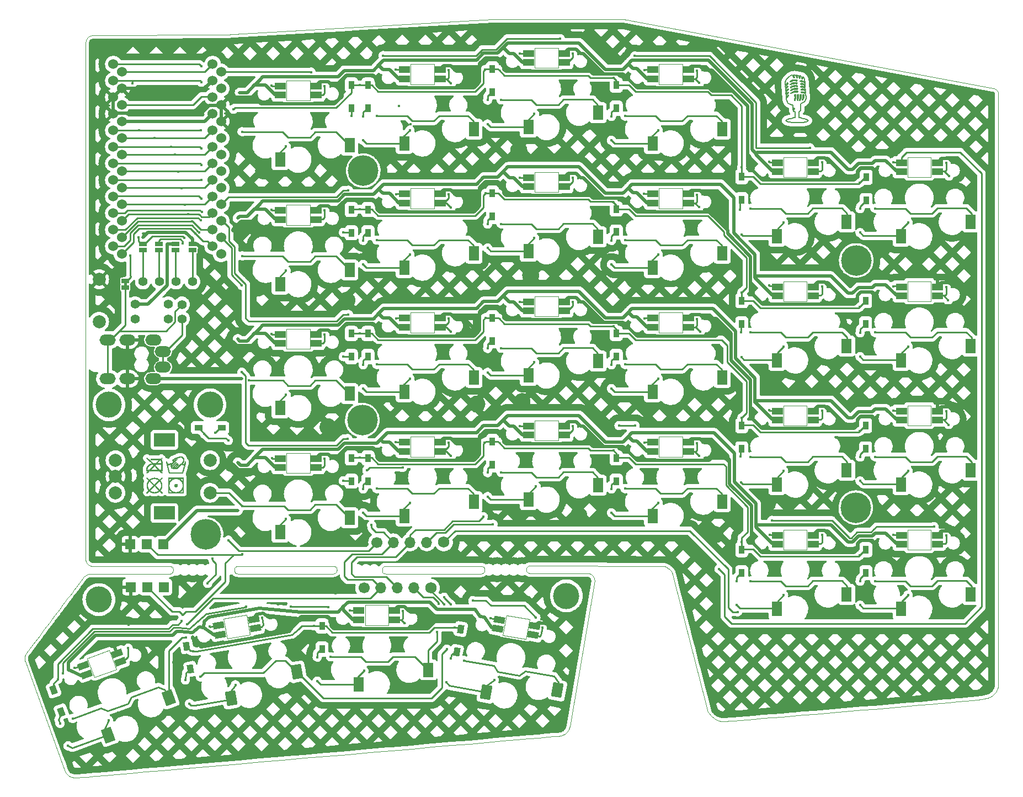
<source format=gtl>
%TF.GenerationSoftware,KiCad,Pcbnew,(6.0.0)*%
%TF.CreationDate,2023-02-15T17:26:08+02:00*%
%TF.ProjectId,SofleKeyboard,536f666c-654b-4657-9962-6f6172642e6b,rev?*%
%TF.SameCoordinates,Original*%
%TF.FileFunction,Copper,L1,Top*%
%TF.FilePolarity,Positive*%
%FSLAX46Y46*%
G04 Gerber Fmt 4.6, Leading zero omitted, Abs format (unit mm)*
G04 Created by KiCad (PCBNEW (6.0.0)) date 2023-02-15 17:26:08*
%MOMM*%
%LPD*%
G01*
G04 APERTURE LIST*
G04 Aperture macros list*
%AMRotRect*
0 Rectangle, with rotation*
0 The origin of the aperture is its center*
0 $1 length*
0 $2 width*
0 $3 Rotation angle, in degrees counterclockwise*
0 Add horizontal line*
21,1,$1,$2,0,0,$3*%
G04 Aperture macros list end*
%ADD10C,0.200000*%
%TA.AperFunction,NonConductor*%
%ADD11C,0.000001*%
%TD*%
%ADD12C,0.090000*%
%TA.AperFunction,EtchedComponent*%
%ADD13C,0.100000*%
%TD*%
%TA.AperFunction,Profile*%
%ADD14C,0.120000*%
%TD*%
%TA.AperFunction,ComponentPad*%
%ADD15C,1.397000*%
%TD*%
%TA.AperFunction,ComponentPad*%
%ADD16O,2.500000X1.700000*%
%TD*%
%TA.AperFunction,ComponentPad*%
%ADD17C,4.700000*%
%TD*%
%TA.AperFunction,ComponentPad*%
%ADD18C,1.524000*%
%TD*%
%TA.AperFunction,SMDPad,CuDef*%
%ADD19R,1.143000X0.635000*%
%TD*%
%TA.AperFunction,ComponentPad*%
%ADD20C,2.000000*%
%TD*%
%TA.AperFunction,SMDPad,CuDef*%
%ADD21R,0.950000X1.300000*%
%TD*%
%TA.AperFunction,SMDPad,CuDef*%
%ADD22R,1.300000X0.950000*%
%TD*%
%TA.AperFunction,SMDPad,CuDef*%
%ADD23RotRect,1.300000X0.950000X290.000000*%
%TD*%
%TA.AperFunction,SMDPad,CuDef*%
%ADD24R,1.700000X1.000000*%
%TD*%
%TA.AperFunction,SMDPad,CuDef*%
%ADD25R,1.600000X2.200000*%
%TD*%
%TA.AperFunction,SMDPad,CuDef*%
%ADD26RotRect,1.700000X1.000000X200.000000*%
%TD*%
%TA.AperFunction,SMDPad,CuDef*%
%ADD27RotRect,1.600000X2.200000X200.000000*%
%TD*%
%TA.AperFunction,ComponentPad*%
%ADD28C,4.000000*%
%TD*%
%TA.AperFunction,ComponentPad*%
%ADD29R,3.200000X2.000000*%
%TD*%
%TA.AperFunction,SMDPad,CuDef*%
%ADD30RotRect,1.700000X1.000000X190.000000*%
%TD*%
%TA.AperFunction,SMDPad,CuDef*%
%ADD31RotRect,1.600000X2.200000X190.000000*%
%TD*%
%TA.AperFunction,SMDPad,CuDef*%
%ADD32RotRect,1.700000X1.000000X170.000000*%
%TD*%
%TA.AperFunction,SMDPad,CuDef*%
%ADD33RotRect,1.600000X2.200000X170.000000*%
%TD*%
%TA.AperFunction,SMDPad,CuDef*%
%ADD34RotRect,1.300000X0.950000X280.000000*%
%TD*%
%TA.AperFunction,SMDPad,CuDef*%
%ADD35RotRect,1.300000X0.950000X260.000000*%
%TD*%
%TA.AperFunction,ComponentPad*%
%ADD36C,1.700000*%
%TD*%
%TA.AperFunction,ComponentPad*%
%ADD37O,1.700000X1.700000*%
%TD*%
%TA.AperFunction,ComponentPad*%
%ADD38C,1.752600*%
%TD*%
%TA.AperFunction,ComponentPad*%
%ADD39R,1.524000X1.524000*%
%TD*%
%TA.AperFunction,ViaPad*%
%ADD40C,0.400000*%
%TD*%
%TA.AperFunction,Conductor*%
%ADD41C,0.250000*%
%TD*%
%TA.AperFunction,Conductor*%
%ADD42C,0.500000*%
%TD*%
G04 APERTURE END LIST*
D10*
X197074844Y-50224281D02*
X197336513Y-50220377D01*
X197585781Y-50209049D01*
X197819737Y-50190874D01*
X198035467Y-50166425D01*
X198289721Y-50125065D01*
X198499493Y-50074941D01*
X198688635Y-50002040D01*
X198792870Y-49885629D01*
X195748396Y-45161929D02*
X195529676Y-45373587D01*
X197808628Y-44336419D02*
X197681611Y-44322316D01*
X196810261Y-48506255D02*
X196810261Y-49437594D01*
X197702777Y-45112535D02*
X197773337Y-45056100D01*
X197163038Y-44622169D02*
X197092478Y-44678625D01*
X196993712Y-42928840D02*
X197105185Y-43107162D01*
X197145404Y-43263983D01*
X197709840Y-46206159D02*
X197703413Y-46410542D01*
X197649936Y-46618546D01*
X197579314Y-46756491D01*
X196806729Y-44093002D02*
X196817323Y-44093002D01*
X196101174Y-43941310D02*
X196072946Y-43944841D01*
X196461014Y-48241672D02*
X196492623Y-48447055D01*
X196559781Y-48506255D01*
X198274275Y-43997767D02*
X198253110Y-43754349D01*
X197215942Y-45871016D02*
X197282971Y-45930982D01*
X197282971Y-45930982D02*
X197297096Y-46262594D01*
X196482180Y-42904143D02*
X196610529Y-43066199D01*
X196681446Y-43264899D01*
X196683266Y-43278086D01*
X197759234Y-45183095D02*
X197702777Y-45112535D01*
X197992057Y-49603389D02*
X197790992Y-49514896D01*
X197572436Y-49464948D01*
X197366721Y-49439701D01*
X197339427Y-49437594D01*
X197081906Y-43366281D02*
X197018387Y-43306314D01*
X197032512Y-43694361D02*
X197088947Y-43764921D01*
X195367390Y-45567610D02*
X195388556Y-45839256D01*
X197579314Y-43020565D02*
X197452319Y-42999399D01*
X197526388Y-46784698D02*
X197491119Y-46774126D01*
X195688430Y-44234122D02*
X195409722Y-44505767D01*
X197339427Y-48506255D02*
X197406456Y-48506255D01*
X198337794Y-44819723D02*
X198320138Y-44590431D01*
X196224637Y-45736958D02*
X196192899Y-45747531D01*
D11*
X101768224Y-105620719D02*
X101780194Y-105621602D01*
X101780194Y-105621602D02*
X101791971Y-105623057D01*
X101791971Y-105623057D02*
X101803541Y-105625071D01*
X101803541Y-105625071D02*
X101814893Y-105627630D01*
X101814893Y-105627630D02*
X101826011Y-105630720D01*
X101826011Y-105630720D02*
X101836883Y-105634328D01*
X101836883Y-105634328D02*
X101847494Y-105638440D01*
X101847494Y-105638440D02*
X101857832Y-105643043D01*
X101857832Y-105643043D02*
X101867882Y-105648123D01*
X101867882Y-105648123D02*
X101877631Y-105653667D01*
X101877631Y-105653667D02*
X101887066Y-105659661D01*
X101887066Y-105659661D02*
X101896173Y-105666091D01*
X101896173Y-105666091D02*
X101904938Y-105672944D01*
X101904938Y-105672944D02*
X101913348Y-105680207D01*
X101913348Y-105680207D02*
X101921389Y-105687866D01*
X101921389Y-105687866D02*
X101929048Y-105695907D01*
X101929048Y-105695907D02*
X101936311Y-105704316D01*
X101936311Y-105704316D02*
X101943165Y-105713081D01*
X101943165Y-105713081D02*
X101949596Y-105722187D01*
X101949596Y-105722187D02*
X101955590Y-105731621D01*
X101955590Y-105731621D02*
X101961134Y-105741370D01*
X101961134Y-105741370D02*
X101966214Y-105751419D01*
X101966214Y-105751419D02*
X101970818Y-105761756D01*
X101970818Y-105761756D02*
X101974930Y-105772367D01*
X101974930Y-105772367D02*
X101978538Y-105783238D01*
X101978538Y-105783238D02*
X101981629Y-105794356D01*
X101981629Y-105794356D02*
X101984187Y-105805707D01*
X101984187Y-105805707D02*
X101986201Y-105817277D01*
X101986201Y-105817277D02*
X101987656Y-105829053D01*
X101987656Y-105829053D02*
X101988540Y-105841022D01*
X101988540Y-105841022D02*
X101988837Y-105853169D01*
X101988837Y-105853169D02*
X101988540Y-105865317D01*
X101988540Y-105865317D02*
X101987656Y-105877286D01*
X101987656Y-105877286D02*
X101986201Y-105889062D01*
X101986201Y-105889062D02*
X101984187Y-105900632D01*
X101984187Y-105900632D02*
X101981629Y-105911983D01*
X101981629Y-105911983D02*
X101978538Y-105923101D01*
X101978538Y-105923101D02*
X101974930Y-105933972D01*
X101974930Y-105933972D02*
X101970818Y-105944582D01*
X101970818Y-105944582D02*
X101966214Y-105954919D01*
X101966214Y-105954919D02*
X101961134Y-105964969D01*
X101961134Y-105964969D02*
X101955590Y-105974718D01*
X101955590Y-105974718D02*
X101949596Y-105984152D01*
X101949596Y-105984152D02*
X101943165Y-105993258D01*
X101943165Y-105993258D02*
X101936311Y-106002023D01*
X101936311Y-106002023D02*
X101929048Y-106010432D01*
X101929048Y-106010432D02*
X101921389Y-106018473D01*
X101921389Y-106018473D02*
X101913348Y-106026132D01*
X101913348Y-106026132D02*
X101904938Y-106033394D01*
X101904938Y-106033394D02*
X101896173Y-106040248D01*
X101896173Y-106040248D02*
X101887066Y-106046678D01*
X101887066Y-106046678D02*
X101877631Y-106052672D01*
X101877631Y-106052672D02*
X101867882Y-106058216D01*
X101867882Y-106058216D02*
X101857832Y-106063296D01*
X101857832Y-106063296D02*
X101847494Y-106067899D01*
X101847494Y-106067899D02*
X101836883Y-106072011D01*
X101836883Y-106072011D02*
X101826011Y-106075619D01*
X101826011Y-106075619D02*
X101814893Y-106078709D01*
X101814893Y-106078709D02*
X101803541Y-106081268D01*
X101803541Y-106081268D02*
X101791971Y-106083281D01*
X101791971Y-106083281D02*
X101780194Y-106084737D01*
X101780194Y-106084737D02*
X101768224Y-106085620D01*
X101768224Y-106085620D02*
X101756076Y-106085917D01*
X101756076Y-106085917D02*
X101743928Y-106085620D01*
X101743928Y-106085620D02*
X101731958Y-106084737D01*
X101731958Y-106084737D02*
X101720181Y-106083281D01*
X101720181Y-106083281D02*
X101708610Y-106081268D01*
X101708610Y-106081268D02*
X101697259Y-106078709D01*
X101697259Y-106078709D02*
X101686141Y-106075619D01*
X101686141Y-106075619D02*
X101675269Y-106072011D01*
X101675269Y-106072011D02*
X101664658Y-106067899D01*
X101664658Y-106067899D02*
X101654320Y-106063296D01*
X101654320Y-106063296D02*
X101644270Y-106058216D01*
X101644270Y-106058216D02*
X101634521Y-106052672D01*
X101634521Y-106052672D02*
X101625086Y-106046678D01*
X101625086Y-106046678D02*
X101615979Y-106040248D01*
X101615979Y-106040248D02*
X101607214Y-106033394D01*
X101607214Y-106033394D02*
X101598804Y-106026132D01*
X101598804Y-106026132D02*
X101590763Y-106018473D01*
X101590763Y-106018473D02*
X101583104Y-106010432D01*
X101583104Y-106010432D02*
X101575841Y-106002023D01*
X101575841Y-106002023D02*
X101568987Y-105993258D01*
X101568987Y-105993258D02*
X101562556Y-105984152D01*
X101562556Y-105984152D02*
X101556562Y-105974718D01*
X101556562Y-105974718D02*
X101551018Y-105964969D01*
X101551018Y-105964969D02*
X101545937Y-105954919D01*
X101545937Y-105954919D02*
X101541334Y-105944582D01*
X101541334Y-105944582D02*
X101537222Y-105933972D01*
X101537222Y-105933972D02*
X101533614Y-105923101D01*
X101533614Y-105923101D02*
X101530523Y-105911983D01*
X101530523Y-105911983D02*
X101527965Y-105900632D01*
X101527965Y-105900632D02*
X101525951Y-105889062D01*
X101525951Y-105889062D02*
X101524496Y-105877286D01*
X101524496Y-105877286D02*
X101523612Y-105865317D01*
X101523612Y-105865317D02*
X101523315Y-105853169D01*
X101523315Y-105853169D02*
X101523612Y-105841332D01*
X101523612Y-105841332D02*
X101524496Y-105829634D01*
X101524496Y-105829634D02*
X101525951Y-105818091D01*
X101525951Y-105818091D02*
X101527965Y-105806719D01*
X101527965Y-105806719D02*
X101530523Y-105795533D01*
X101530523Y-105795533D02*
X101533614Y-105784548D01*
X101533614Y-105784548D02*
X101537222Y-105773780D01*
X101537222Y-105773780D02*
X101541334Y-105763244D01*
X101541334Y-105763244D02*
X101545937Y-105752957D01*
X101545937Y-105752957D02*
X101551018Y-105742933D01*
X101551018Y-105742933D02*
X101556562Y-105733187D01*
X101556562Y-105733187D02*
X101562556Y-105723737D01*
X101562556Y-105723737D02*
X101568987Y-105714596D01*
X101568987Y-105714596D02*
X101575841Y-105705781D01*
X101575841Y-105705781D02*
X101583104Y-105697306D01*
X101583104Y-105697306D02*
X101590763Y-105689188D01*
X101590763Y-105689188D02*
X101598804Y-105681442D01*
X101598804Y-105681442D02*
X101607214Y-105674084D01*
X101607214Y-105674084D02*
X101615979Y-105667128D01*
X101615979Y-105667128D02*
X101625086Y-105660591D01*
X101625086Y-105660591D02*
X101634521Y-105654487D01*
X101634521Y-105654487D02*
X101644270Y-105648833D01*
X101644270Y-105648833D02*
X101654320Y-105643644D01*
X101654320Y-105643644D02*
X101664658Y-105638936D01*
X101664658Y-105638936D02*
X101675269Y-105634723D01*
X101675269Y-105634723D02*
X101686141Y-105631022D01*
X101686141Y-105631022D02*
X101697259Y-105627848D01*
X101697259Y-105627848D02*
X101708610Y-105625216D01*
X101708610Y-105625216D02*
X101720181Y-105623142D01*
X101720181Y-105623142D02*
X101731958Y-105621641D01*
X101731958Y-105621641D02*
X101743928Y-105620729D01*
X101743928Y-105620729D02*
X101756076Y-105620422D01*
X101756076Y-105620422D02*
X101768224Y-105620719D01*
G36*
X101768224Y-105620719D02*
G01*
X101780194Y-105621602D01*
X101791971Y-105623057D01*
X101803541Y-105625071D01*
X101814893Y-105627630D01*
X101826011Y-105630720D01*
X101836883Y-105634328D01*
X101847494Y-105638440D01*
X101857832Y-105643043D01*
X101867882Y-105648123D01*
X101877631Y-105653667D01*
X101887066Y-105659661D01*
X101896173Y-105666091D01*
X101904938Y-105672944D01*
X101913348Y-105680207D01*
X101921389Y-105687866D01*
X101929048Y-105695907D01*
X101936311Y-105704316D01*
X101943165Y-105713081D01*
X101949596Y-105722187D01*
X101955590Y-105731621D01*
X101961134Y-105741370D01*
X101966214Y-105751419D01*
X101970818Y-105761756D01*
X101974930Y-105772367D01*
X101978538Y-105783238D01*
X101981629Y-105794356D01*
X101984187Y-105805707D01*
X101986201Y-105817277D01*
X101987656Y-105829053D01*
X101988540Y-105841022D01*
X101988837Y-105853169D01*
X101988540Y-105865317D01*
X101987656Y-105877286D01*
X101986201Y-105889062D01*
X101984187Y-105900632D01*
X101981629Y-105911983D01*
X101978538Y-105923101D01*
X101974930Y-105933972D01*
X101970818Y-105944582D01*
X101966214Y-105954919D01*
X101961134Y-105964969D01*
X101955590Y-105974718D01*
X101949596Y-105984152D01*
X101943165Y-105993258D01*
X101936311Y-106002023D01*
X101929048Y-106010432D01*
X101921389Y-106018473D01*
X101913348Y-106026132D01*
X101904938Y-106033394D01*
X101896173Y-106040248D01*
X101887066Y-106046678D01*
X101877631Y-106052672D01*
X101867882Y-106058216D01*
X101857832Y-106063296D01*
X101847494Y-106067899D01*
X101836883Y-106072011D01*
X101826011Y-106075619D01*
X101814893Y-106078709D01*
X101803541Y-106081268D01*
X101791971Y-106083281D01*
X101780194Y-106084737D01*
X101768224Y-106085620D01*
X101756076Y-106085917D01*
X101743928Y-106085620D01*
X101731958Y-106084737D01*
X101720181Y-106083281D01*
X101708610Y-106081268D01*
X101697259Y-106078709D01*
X101686141Y-106075619D01*
X101675269Y-106072011D01*
X101664658Y-106067899D01*
X101654320Y-106063296D01*
X101644270Y-106058216D01*
X101634521Y-106052672D01*
X101625086Y-106046678D01*
X101615979Y-106040248D01*
X101607214Y-106033394D01*
X101598804Y-106026132D01*
X101590763Y-106018473D01*
X101583104Y-106010432D01*
X101575841Y-106002023D01*
X101568987Y-105993258D01*
X101562556Y-105984152D01*
X101556562Y-105974718D01*
X101551018Y-105964969D01*
X101545937Y-105954919D01*
X101541334Y-105944582D01*
X101537222Y-105933972D01*
X101533614Y-105923101D01*
X101530523Y-105911983D01*
X101527965Y-105900632D01*
X101525951Y-105889062D01*
X101524496Y-105877286D01*
X101523612Y-105865317D01*
X101523315Y-105853169D01*
X101523612Y-105841332D01*
X101524496Y-105829634D01*
X101525951Y-105818091D01*
X101527965Y-105806719D01*
X101530523Y-105795533D01*
X101533614Y-105784548D01*
X101537222Y-105773780D01*
X101541334Y-105763244D01*
X101545937Y-105752957D01*
X101551018Y-105742933D01*
X101556562Y-105733187D01*
X101562556Y-105723737D01*
X101568987Y-105714596D01*
X101575841Y-105705781D01*
X101583104Y-105697306D01*
X101590763Y-105689188D01*
X101598804Y-105681442D01*
X101607214Y-105674084D01*
X101615979Y-105667128D01*
X101625086Y-105660591D01*
X101634521Y-105654487D01*
X101644270Y-105648833D01*
X101654320Y-105643644D01*
X101664658Y-105638936D01*
X101675269Y-105634723D01*
X101686141Y-105631022D01*
X101697259Y-105627848D01*
X101708610Y-105625216D01*
X101720181Y-105623142D01*
X101731958Y-105621641D01*
X101743928Y-105620729D01*
X101756076Y-105620422D01*
X101768224Y-105620719D01*
G37*
X101768224Y-105620719D02*
X101780194Y-105621602D01*
X101791971Y-105623057D01*
X101803541Y-105625071D01*
X101814893Y-105627630D01*
X101826011Y-105630720D01*
X101836883Y-105634328D01*
X101847494Y-105638440D01*
X101857832Y-105643043D01*
X101867882Y-105648123D01*
X101877631Y-105653667D01*
X101887066Y-105659661D01*
X101896173Y-105666091D01*
X101904938Y-105672944D01*
X101913348Y-105680207D01*
X101921389Y-105687866D01*
X101929048Y-105695907D01*
X101936311Y-105704316D01*
X101943165Y-105713081D01*
X101949596Y-105722187D01*
X101955590Y-105731621D01*
X101961134Y-105741370D01*
X101966214Y-105751419D01*
X101970818Y-105761756D01*
X101974930Y-105772367D01*
X101978538Y-105783238D01*
X101981629Y-105794356D01*
X101984187Y-105805707D01*
X101986201Y-105817277D01*
X101987656Y-105829053D01*
X101988540Y-105841022D01*
X101988837Y-105853169D01*
X101988540Y-105865317D01*
X101987656Y-105877286D01*
X101986201Y-105889062D01*
X101984187Y-105900632D01*
X101981629Y-105911983D01*
X101978538Y-105923101D01*
X101974930Y-105933972D01*
X101970818Y-105944582D01*
X101966214Y-105954919D01*
X101961134Y-105964969D01*
X101955590Y-105974718D01*
X101949596Y-105984152D01*
X101943165Y-105993258D01*
X101936311Y-106002023D01*
X101929048Y-106010432D01*
X101921389Y-106018473D01*
X101913348Y-106026132D01*
X101904938Y-106033394D01*
X101896173Y-106040248D01*
X101887066Y-106046678D01*
X101877631Y-106052672D01*
X101867882Y-106058216D01*
X101857832Y-106063296D01*
X101847494Y-106067899D01*
X101836883Y-106072011D01*
X101826011Y-106075619D01*
X101814893Y-106078709D01*
X101803541Y-106081268D01*
X101791971Y-106083281D01*
X101780194Y-106084737D01*
X101768224Y-106085620D01*
X101756076Y-106085917D01*
X101743928Y-106085620D01*
X101731958Y-106084737D01*
X101720181Y-106083281D01*
X101708610Y-106081268D01*
X101697259Y-106078709D01*
X101686141Y-106075619D01*
X101675269Y-106072011D01*
X101664658Y-106067899D01*
X101654320Y-106063296D01*
X101644270Y-106058216D01*
X101634521Y-106052672D01*
X101625086Y-106046678D01*
X101615979Y-106040248D01*
X101607214Y-106033394D01*
X101598804Y-106026132D01*
X101590763Y-106018473D01*
X101583104Y-106010432D01*
X101575841Y-106002023D01*
X101568987Y-105993258D01*
X101562556Y-105984152D01*
X101556562Y-105974718D01*
X101551018Y-105964969D01*
X101545937Y-105954919D01*
X101541334Y-105944582D01*
X101537222Y-105933972D01*
X101533614Y-105923101D01*
X101530523Y-105911983D01*
X101527965Y-105900632D01*
X101525951Y-105889062D01*
X101524496Y-105877286D01*
X101523612Y-105865317D01*
X101523315Y-105853169D01*
X101523612Y-105841332D01*
X101524496Y-105829634D01*
X101525951Y-105818091D01*
X101527965Y-105806719D01*
X101530523Y-105795533D01*
X101533614Y-105784548D01*
X101537222Y-105773780D01*
X101541334Y-105763244D01*
X101545937Y-105752957D01*
X101551018Y-105742933D01*
X101556562Y-105733187D01*
X101562556Y-105723737D01*
X101568987Y-105714596D01*
X101575841Y-105705781D01*
X101583104Y-105697306D01*
X101590763Y-105689188D01*
X101598804Y-105681442D01*
X101607214Y-105674084D01*
X101615979Y-105667128D01*
X101625086Y-105660591D01*
X101634521Y-105654487D01*
X101644270Y-105648833D01*
X101654320Y-105643644D01*
X101664658Y-105638936D01*
X101675269Y-105634723D01*
X101686141Y-105631022D01*
X101697259Y-105627848D01*
X101708610Y-105625216D01*
X101720181Y-105623142D01*
X101731958Y-105621641D01*
X101743928Y-105620729D01*
X101756076Y-105620422D01*
X101768224Y-105620719D01*
D10*
X196192899Y-45747531D02*
X196136443Y-45715793D01*
X198320138Y-44590431D02*
X198151470Y-44455176D01*
X197953042Y-44365689D01*
X197808628Y-44336419D01*
X196722066Y-46809395D02*
X196690307Y-46802333D01*
X196104705Y-44396407D02*
X196044739Y-44361117D01*
X196157609Y-49603389D02*
X195943783Y-49634731D01*
X195724143Y-49680070D01*
X195526424Y-49741858D01*
X195360501Y-49863932D01*
X195356818Y-49885629D01*
X195628442Y-44608065D02*
X195720168Y-44608065D01*
X196157609Y-45627598D02*
X196352248Y-45527165D01*
X196558461Y-45453849D01*
X196773274Y-45408313D01*
X196993712Y-45391222D01*
X196164671Y-44837379D02*
X196132933Y-44844420D01*
X198115543Y-45959210D02*
X198126115Y-46132068D01*
X195720168Y-44699791D02*
X195469709Y-44939677D01*
X196612706Y-47941820D02*
X196693838Y-48111146D01*
X198369532Y-45232489D02*
X198351898Y-44996112D01*
X197903863Y-43503869D02*
X197900332Y-43503869D01*
X197127748Y-45109004D02*
X196930193Y-45087838D01*
X196750294Y-46357851D02*
X196715004Y-45962741D01*
X197582845Y-46213200D02*
X197565210Y-45938044D01*
X196993712Y-45391222D02*
X197000753Y-45391222D01*
X197092478Y-44678625D02*
X196866696Y-44653928D01*
X197773337Y-45056100D02*
X197946195Y-45073735D01*
X196866696Y-44653928D02*
X196659802Y-44670981D01*
X196458354Y-44715554D01*
X196266111Y-44786709D01*
X196164671Y-44837379D01*
X197942663Y-43242817D02*
X197963851Y-43433309D01*
X197053678Y-44251756D02*
X196806729Y-44220018D01*
X195353287Y-45377118D02*
X195441481Y-45281861D01*
X197748640Y-43069959D02*
X197579314Y-43020565D01*
X198351898Y-44996112D02*
X198189988Y-44876004D01*
X198003148Y-44797193D01*
X197868594Y-44770351D01*
X196693838Y-48111146D02*
X196612706Y-48276963D01*
X197230067Y-46731794D02*
X197170101Y-46774126D01*
X195427378Y-46304926D02*
X195560326Y-46150812D01*
X195564945Y-46146171D01*
X198288400Y-44188259D02*
X198128903Y-44046984D01*
X197938767Y-43948464D01*
X197745109Y-43902510D01*
X196743232Y-43789618D02*
X196534771Y-43806472D01*
X196333160Y-43850841D01*
X196139042Y-43923369D01*
X196101174Y-43941310D01*
X197579314Y-46756491D02*
X197526388Y-46784698D01*
X196016511Y-43909572D02*
X196044739Y-43824909D01*
X195691961Y-45532341D02*
X195780155Y-45532341D01*
X197798034Y-45613473D02*
X197741599Y-45542935D01*
X197815669Y-43253389D02*
X197748640Y-43069959D01*
X197469953Y-46685932D02*
X197554444Y-46497888D01*
X197584197Y-46295231D01*
X197582845Y-46213200D01*
X195720168Y-45994479D02*
X195811893Y-45998011D01*
X196778501Y-46781167D02*
X196722066Y-46809395D01*
X196612706Y-47941820D02*
X196693838Y-48111146D01*
X197946195Y-45073735D02*
X198141499Y-45118283D01*
X198334173Y-45209429D01*
X198369532Y-45232489D01*
X196753804Y-43659092D02*
X197032512Y-43694361D01*
X195593173Y-43450944D02*
X195456954Y-43605539D01*
X195355360Y-43783614D01*
X195290607Y-43980298D01*
X195264914Y-44190719D01*
X195268623Y-44315254D01*
X196341060Y-47472619D02*
X196461014Y-47472619D01*
X197988526Y-45966251D02*
X198048514Y-45895713D01*
X196076477Y-44812682D02*
X196101174Y-44724488D01*
X198792870Y-49885629D02*
X198623254Y-49741858D01*
X198425528Y-49680070D01*
X198205883Y-49634731D01*
X197992057Y-49603389D01*
X197618114Y-48157009D02*
X197604011Y-47324458D01*
X196612706Y-48276963D02*
X196535084Y-48111146D01*
X196870227Y-44526933D02*
X196877289Y-44526933D01*
X196693838Y-48111146D02*
X196612706Y-48276963D01*
X197882697Y-44643334D02*
X198078832Y-44686604D01*
X198273444Y-44777459D01*
X198337794Y-44819723D01*
X197491119Y-46774126D02*
X197469953Y-46685932D01*
X196990181Y-45521769D02*
X196788211Y-45537524D01*
X196591534Y-45579084D01*
X196402795Y-45645783D01*
X196224637Y-45736958D01*
X197956788Y-46742367D02*
X197907394Y-46767064D01*
X198126115Y-46132068D02*
X198117969Y-46345520D01*
X198068345Y-46542440D01*
X197968176Y-46727620D01*
X197956788Y-46742367D01*
X197625176Y-45867485D02*
X197692205Y-45927451D01*
X197018387Y-43306314D02*
X197014878Y-43274555D01*
X196690307Y-46802333D02*
X196669141Y-46714138D01*
X196044739Y-44361117D02*
X196072946Y-44272922D01*
X198306035Y-44406979D02*
X198288400Y-44188259D01*
X196535084Y-48111146D02*
X196612706Y-47941820D01*
X197466422Y-48474517D02*
X197596359Y-48318822D01*
X197618114Y-48157009D01*
X197163038Y-45539404D02*
X196990181Y-45521769D01*
X195504978Y-45712261D02*
X195691961Y-45532341D01*
X196108236Y-45264227D02*
X196129402Y-45176032D01*
X197110113Y-46685932D02*
X197156856Y-46491019D01*
X197167147Y-46283865D01*
X197166570Y-46269656D01*
X196746763Y-43659092D02*
X196753804Y-43659092D01*
X198383636Y-45401815D02*
X198215831Y-45288453D01*
X198025756Y-45217774D01*
X197932091Y-45200729D01*
X196626809Y-43352177D02*
X196619747Y-43352177D01*
X197152445Y-45938044D02*
X197215942Y-45871016D01*
X197233598Y-45482947D02*
X197163038Y-45539404D01*
X196715004Y-45962741D02*
X196771460Y-45895713D01*
X197858000Y-46661235D02*
X197954500Y-46476004D01*
X197997129Y-46270720D01*
X197999120Y-46142640D01*
X197088947Y-43366281D02*
X197081906Y-43366281D01*
X197000753Y-45391222D02*
X197177142Y-45412409D01*
X195293320Y-44636294D02*
X195314486Y-44914980D01*
X198006182Y-45507644D02*
X198202234Y-45551050D01*
X198393536Y-45638369D01*
X198404823Y-45645233D01*
X196817323Y-44093002D02*
X197071313Y-44121230D01*
X197999120Y-46142640D02*
X197988526Y-45966251D01*
X197625176Y-44251756D02*
X197695736Y-44195321D01*
X196683266Y-43278086D02*
X196626809Y-43352177D01*
X196072946Y-44272922D02*
X196269520Y-44189626D01*
X196475721Y-44131185D01*
X196687777Y-44099008D01*
X196806729Y-44093002D01*
X197963851Y-43433309D02*
X197903863Y-43503869D01*
X197088947Y-43764921D02*
X197018387Y-43821378D01*
X197166570Y-46269656D02*
X197152445Y-45938044D01*
X198418926Y-45811028D02*
X198245298Y-45705437D01*
X198050914Y-45643381D01*
X197992057Y-45634639D01*
X195332121Y-45101963D02*
X195353287Y-45377118D01*
D11*
X102930461Y-107027487D02*
X100585217Y-107027487D01*
X100585217Y-107027487D02*
X100585217Y-106385668D01*
X100585217Y-106385668D02*
X100712178Y-106385668D01*
X100712178Y-106385668D02*
X100712178Y-106897007D01*
X100712178Y-106897007D02*
X101223547Y-106897007D01*
X101223547Y-106897007D02*
X101183010Y-106875070D01*
X101183010Y-106875070D02*
X101143425Y-106851604D01*
X101143425Y-106851604D02*
X101104831Y-106826650D01*
X101104831Y-106826650D02*
X101067271Y-106800250D01*
X101067271Y-106800250D02*
X101030785Y-106772444D01*
X101030785Y-106772444D02*
X100995414Y-106743275D01*
X100995414Y-106743275D02*
X100961202Y-106712783D01*
X100961202Y-106712783D02*
X100928187Y-106681011D01*
X100928187Y-106681011D02*
X100896413Y-106647998D01*
X100896413Y-106647998D02*
X100865919Y-106613787D01*
X100865919Y-106613787D02*
X100836748Y-106578419D01*
X100836748Y-106578419D02*
X100808941Y-106541935D01*
X100808941Y-106541935D02*
X100782539Y-106504377D01*
X100782539Y-106504377D02*
X100757584Y-106465785D01*
X100757584Y-106465785D02*
X100734116Y-106426202D01*
X100734116Y-106426202D02*
X100712178Y-106385668D01*
X100712178Y-106385668D02*
X100585217Y-106385668D01*
X100585217Y-106385668D02*
X100585217Y-105853169D01*
X100585217Y-105853169D02*
X100712178Y-105853169D01*
X100712178Y-105853169D02*
X100713541Y-105906737D01*
X100713541Y-105906737D02*
X100717586Y-105959619D01*
X100717586Y-105959619D02*
X100724246Y-106011748D01*
X100724246Y-106011748D02*
X100733455Y-106063057D01*
X100733455Y-106063057D02*
X100745146Y-106113480D01*
X100745146Y-106113480D02*
X100759253Y-106162951D01*
X100759253Y-106162951D02*
X100775710Y-106211403D01*
X100775710Y-106211403D02*
X100794449Y-106258770D01*
X100794449Y-106258770D02*
X100815404Y-106304984D01*
X100815404Y-106304984D02*
X100838509Y-106349980D01*
X100838509Y-106349980D02*
X100863697Y-106393691D01*
X100863697Y-106393691D02*
X100890902Y-106436051D01*
X100890902Y-106436051D02*
X100920057Y-106476993D01*
X100920057Y-106476993D02*
X100951096Y-106516450D01*
X100951096Y-106516450D02*
X100983952Y-106554356D01*
X100983952Y-106554356D02*
X101018558Y-106590645D01*
X101018558Y-106590645D02*
X101054849Y-106625249D01*
X101054849Y-106625249D02*
X101092757Y-106658103D01*
X101092757Y-106658103D02*
X101132217Y-106689140D01*
X101132217Y-106689140D02*
X101173161Y-106718293D01*
X101173161Y-106718293D02*
X101215523Y-106745497D01*
X101215523Y-106745497D02*
X101259236Y-106770684D01*
X101259236Y-106770684D02*
X101304235Y-106793787D01*
X101304235Y-106793787D02*
X101350452Y-106814741D01*
X101350452Y-106814741D02*
X101397822Y-106833479D01*
X101397822Y-106833479D02*
X101446276Y-106849935D01*
X101446276Y-106849935D02*
X101495750Y-106864041D01*
X101495750Y-106864041D02*
X101546176Y-106875731D01*
X101546176Y-106875731D02*
X101597489Y-106884940D01*
X101597489Y-106884940D02*
X101649620Y-106891600D01*
X101649620Y-106891600D02*
X101702505Y-106895644D01*
X101702505Y-106895644D02*
X101756076Y-106897007D01*
X101756076Y-106897007D02*
X102288605Y-106897007D01*
X102288605Y-106897007D02*
X102799974Y-106897007D01*
X102799974Y-106897007D02*
X102799974Y-106385668D01*
X102799974Y-106385668D02*
X102778035Y-106426202D01*
X102778035Y-106426202D02*
X102754568Y-106465785D01*
X102754568Y-106465785D02*
X102729612Y-106504377D01*
X102729612Y-106504377D02*
X102703210Y-106541935D01*
X102703210Y-106541935D02*
X102675403Y-106578419D01*
X102675403Y-106578419D02*
X102646232Y-106613787D01*
X102646232Y-106613787D02*
X102615739Y-106647998D01*
X102615739Y-106647998D02*
X102583964Y-106681011D01*
X102583964Y-106681011D02*
X102550950Y-106712783D01*
X102550950Y-106712783D02*
X102516737Y-106743275D01*
X102516737Y-106743275D02*
X102481367Y-106772444D01*
X102481367Y-106772444D02*
X102444881Y-106800250D01*
X102444881Y-106800250D02*
X102407320Y-106826650D01*
X102407320Y-106826650D02*
X102368727Y-106851604D01*
X102368727Y-106851604D02*
X102329141Y-106875070D01*
X102329141Y-106875070D02*
X102288605Y-106897007D01*
X102288605Y-106897007D02*
X101756076Y-106897007D01*
X101756076Y-106897007D02*
X101809647Y-106895644D01*
X101809647Y-106895644D02*
X101862532Y-106891600D01*
X101862532Y-106891600D02*
X101914663Y-106884940D01*
X101914663Y-106884940D02*
X101965976Y-106875731D01*
X101965976Y-106875731D02*
X102016402Y-106864041D01*
X102016402Y-106864041D02*
X102065876Y-106849935D01*
X102065876Y-106849935D02*
X102114330Y-106833479D01*
X102114330Y-106833479D02*
X102161699Y-106814741D01*
X102161699Y-106814741D02*
X102207917Y-106793787D01*
X102207917Y-106793787D02*
X102252915Y-106770684D01*
X102252915Y-106770684D02*
X102296629Y-106745497D01*
X102296629Y-106745497D02*
X102338991Y-106718293D01*
X102338991Y-106718293D02*
X102379935Y-106689140D01*
X102379935Y-106689140D02*
X102419394Y-106658103D01*
X102419394Y-106658103D02*
X102457303Y-106625249D01*
X102457303Y-106625249D02*
X102493593Y-106590645D01*
X102493593Y-106590645D02*
X102528200Y-106554356D01*
X102528200Y-106554356D02*
X102561056Y-106516450D01*
X102561056Y-106516450D02*
X102592094Y-106476993D01*
X102592094Y-106476993D02*
X102621249Y-106436051D01*
X102621249Y-106436051D02*
X102648454Y-106393691D01*
X102648454Y-106393691D02*
X102673643Y-106349980D01*
X102673643Y-106349980D02*
X102696748Y-106304984D01*
X102696748Y-106304984D02*
X102717703Y-106258770D01*
X102717703Y-106258770D02*
X102736442Y-106211403D01*
X102736442Y-106211403D02*
X102752898Y-106162951D01*
X102752898Y-106162951D02*
X102767005Y-106113480D01*
X102767005Y-106113480D02*
X102778696Y-106063057D01*
X102778696Y-106063057D02*
X102787905Y-106011748D01*
X102787905Y-106011748D02*
X102794566Y-105959619D01*
X102794566Y-105959619D02*
X102798611Y-105906737D01*
X102798611Y-105906737D02*
X102799974Y-105853169D01*
X102799974Y-105853169D02*
X102798611Y-105799601D01*
X102798611Y-105799601D02*
X102794566Y-105746720D01*
X102794566Y-105746720D02*
X102787905Y-105694591D01*
X102787905Y-105694591D02*
X102778696Y-105643282D01*
X102778696Y-105643282D02*
X102767005Y-105592859D01*
X102767005Y-105592859D02*
X102752898Y-105543388D01*
X102752898Y-105543388D02*
X102736442Y-105494936D01*
X102736442Y-105494936D02*
X102717703Y-105447569D01*
X102717703Y-105447569D02*
X102696748Y-105401355D01*
X102696748Y-105401355D02*
X102673643Y-105356358D01*
X102673643Y-105356358D02*
X102648454Y-105312647D01*
X102648454Y-105312647D02*
X102621249Y-105270288D01*
X102621249Y-105270288D02*
X102592094Y-105229346D01*
X102592094Y-105229346D02*
X102561056Y-105189889D01*
X102561056Y-105189889D02*
X102528200Y-105151983D01*
X102528200Y-105151983D02*
X102493593Y-105115694D01*
X102493593Y-105115694D02*
X102457303Y-105081090D01*
X102457303Y-105081090D02*
X102419394Y-105048236D01*
X102419394Y-105048236D02*
X102379935Y-105017199D01*
X102379935Y-105017199D02*
X102338991Y-104988045D01*
X102338991Y-104988045D02*
X102296629Y-104960842D01*
X102296629Y-104960842D02*
X102252915Y-104935655D01*
X102252915Y-104935655D02*
X102207917Y-104912552D01*
X102207917Y-104912552D02*
X102161699Y-104891598D01*
X102161699Y-104891598D02*
X102114330Y-104872860D01*
X102114330Y-104872860D02*
X102065876Y-104856404D01*
X102065876Y-104856404D02*
X102016402Y-104842298D01*
X102016402Y-104842298D02*
X101965976Y-104830607D01*
X101965976Y-104830607D02*
X101914663Y-104821399D01*
X101914663Y-104821399D02*
X101862532Y-104814739D01*
X101862532Y-104814739D02*
X101809647Y-104810694D01*
X101809647Y-104810694D02*
X101756076Y-104809331D01*
X101756076Y-104809331D02*
X102288605Y-104809331D01*
X102288605Y-104809331D02*
X102329141Y-104831269D01*
X102329141Y-104831269D02*
X102368727Y-104854735D01*
X102368727Y-104854735D02*
X102407320Y-104879689D01*
X102407320Y-104879689D02*
X102444881Y-104906089D01*
X102444881Y-104906089D02*
X102481367Y-104933894D01*
X102481367Y-104933894D02*
X102516737Y-104963064D01*
X102516737Y-104963064D02*
X102550950Y-104993555D01*
X102550950Y-104993555D02*
X102583964Y-105025328D01*
X102583964Y-105025328D02*
X102615739Y-105058341D01*
X102615739Y-105058341D02*
X102646232Y-105092552D01*
X102646232Y-105092552D02*
X102675403Y-105127920D01*
X102675403Y-105127920D02*
X102703210Y-105164404D01*
X102703210Y-105164404D02*
X102729612Y-105201962D01*
X102729612Y-105201962D02*
X102754568Y-105240554D01*
X102754568Y-105240554D02*
X102778035Y-105280137D01*
X102778035Y-105280137D02*
X102799974Y-105320671D01*
X102799974Y-105320671D02*
X102799974Y-104809331D01*
X102799974Y-104809331D02*
X102288605Y-104809331D01*
X102288605Y-104809331D02*
X101756076Y-104809331D01*
X101756076Y-104809331D02*
X101702505Y-104810694D01*
X101702505Y-104810694D02*
X101649620Y-104814739D01*
X101649620Y-104814739D02*
X101597489Y-104821399D01*
X101597489Y-104821399D02*
X101546176Y-104830607D01*
X101546176Y-104830607D02*
X101495750Y-104842298D01*
X101495750Y-104842298D02*
X101446276Y-104856404D01*
X101446276Y-104856404D02*
X101397822Y-104872860D01*
X101397822Y-104872860D02*
X101350452Y-104891598D01*
X101350452Y-104891598D02*
X101304235Y-104912552D01*
X101304235Y-104912552D02*
X101259236Y-104935655D01*
X101259236Y-104935655D02*
X101215523Y-104960842D01*
X101215523Y-104960842D02*
X101173161Y-104988045D01*
X101173161Y-104988045D02*
X101132217Y-105017199D01*
X101132217Y-105017199D02*
X101092757Y-105048236D01*
X101092757Y-105048236D02*
X101054849Y-105081090D01*
X101054849Y-105081090D02*
X101018558Y-105115694D01*
X101018558Y-105115694D02*
X100983952Y-105151983D01*
X100983952Y-105151983D02*
X100951096Y-105189889D01*
X100951096Y-105189889D02*
X100920057Y-105229346D01*
X100920057Y-105229346D02*
X100890902Y-105270288D01*
X100890902Y-105270288D02*
X100863697Y-105312647D01*
X100863697Y-105312647D02*
X100838509Y-105356358D01*
X100838509Y-105356358D02*
X100815404Y-105401355D01*
X100815404Y-105401355D02*
X100794449Y-105447569D01*
X100794449Y-105447569D02*
X100775710Y-105494936D01*
X100775710Y-105494936D02*
X100759253Y-105543388D01*
X100759253Y-105543388D02*
X100745146Y-105592859D01*
X100745146Y-105592859D02*
X100733455Y-105643282D01*
X100733455Y-105643282D02*
X100724246Y-105694591D01*
X100724246Y-105694591D02*
X100717586Y-105746720D01*
X100717586Y-105746720D02*
X100713541Y-105799601D01*
X100713541Y-105799601D02*
X100712178Y-105853169D01*
X100712178Y-105853169D02*
X100585217Y-105853169D01*
X100585217Y-105853169D02*
X100585217Y-105320671D01*
X100585217Y-105320671D02*
X100712178Y-105320671D01*
X100712178Y-105320671D02*
X100734116Y-105280137D01*
X100734116Y-105280137D02*
X100757584Y-105240554D01*
X100757584Y-105240554D02*
X100782539Y-105201962D01*
X100782539Y-105201962D02*
X100808941Y-105164404D01*
X100808941Y-105164404D02*
X100836748Y-105127920D01*
X100836748Y-105127920D02*
X100865919Y-105092552D01*
X100865919Y-105092552D02*
X100896413Y-105058341D01*
X100896413Y-105058341D02*
X100928187Y-105025328D01*
X100928187Y-105025328D02*
X100961202Y-104993555D01*
X100961202Y-104993555D02*
X100995414Y-104963064D01*
X100995414Y-104963064D02*
X101030785Y-104933894D01*
X101030785Y-104933894D02*
X101067271Y-104906089D01*
X101067271Y-104906089D02*
X101104831Y-104879689D01*
X101104831Y-104879689D02*
X101143425Y-104854735D01*
X101143425Y-104854735D02*
X101183010Y-104831269D01*
X101183010Y-104831269D02*
X101223547Y-104809331D01*
X101223547Y-104809331D02*
X100712178Y-104809331D01*
X100712178Y-104809331D02*
X100712178Y-105320671D01*
X100712178Y-105320671D02*
X100585217Y-105320671D01*
X100585217Y-105320671D02*
X100585217Y-104682378D01*
X100585217Y-104682378D02*
X102930461Y-104682378D01*
X102930461Y-104682378D02*
X102930461Y-107027487D01*
G36*
X102930461Y-104682378D02*
G01*
X102930461Y-107027487D01*
X100585217Y-107027487D01*
X100585217Y-106897007D01*
X100712178Y-106897007D01*
X101223547Y-106897007D01*
X101183010Y-106875070D01*
X101143425Y-106851604D01*
X101104831Y-106826650D01*
X101067271Y-106800250D01*
X101030785Y-106772444D01*
X100995414Y-106743275D01*
X100961202Y-106712783D01*
X100928187Y-106681011D01*
X100896413Y-106647998D01*
X100865919Y-106613787D01*
X100836748Y-106578419D01*
X100808941Y-106541935D01*
X100782539Y-106504377D01*
X100757584Y-106465785D01*
X100734116Y-106426202D01*
X100712178Y-106385668D01*
X100712178Y-106897007D01*
X100585217Y-106897007D01*
X100585217Y-105853169D01*
X100712178Y-105853169D01*
X100713541Y-105906737D01*
X100717586Y-105959619D01*
X100724246Y-106011748D01*
X100733455Y-106063057D01*
X100745146Y-106113480D01*
X100759253Y-106162951D01*
X100775710Y-106211403D01*
X100794449Y-106258770D01*
X100815404Y-106304984D01*
X100838509Y-106349980D01*
X100863697Y-106393691D01*
X100890902Y-106436051D01*
X100920057Y-106476993D01*
X100951096Y-106516450D01*
X100983952Y-106554356D01*
X101018558Y-106590645D01*
X101054849Y-106625249D01*
X101092757Y-106658103D01*
X101132217Y-106689140D01*
X101173161Y-106718293D01*
X101215523Y-106745497D01*
X101259236Y-106770684D01*
X101304235Y-106793787D01*
X101350452Y-106814741D01*
X101397822Y-106833479D01*
X101446276Y-106849935D01*
X101495750Y-106864041D01*
X101546176Y-106875731D01*
X101597489Y-106884940D01*
X101649620Y-106891600D01*
X101702505Y-106895644D01*
X101756076Y-106897007D01*
X102288605Y-106897007D01*
X102799974Y-106897007D01*
X102799974Y-106385668D01*
X102778035Y-106426202D01*
X102754568Y-106465785D01*
X102729612Y-106504377D01*
X102703210Y-106541935D01*
X102675403Y-106578419D01*
X102646232Y-106613787D01*
X102615739Y-106647998D01*
X102583964Y-106681011D01*
X102550950Y-106712783D01*
X102516737Y-106743275D01*
X102481367Y-106772444D01*
X102444881Y-106800250D01*
X102407320Y-106826650D01*
X102368727Y-106851604D01*
X102329141Y-106875070D01*
X102288605Y-106897007D01*
X101756076Y-106897007D01*
X101809647Y-106895644D01*
X101862532Y-106891600D01*
X101914663Y-106884940D01*
X101965976Y-106875731D01*
X102016402Y-106864041D01*
X102065876Y-106849935D01*
X102114330Y-106833479D01*
X102161699Y-106814741D01*
X102207917Y-106793787D01*
X102252915Y-106770684D01*
X102296629Y-106745497D01*
X102338991Y-106718293D01*
X102379935Y-106689140D01*
X102419394Y-106658103D01*
X102457303Y-106625249D01*
X102493593Y-106590645D01*
X102528200Y-106554356D01*
X102561056Y-106516450D01*
X102592094Y-106476993D01*
X102621249Y-106436051D01*
X102648454Y-106393691D01*
X102673643Y-106349980D01*
X102696748Y-106304984D01*
X102717703Y-106258770D01*
X102736442Y-106211403D01*
X102752898Y-106162951D01*
X102767005Y-106113480D01*
X102778696Y-106063057D01*
X102787905Y-106011748D01*
X102794566Y-105959619D01*
X102798611Y-105906737D01*
X102799974Y-105853169D01*
X102798611Y-105799601D01*
X102794566Y-105746720D01*
X102787905Y-105694591D01*
X102778696Y-105643282D01*
X102767005Y-105592859D01*
X102752898Y-105543388D01*
X102736442Y-105494936D01*
X102717703Y-105447569D01*
X102696748Y-105401355D01*
X102673643Y-105356358D01*
X102648454Y-105312647D01*
X102621249Y-105270288D01*
X102592094Y-105229346D01*
X102561056Y-105189889D01*
X102528200Y-105151983D01*
X102493593Y-105115694D01*
X102457303Y-105081090D01*
X102419394Y-105048236D01*
X102379935Y-105017199D01*
X102338991Y-104988045D01*
X102296629Y-104960842D01*
X102252915Y-104935655D01*
X102207917Y-104912552D01*
X102161699Y-104891598D01*
X102114330Y-104872860D01*
X102065876Y-104856404D01*
X102016402Y-104842298D01*
X101965976Y-104830607D01*
X101914663Y-104821399D01*
X101862532Y-104814739D01*
X101809647Y-104810694D01*
X101756076Y-104809331D01*
X102288605Y-104809331D01*
X102329141Y-104831269D01*
X102368727Y-104854735D01*
X102407320Y-104879689D01*
X102444881Y-104906089D01*
X102481367Y-104933894D01*
X102516737Y-104963064D01*
X102550950Y-104993555D01*
X102583964Y-105025328D01*
X102615739Y-105058341D01*
X102646232Y-105092552D01*
X102675403Y-105127920D01*
X102703210Y-105164404D01*
X102729612Y-105201962D01*
X102754568Y-105240554D01*
X102778035Y-105280137D01*
X102799974Y-105320671D01*
X102799974Y-104809331D01*
X102288605Y-104809331D01*
X101756076Y-104809331D01*
X101702505Y-104810694D01*
X101649620Y-104814739D01*
X101597489Y-104821399D01*
X101546176Y-104830607D01*
X101495750Y-104842298D01*
X101446276Y-104856404D01*
X101397822Y-104872860D01*
X101350452Y-104891598D01*
X101304235Y-104912552D01*
X101259236Y-104935655D01*
X101215523Y-104960842D01*
X101173161Y-104988045D01*
X101132217Y-105017199D01*
X101092757Y-105048236D01*
X101054849Y-105081090D01*
X101018558Y-105115694D01*
X100983952Y-105151983D01*
X100951096Y-105189889D01*
X100920057Y-105229346D01*
X100890902Y-105270288D01*
X100863697Y-105312647D01*
X100838509Y-105356358D01*
X100815404Y-105401355D01*
X100794449Y-105447569D01*
X100775710Y-105494936D01*
X100759253Y-105543388D01*
X100745146Y-105592859D01*
X100733455Y-105643282D01*
X100724246Y-105694591D01*
X100717586Y-105746720D01*
X100713541Y-105799601D01*
X100712178Y-105853169D01*
X100585217Y-105853169D01*
X100585217Y-105320671D01*
X100712178Y-105320671D01*
X100734116Y-105280137D01*
X100757584Y-105240554D01*
X100782539Y-105201962D01*
X100808941Y-105164404D01*
X100836748Y-105127920D01*
X100865919Y-105092552D01*
X100896413Y-105058341D01*
X100928187Y-105025328D01*
X100961202Y-104993555D01*
X100995414Y-104963064D01*
X101030785Y-104933894D01*
X101067271Y-104906089D01*
X101104831Y-104879689D01*
X101143425Y-104854735D01*
X101183010Y-104831269D01*
X101223547Y-104809331D01*
X100712178Y-104809331D01*
X100712178Y-105320671D01*
X100585217Y-105320671D01*
X100585217Y-104682378D01*
X102930461Y-104682378D01*
G37*
X102930461Y-104682378D02*
X102930461Y-107027487D01*
X100585217Y-107027487D01*
X100585217Y-106897007D01*
X100712178Y-106897007D01*
X101223547Y-106897007D01*
X101183010Y-106875070D01*
X101143425Y-106851604D01*
X101104831Y-106826650D01*
X101067271Y-106800250D01*
X101030785Y-106772444D01*
X100995414Y-106743275D01*
X100961202Y-106712783D01*
X100928187Y-106681011D01*
X100896413Y-106647998D01*
X100865919Y-106613787D01*
X100836748Y-106578419D01*
X100808941Y-106541935D01*
X100782539Y-106504377D01*
X100757584Y-106465785D01*
X100734116Y-106426202D01*
X100712178Y-106385668D01*
X100712178Y-106897007D01*
X100585217Y-106897007D01*
X100585217Y-105853169D01*
X100712178Y-105853169D01*
X100713541Y-105906737D01*
X100717586Y-105959619D01*
X100724246Y-106011748D01*
X100733455Y-106063057D01*
X100745146Y-106113480D01*
X100759253Y-106162951D01*
X100775710Y-106211403D01*
X100794449Y-106258770D01*
X100815404Y-106304984D01*
X100838509Y-106349980D01*
X100863697Y-106393691D01*
X100890902Y-106436051D01*
X100920057Y-106476993D01*
X100951096Y-106516450D01*
X100983952Y-106554356D01*
X101018558Y-106590645D01*
X101054849Y-106625249D01*
X101092757Y-106658103D01*
X101132217Y-106689140D01*
X101173161Y-106718293D01*
X101215523Y-106745497D01*
X101259236Y-106770684D01*
X101304235Y-106793787D01*
X101350452Y-106814741D01*
X101397822Y-106833479D01*
X101446276Y-106849935D01*
X101495750Y-106864041D01*
X101546176Y-106875731D01*
X101597489Y-106884940D01*
X101649620Y-106891600D01*
X101702505Y-106895644D01*
X101756076Y-106897007D01*
X102288605Y-106897007D01*
X102799974Y-106897007D01*
X102799974Y-106385668D01*
X102778035Y-106426202D01*
X102754568Y-106465785D01*
X102729612Y-106504377D01*
X102703210Y-106541935D01*
X102675403Y-106578419D01*
X102646232Y-106613787D01*
X102615739Y-106647998D01*
X102583964Y-106681011D01*
X102550950Y-106712783D01*
X102516737Y-106743275D01*
X102481367Y-106772444D01*
X102444881Y-106800250D01*
X102407320Y-106826650D01*
X102368727Y-106851604D01*
X102329141Y-106875070D01*
X102288605Y-106897007D01*
X101756076Y-106897007D01*
X101809647Y-106895644D01*
X101862532Y-106891600D01*
X101914663Y-106884940D01*
X101965976Y-106875731D01*
X102016402Y-106864041D01*
X102065876Y-106849935D01*
X102114330Y-106833479D01*
X102161699Y-106814741D01*
X102207917Y-106793787D01*
X102252915Y-106770684D01*
X102296629Y-106745497D01*
X102338991Y-106718293D01*
X102379935Y-106689140D01*
X102419394Y-106658103D01*
X102457303Y-106625249D01*
X102493593Y-106590645D01*
X102528200Y-106554356D01*
X102561056Y-106516450D01*
X102592094Y-106476993D01*
X102621249Y-106436051D01*
X102648454Y-106393691D01*
X102673643Y-106349980D01*
X102696748Y-106304984D01*
X102717703Y-106258770D01*
X102736442Y-106211403D01*
X102752898Y-106162951D01*
X102767005Y-106113480D01*
X102778696Y-106063057D01*
X102787905Y-106011748D01*
X102794566Y-105959619D01*
X102798611Y-105906737D01*
X102799974Y-105853169D01*
X102798611Y-105799601D01*
X102794566Y-105746720D01*
X102787905Y-105694591D01*
X102778696Y-105643282D01*
X102767005Y-105592859D01*
X102752898Y-105543388D01*
X102736442Y-105494936D01*
X102717703Y-105447569D01*
X102696748Y-105401355D01*
X102673643Y-105356358D01*
X102648454Y-105312647D01*
X102621249Y-105270288D01*
X102592094Y-105229346D01*
X102561056Y-105189889D01*
X102528200Y-105151983D01*
X102493593Y-105115694D01*
X102457303Y-105081090D01*
X102419394Y-105048236D01*
X102379935Y-105017199D01*
X102338991Y-104988045D01*
X102296629Y-104960842D01*
X102252915Y-104935655D01*
X102207917Y-104912552D01*
X102161699Y-104891598D01*
X102114330Y-104872860D01*
X102065876Y-104856404D01*
X102016402Y-104842298D01*
X101965976Y-104830607D01*
X101914663Y-104821399D01*
X101862532Y-104814739D01*
X101809647Y-104810694D01*
X101756076Y-104809331D01*
X102288605Y-104809331D01*
X102329141Y-104831269D01*
X102368727Y-104854735D01*
X102407320Y-104879689D01*
X102444881Y-104906089D01*
X102481367Y-104933894D01*
X102516737Y-104963064D01*
X102550950Y-104993555D01*
X102583964Y-105025328D01*
X102615739Y-105058341D01*
X102646232Y-105092552D01*
X102675403Y-105127920D01*
X102703210Y-105164404D01*
X102729612Y-105201962D01*
X102754568Y-105240554D01*
X102778035Y-105280137D01*
X102799974Y-105320671D01*
X102799974Y-104809331D01*
X102288605Y-104809331D01*
X101756076Y-104809331D01*
X101702505Y-104810694D01*
X101649620Y-104814739D01*
X101597489Y-104821399D01*
X101546176Y-104830607D01*
X101495750Y-104842298D01*
X101446276Y-104856404D01*
X101397822Y-104872860D01*
X101350452Y-104891598D01*
X101304235Y-104912552D01*
X101259236Y-104935655D01*
X101215523Y-104960842D01*
X101173161Y-104988045D01*
X101132217Y-105017199D01*
X101092757Y-105048236D01*
X101054849Y-105081090D01*
X101018558Y-105115694D01*
X100983952Y-105151983D01*
X100951096Y-105189889D01*
X100920057Y-105229346D01*
X100890902Y-105270288D01*
X100863697Y-105312647D01*
X100838509Y-105356358D01*
X100815404Y-105401355D01*
X100794449Y-105447569D01*
X100775710Y-105494936D01*
X100759253Y-105543388D01*
X100745146Y-105592859D01*
X100733455Y-105643282D01*
X100724246Y-105694591D01*
X100717586Y-105746720D01*
X100713541Y-105799601D01*
X100712178Y-105853169D01*
X100585217Y-105853169D01*
X100585217Y-105320671D01*
X100712178Y-105320671D01*
X100734116Y-105280137D01*
X100757584Y-105240554D01*
X100782539Y-105201962D01*
X100808941Y-105164404D01*
X100836748Y-105127920D01*
X100865919Y-105092552D01*
X100896413Y-105058341D01*
X100928187Y-105025328D01*
X100961202Y-104993555D01*
X100995414Y-104963064D01*
X101030785Y-104933894D01*
X101067271Y-104906089D01*
X101104831Y-104879689D01*
X101143425Y-104854735D01*
X101183010Y-104831269D01*
X101223547Y-104809331D01*
X100712178Y-104809331D01*
X100712178Y-105320671D01*
X100585217Y-105320671D01*
X100585217Y-104682378D01*
X102930461Y-104682378D01*
D10*
X195441481Y-46513074D02*
X195452053Y-46636537D01*
X197692205Y-45927451D02*
X197709840Y-46206159D01*
X197745109Y-43902510D02*
X197639280Y-43891916D01*
X197424090Y-43355708D02*
X197413497Y-43263983D01*
X197812137Y-45486478D02*
X198006182Y-45507644D01*
X197297096Y-46262594D02*
X197290442Y-46465808D01*
X197251383Y-46665776D01*
X197230067Y-46731794D01*
X195381515Y-44847952D02*
X195628442Y-44608065D01*
X197822731Y-44209425D02*
X198032553Y-44258729D01*
X198225456Y-44351263D01*
X198306035Y-44406979D01*
X197170101Y-46774126D02*
X197148913Y-46770595D01*
X197836834Y-43447434D02*
X197815669Y-43253389D01*
X197145404Y-43295742D02*
X197088947Y-43366281D01*
X196930193Y-45087838D02*
X196712155Y-45105807D01*
X196500762Y-45153441D01*
X196299310Y-45230269D01*
X196192899Y-45285393D01*
X195780155Y-45624067D02*
X195593173Y-45803987D01*
X195268623Y-44315254D02*
X195279196Y-44456373D01*
X197759234Y-43775515D02*
X197966842Y-43822578D01*
X198158082Y-43913920D01*
X198274275Y-43997767D01*
X196612706Y-48276963D02*
X196535084Y-48111146D01*
D11*
X102450743Y-101394018D02*
X102457843Y-101394266D01*
X102457843Y-101394266D02*
X102472983Y-101395258D01*
X102472983Y-101395258D02*
X102490272Y-101396911D01*
X102490272Y-101396911D02*
X102510785Y-101399225D01*
X102510785Y-101399225D02*
X102532469Y-101402271D01*
X102532469Y-101402271D02*
X102553871Y-101406108D01*
X102553871Y-101406108D02*
X102574976Y-101410722D01*
X102574976Y-101410722D02*
X102595770Y-101416100D01*
X102595770Y-101416100D02*
X102616238Y-101422227D01*
X102616238Y-101422227D02*
X102636366Y-101429089D01*
X102636366Y-101429089D02*
X102656140Y-101436671D01*
X102656140Y-101436671D02*
X102675547Y-101444959D01*
X102675547Y-101444959D02*
X102694571Y-101453940D01*
X102694571Y-101453940D02*
X102713199Y-101463599D01*
X102713199Y-101463599D02*
X102749208Y-101484894D01*
X102749208Y-101484894D02*
X102783460Y-101508730D01*
X102783460Y-101508730D02*
X102815843Y-101534995D01*
X102815843Y-101534995D02*
X102846242Y-101563573D01*
X102846242Y-101563573D02*
X102874543Y-101594353D01*
X102874543Y-101594353D02*
X102900633Y-101627219D01*
X102900633Y-101627219D02*
X102924399Y-101662058D01*
X102924399Y-101662058D02*
X102945726Y-101698757D01*
X102945726Y-101698757D02*
X102964501Y-101737203D01*
X102964501Y-101737203D02*
X102980610Y-101777280D01*
X102980610Y-101777280D02*
X102987630Y-101797896D01*
X102987630Y-101797896D02*
X102993940Y-101818876D01*
X102993940Y-101818876D02*
X102998597Y-101833919D01*
X102998597Y-101833919D02*
X103000481Y-101841007D01*
X103000481Y-101841007D02*
X103002096Y-101847970D01*
X103002096Y-101847970D02*
X103003463Y-101854933D01*
X103003463Y-101854933D02*
X103004603Y-101862021D01*
X103004603Y-101862021D02*
X103005537Y-101869356D01*
X103005537Y-101869356D02*
X103006284Y-101877063D01*
X103006284Y-101877063D02*
X103007303Y-101894090D01*
X103007303Y-101894090D02*
X103007827Y-101914091D01*
X103007827Y-101914091D02*
X103008047Y-101966989D01*
X103008047Y-101966989D02*
X103007868Y-101996791D01*
X103007868Y-101996791D02*
X103007629Y-102009490D01*
X103007629Y-102009490D02*
X103007276Y-102020933D01*
X103007276Y-102020933D02*
X103006799Y-102031281D01*
X103006799Y-102031281D02*
X103006188Y-102040693D01*
X103006188Y-102040693D02*
X103005432Y-102049331D01*
X103005432Y-102049331D02*
X103004521Y-102057355D01*
X103004521Y-102057355D02*
X103003445Y-102064923D01*
X103003445Y-102064923D02*
X103002193Y-102072198D01*
X103002193Y-102072198D02*
X103000755Y-102079338D01*
X103000755Y-102079338D02*
X102999121Y-102086503D01*
X102999121Y-102086503D02*
X102995222Y-102101553D01*
X102995222Y-102101553D02*
X102990414Y-102118627D01*
X102990414Y-102118627D02*
X102983742Y-102139776D01*
X102983742Y-102139776D02*
X102976873Y-102159705D01*
X102976873Y-102159705D02*
X102969694Y-102178602D01*
X102969694Y-102178602D02*
X102962091Y-102196651D01*
X102962091Y-102196651D02*
X102953951Y-102214039D01*
X102953951Y-102214039D02*
X102945160Y-102230951D01*
X102945160Y-102230951D02*
X102935605Y-102247575D01*
X102935605Y-102247575D02*
X102925171Y-102264095D01*
X102925171Y-102264095D02*
X102913745Y-102280697D01*
X102913745Y-102280697D02*
X102901214Y-102297569D01*
X102901214Y-102297569D02*
X102887464Y-102314894D01*
X102887464Y-102314894D02*
X102872381Y-102332861D01*
X102872381Y-102332861D02*
X102855851Y-102351654D01*
X102855851Y-102351654D02*
X102837762Y-102371459D01*
X102837762Y-102371459D02*
X102796447Y-102414852D01*
X102796447Y-102414852D02*
X102764432Y-102449455D01*
X102764432Y-102449455D02*
X102738698Y-102477447D01*
X102738698Y-102477447D02*
X102715334Y-102503014D01*
X102715334Y-102503014D02*
X102719353Y-102506633D01*
X102719353Y-102506633D02*
X102724674Y-102510810D01*
X102724674Y-102510810D02*
X102731111Y-102515442D01*
X102731111Y-102515442D02*
X102738477Y-102520426D01*
X102738477Y-102520426D02*
X102755257Y-102531033D01*
X102755257Y-102531033D02*
X102773524Y-102541805D01*
X102773524Y-102541805D02*
X102791791Y-102551916D01*
X102791791Y-102551916D02*
X102808570Y-102560539D01*
X102808570Y-102560539D02*
X102815937Y-102564035D01*
X102815937Y-102564035D02*
X102822374Y-102566848D01*
X102822374Y-102566848D02*
X102827695Y-102568877D01*
X102827695Y-102568877D02*
X102831714Y-102570017D01*
X102831714Y-102570017D02*
X102837281Y-102571256D01*
X102837281Y-102571256D02*
X102843355Y-102572331D01*
X102843355Y-102572331D02*
X102849862Y-102573240D01*
X102849862Y-102573240D02*
X102856731Y-102573984D01*
X102856731Y-102573984D02*
X102863890Y-102574563D01*
X102863890Y-102574563D02*
X102871265Y-102574976D01*
X102871265Y-102574976D02*
X102878785Y-102575224D01*
X102878785Y-102575224D02*
X102886377Y-102575306D01*
X102886377Y-102575306D02*
X102893970Y-102575224D01*
X102893970Y-102575224D02*
X102901490Y-102574976D01*
X102901490Y-102574976D02*
X102908865Y-102574563D01*
X102908865Y-102574563D02*
X102916024Y-102573984D01*
X102916024Y-102573984D02*
X102922893Y-102573240D01*
X102922893Y-102573240D02*
X102929400Y-102572331D01*
X102929400Y-102572331D02*
X102935473Y-102571256D01*
X102935473Y-102571256D02*
X102941041Y-102570017D01*
X102941041Y-102570017D02*
X102945259Y-102568718D01*
X102945259Y-102568718D02*
X102951145Y-102566242D01*
X102951145Y-102566242D02*
X102958468Y-102562733D01*
X102958468Y-102562733D02*
X102966995Y-102558335D01*
X102966995Y-102558335D02*
X102986729Y-102547453D01*
X102986729Y-102547453D02*
X103008489Y-102534752D01*
X103008489Y-102534752D02*
X103030413Y-102521390D01*
X103030413Y-102521390D02*
X103050643Y-102508524D01*
X103050643Y-102508524D02*
X103067319Y-102497311D01*
X103067319Y-102497311D02*
X103073743Y-102492686D01*
X103073743Y-102492686D02*
X103078581Y-102488908D01*
X103078581Y-102488908D02*
X103079365Y-102488299D01*
X103079365Y-102488299D02*
X103080386Y-102486518D01*
X103080386Y-102486518D02*
X103083100Y-102479706D01*
X103083100Y-102479706D02*
X103086640Y-102469009D01*
X103086640Y-102469009D02*
X103090925Y-102454965D01*
X103090925Y-102454965D02*
X103113848Y-102376060D01*
X103113848Y-102376060D02*
X103126853Y-102332420D01*
X103126853Y-102332420D02*
X103138535Y-102294070D01*
X103138535Y-102294070D02*
X103147572Y-102264976D01*
X103147572Y-102264976D02*
X103152642Y-102249107D01*
X103152642Y-102249107D02*
X103154748Y-102245264D01*
X103154748Y-102245264D02*
X103157092Y-102241668D01*
X103157092Y-102241668D02*
X103159663Y-102238321D01*
X103159663Y-102238321D02*
X103162451Y-102235222D01*
X103162451Y-102235222D02*
X103165445Y-102232370D01*
X103165445Y-102232370D02*
X103168636Y-102229767D01*
X103168636Y-102229767D02*
X103172013Y-102227411D01*
X103172013Y-102227411D02*
X103175565Y-102225303D01*
X103175565Y-102225303D02*
X103179283Y-102223444D01*
X103179283Y-102223444D02*
X103183156Y-102221832D01*
X103183156Y-102221832D02*
X103187173Y-102220468D01*
X103187173Y-102220468D02*
X103191325Y-102219352D01*
X103191325Y-102219352D02*
X103195601Y-102218485D01*
X103195601Y-102218485D02*
X103199990Y-102217865D01*
X103199990Y-102217865D02*
X103204483Y-102217493D01*
X103204483Y-102217493D02*
X103206983Y-102217425D01*
X103206983Y-102217425D02*
X103207885Y-102217460D01*
X103207885Y-102217460D02*
X103210282Y-102217731D01*
X103210282Y-102217731D02*
X103212725Y-102218174D01*
X103212725Y-102218174D02*
X103215205Y-102218781D01*
X103215205Y-102218781D02*
X103217713Y-102219545D01*
X103217713Y-102219545D02*
X103220241Y-102220460D01*
X103220241Y-102220460D02*
X103222780Y-102221519D01*
X103222780Y-102221519D02*
X103225323Y-102222714D01*
X103225323Y-102222714D02*
X103227861Y-102224037D01*
X103227861Y-102224037D02*
X103230385Y-102225483D01*
X103230385Y-102225483D02*
X103235359Y-102228713D01*
X103235359Y-102228713D02*
X103240178Y-102232345D01*
X103240178Y-102232345D02*
X103244775Y-102236324D01*
X103244775Y-102236324D02*
X103249083Y-102240591D01*
X103249083Y-102240591D02*
X103253034Y-102245092D01*
X103253034Y-102245092D02*
X103254855Y-102247411D01*
X103254855Y-102247411D02*
X103256561Y-102249767D01*
X103256561Y-102249767D02*
X103258145Y-102252153D01*
X103258145Y-102252153D02*
X103259598Y-102254562D01*
X103259598Y-102254562D02*
X103260912Y-102256986D01*
X103260912Y-102256986D02*
X103262077Y-102259419D01*
X103262077Y-102259419D02*
X103263086Y-102261853D01*
X103263086Y-102261853D02*
X103263931Y-102264281D01*
X103263931Y-102264281D02*
X103264602Y-102266696D01*
X103264602Y-102266696D02*
X103265092Y-102269091D01*
X103265092Y-102269091D02*
X103265393Y-102271459D01*
X103265393Y-102271459D02*
X103265494Y-102273792D01*
X103265494Y-102273792D02*
X103248082Y-102347242D01*
X103248082Y-102347242D02*
X103200251Y-102533429D01*
X103200251Y-102533429D02*
X103039787Y-103134253D01*
X103039787Y-103134253D02*
X102814079Y-103980609D01*
X102814079Y-103980609D02*
X100698070Y-103980609D01*
X100698070Y-103980609D02*
X100687490Y-103945344D01*
X100687490Y-103945344D02*
X100429161Y-102988786D01*
X100429161Y-102988786D02*
X100346592Y-102675811D01*
X100346592Y-102675811D02*
X100479417Y-102675811D01*
X100479417Y-102675811D02*
X100481456Y-102687809D01*
X100481456Y-102687809D02*
X100489777Y-102722206D01*
X100489777Y-102722206D02*
X100522619Y-102848609D01*
X100522619Y-102848609D02*
X100634591Y-103264733D01*
X100634591Y-103264733D02*
X100793291Y-103853655D01*
X100793291Y-103853655D02*
X102715333Y-103853655D01*
X102715333Y-103853655D02*
X102874034Y-103268260D01*
X102874034Y-103268260D02*
X102877561Y-103264733D01*
X102877561Y-103264733D02*
X102939554Y-103037826D01*
X102939554Y-103037826D02*
X102989974Y-102851253D01*
X102989974Y-102851253D02*
X103023864Y-102724190D01*
X103023864Y-102724190D02*
X103036262Y-102675811D01*
X103036262Y-102675811D02*
X103036211Y-102675501D01*
X103036211Y-102675501D02*
X103036060Y-102675231D01*
X103036060Y-102675231D02*
X103035812Y-102675002D01*
X103035812Y-102675002D02*
X103035470Y-102674812D01*
X103035470Y-102674812D02*
X103034519Y-102674548D01*
X103034519Y-102674548D02*
X103033231Y-102674433D01*
X103033231Y-102674433D02*
X103031634Y-102674463D01*
X103031634Y-102674463D02*
X103029753Y-102674633D01*
X103029753Y-102674633D02*
X103027613Y-102674937D01*
X103027613Y-102674937D02*
X103025241Y-102675370D01*
X103025241Y-102675370D02*
X103022662Y-102675927D01*
X103022662Y-102675927D02*
X103019903Y-102676603D01*
X103019903Y-102676603D02*
X103013945Y-102678290D01*
X103013945Y-102678290D02*
X103007573Y-102680391D01*
X103007573Y-102680391D02*
X103004297Y-102681584D01*
X103004297Y-102681584D02*
X103000995Y-102682864D01*
X103000995Y-102682864D02*
X102995778Y-102685347D01*
X102995778Y-102685347D02*
X102990663Y-102687520D01*
X102990663Y-102687520D02*
X102985590Y-102689404D01*
X102985590Y-102689404D02*
X102980496Y-102691019D01*
X102980496Y-102691019D02*
X102975320Y-102692386D01*
X102975320Y-102692386D02*
X102969999Y-102693526D01*
X102969999Y-102693526D02*
X102964471Y-102694459D01*
X102964471Y-102694459D02*
X102958675Y-102695206D01*
X102958675Y-102695206D02*
X102952548Y-102695788D01*
X102952548Y-102695788D02*
X102946029Y-102696226D01*
X102946029Y-102696226D02*
X102931564Y-102696749D01*
X102931564Y-102696749D02*
X102914785Y-102696942D01*
X102914785Y-102696942D02*
X102895195Y-102696970D01*
X102895195Y-102696970D02*
X102879298Y-102697419D01*
X102879298Y-102697419D02*
X102864564Y-102697424D01*
X102864564Y-102697424D02*
X102850832Y-102696954D01*
X102850832Y-102696954D02*
X102837942Y-102695978D01*
X102837942Y-102695978D02*
X102825733Y-102694464D01*
X102825733Y-102694464D02*
X102814047Y-102692383D01*
X102814047Y-102692383D02*
X102802722Y-102689701D01*
X102802722Y-102689701D02*
X102791599Y-102686390D01*
X102791599Y-102686390D02*
X102780517Y-102682418D01*
X102780517Y-102682418D02*
X102769316Y-102677753D01*
X102769316Y-102677753D02*
X102757836Y-102672365D01*
X102757836Y-102672365D02*
X102745917Y-102666223D01*
X102745917Y-102666223D02*
X102733399Y-102659296D01*
X102733399Y-102659296D02*
X102720121Y-102651552D01*
X102720121Y-102651552D02*
X102690647Y-102633493D01*
X102690647Y-102633493D02*
X102678807Y-102625751D01*
X102678807Y-102625751D02*
X102667338Y-102618505D01*
X102667338Y-102618505D02*
X102656613Y-102611921D01*
X102656613Y-102611921D02*
X102647005Y-102606163D01*
X102647005Y-102606163D02*
X102638883Y-102601397D01*
X102638883Y-102601397D02*
X102632622Y-102597787D01*
X102632622Y-102597787D02*
X102627167Y-102594702D01*
X102627167Y-102594702D02*
X102524452Y-102695647D01*
X102524452Y-102695647D02*
X102281552Y-102936770D01*
X102281552Y-102936770D02*
X102197511Y-103020490D01*
X102197511Y-103020490D02*
X102125000Y-103092101D01*
X102125000Y-103092101D02*
X102063649Y-103152058D01*
X102063649Y-103152058D02*
X102013083Y-103200816D01*
X102013083Y-103200816D02*
X101972933Y-103238829D01*
X101972933Y-103238829D02*
X101942825Y-103266551D01*
X101942825Y-103266551D02*
X101922388Y-103284439D01*
X101922388Y-103284439D02*
X101915680Y-103289836D01*
X101915680Y-103289836D02*
X101911250Y-103292945D01*
X101911250Y-103292945D02*
X101903659Y-103296085D01*
X101903659Y-103296085D02*
X101895484Y-103298889D01*
X101895484Y-103298889D02*
X101886802Y-103301352D01*
X101886802Y-103301352D02*
X101877692Y-103303469D01*
X101877692Y-103303469D02*
X101868230Y-103305235D01*
X101868230Y-103305235D02*
X101858495Y-103306644D01*
X101858495Y-103306644D02*
X101848563Y-103307692D01*
X101848563Y-103307692D02*
X101838513Y-103308373D01*
X101838513Y-103308373D02*
X101828421Y-103308682D01*
X101828421Y-103308682D02*
X101818365Y-103308614D01*
X101818365Y-103308614D02*
X101808423Y-103308164D01*
X101808423Y-103308164D02*
X101798672Y-103307326D01*
X101798672Y-103307326D02*
X101789190Y-103306096D01*
X101789190Y-103306096D02*
X101780054Y-103304468D01*
X101780054Y-103304468D02*
X101771341Y-103302437D01*
X101771341Y-103302437D02*
X101763130Y-103299998D01*
X101763130Y-103299998D02*
X101758618Y-103298630D01*
X101758618Y-103298630D02*
X101754313Y-103297153D01*
X101754313Y-103297153D02*
X101750173Y-103295542D01*
X101750173Y-103295542D02*
X101746158Y-103293771D01*
X101746158Y-103293771D02*
X101742225Y-103291814D01*
X101742225Y-103291814D02*
X101738333Y-103289646D01*
X101738333Y-103289646D02*
X101734441Y-103287239D01*
X101734441Y-103287239D02*
X101730508Y-103284570D01*
X101730508Y-103284570D02*
X101726492Y-103281610D01*
X101726492Y-103281610D02*
X101722353Y-103278336D01*
X101722353Y-103278336D02*
X101718047Y-103274721D01*
X101718047Y-103274721D02*
X101713536Y-103270739D01*
X101713536Y-103270739D02*
X101708776Y-103266365D01*
X101708776Y-103266365D02*
X101703727Y-103261572D01*
X101703727Y-103261572D02*
X101692596Y-103250627D01*
X101692596Y-103250627D02*
X101653803Y-103211836D01*
X101653803Y-103211836D02*
X101615009Y-103247101D01*
X101615009Y-103247101D02*
X101611546Y-103251064D01*
X101611546Y-103251064D02*
X101607798Y-103255008D01*
X101607798Y-103255008D02*
X101603812Y-103258909D01*
X101603812Y-103258909D02*
X101599635Y-103262749D01*
X101599635Y-103262749D02*
X101595314Y-103266507D01*
X101595314Y-103266507D02*
X101590894Y-103270160D01*
X101590894Y-103270160D02*
X101586423Y-103273690D01*
X101586423Y-103273690D02*
X101581947Y-103277076D01*
X101581947Y-103277076D02*
X101577512Y-103280296D01*
X101577512Y-103280296D02*
X101573164Y-103283330D01*
X101573164Y-103283330D02*
X101564919Y-103288757D01*
X101564919Y-103288757D02*
X101557584Y-103293193D01*
X101557584Y-103293193D02*
X101554373Y-103294987D01*
X101554373Y-103294987D02*
X101551529Y-103296471D01*
X101551529Y-103296471D02*
X101545220Y-103299031D01*
X101545220Y-103299031D02*
X101538249Y-103301410D01*
X101538249Y-103301410D02*
X101530700Y-103303592D01*
X101530700Y-103303592D02*
X101522654Y-103305563D01*
X101522654Y-103305563D02*
X101514196Y-103307307D01*
X101514196Y-103307307D02*
X101505407Y-103308807D01*
X101505407Y-103308807D02*
X101496369Y-103310050D01*
X101496369Y-103310050D02*
X101487167Y-103311018D01*
X101487167Y-103311018D02*
X101477882Y-103311697D01*
X101477882Y-103311697D02*
X101468597Y-103312072D01*
X101468597Y-103312072D02*
X101459394Y-103312126D01*
X101459394Y-103312126D02*
X101450357Y-103311845D01*
X101450357Y-103311845D02*
X101441568Y-103311212D01*
X101441568Y-103311212D02*
X101433110Y-103310212D01*
X101433110Y-103310212D02*
X101425064Y-103308830D01*
X101425064Y-103308830D02*
X101417515Y-103307051D01*
X101417515Y-103307051D02*
X101413869Y-103306318D01*
X101413869Y-103306318D02*
X101410206Y-103305444D01*
X101410206Y-103305444D02*
X101402850Y-103303290D01*
X101402850Y-103303290D02*
X101395485Y-103300619D01*
X101395485Y-103300619D02*
X101388145Y-103297463D01*
X101388145Y-103297463D02*
X101380866Y-103293852D01*
X101380866Y-103293852D02*
X101373687Y-103289818D01*
X101373687Y-103289818D02*
X101366641Y-103285391D01*
X101366641Y-103285391D02*
X101359766Y-103280602D01*
X101359766Y-103280602D02*
X101353097Y-103275483D01*
X101353097Y-103275483D02*
X101346672Y-103270064D01*
X101346672Y-103270064D02*
X101340525Y-103264377D01*
X101340525Y-103264377D02*
X101334693Y-103258451D01*
X101334693Y-103258451D02*
X101329213Y-103252320D01*
X101329213Y-103252320D02*
X101324120Y-103246012D01*
X101324120Y-103246012D02*
X101319451Y-103239560D01*
X101319451Y-103239560D02*
X101315241Y-103232995D01*
X101315241Y-103232995D02*
X101294081Y-103201256D01*
X101294081Y-103201256D02*
X101276447Y-103211836D01*
X101276447Y-103211836D02*
X101273756Y-103213698D01*
X101273756Y-103213698D02*
X101270951Y-103215328D01*
X101270951Y-103215328D02*
X101268001Y-103216741D01*
X101268001Y-103216741D02*
X101264876Y-103217952D01*
X101264876Y-103217952D02*
X101261543Y-103218977D01*
X101261543Y-103218977D02*
X101257974Y-103219832D01*
X101257974Y-103219832D02*
X101254135Y-103220532D01*
X101254135Y-103220532D02*
X101249997Y-103221093D01*
X101249997Y-103221093D02*
X101245529Y-103221529D01*
X101245529Y-103221529D02*
X101240698Y-103221857D01*
X101240698Y-103221857D02*
X101229829Y-103222250D01*
X101229829Y-103222250D02*
X101217141Y-103222395D01*
X101217141Y-103222395D02*
X101202387Y-103222415D01*
X101202387Y-103222415D02*
X101194153Y-103222373D01*
X101194153Y-103222373D02*
X101186607Y-103222243D01*
X101186607Y-103222243D02*
X101179690Y-103222020D01*
X101179690Y-103222020D02*
X101173347Y-103221699D01*
X101173347Y-103221699D02*
X101167521Y-103221275D01*
X101167521Y-103221275D02*
X101162154Y-103220742D01*
X101162154Y-103220742D02*
X101157191Y-103220095D01*
X101157191Y-103220095D02*
X101152573Y-103219330D01*
X101152573Y-103219330D02*
X101148245Y-103218440D01*
X101148245Y-103218440D02*
X101144149Y-103217422D01*
X101144149Y-103217422D02*
X101140229Y-103216269D01*
X101140229Y-103216269D02*
X101136427Y-103214977D01*
X101136427Y-103214977D02*
X101132688Y-103213540D01*
X101132688Y-103213540D02*
X101128954Y-103211953D01*
X101128954Y-103211953D02*
X101125168Y-103210211D01*
X101125168Y-103210211D02*
X101121274Y-103208310D01*
X101121274Y-103208310D02*
X101113474Y-103203869D01*
X101113474Y-103203869D02*
X101105946Y-103199149D01*
X101105946Y-103199149D02*
X101098695Y-103194161D01*
X101098695Y-103194161D02*
X101091724Y-103188914D01*
X101091724Y-103188914D02*
X101085037Y-103183419D01*
X101085037Y-103183419D02*
X101078638Y-103177687D01*
X101078638Y-103177687D02*
X101066720Y-103165551D01*
X101066720Y-103165551D02*
X101056001Y-103152588D01*
X101056001Y-103152588D02*
X101046511Y-103138882D01*
X101046511Y-103138882D02*
X101038281Y-103124514D01*
X101038281Y-103124514D02*
X101031343Y-103109568D01*
X101031343Y-103109568D02*
X101025728Y-103094126D01*
X101025728Y-103094126D02*
X101021466Y-103078270D01*
X101021466Y-103078270D02*
X101018588Y-103062085D01*
X101018588Y-103062085D02*
X101017126Y-103045651D01*
X101017126Y-103045651D02*
X101017111Y-103029051D01*
X101017111Y-103029051D02*
X101017655Y-103020716D01*
X101017655Y-103020716D02*
X101018573Y-103012369D01*
X101018573Y-103012369D02*
X101019867Y-103004023D01*
X101019867Y-103004023D02*
X101021543Y-102995688D01*
X101021543Y-102995688D02*
X101023604Y-102987372D01*
X101023604Y-102987372D02*
X101026053Y-102979088D01*
X101026053Y-102979088D02*
X101027334Y-102975787D01*
X101027334Y-102975787D02*
X101028533Y-102972511D01*
X101028533Y-102972511D02*
X101029649Y-102969286D01*
X101029649Y-102969286D02*
X101030682Y-102966139D01*
X101030682Y-102966139D02*
X101031632Y-102963096D01*
X101031632Y-102963096D02*
X101032500Y-102960182D01*
X101032500Y-102960182D02*
X101033988Y-102954844D01*
X101033988Y-102954844D02*
X101035145Y-102950332D01*
X101035145Y-102950332D02*
X101035972Y-102946854D01*
X101035972Y-102946854D02*
X101036633Y-102943823D01*
X101036633Y-102943823D02*
X101031307Y-102941018D01*
X101031307Y-102941018D02*
X101025929Y-102937914D01*
X101025929Y-102937914D02*
X101020531Y-102934541D01*
X101020531Y-102934541D02*
X101015142Y-102930930D01*
X101015142Y-102930930D02*
X101009796Y-102927112D01*
X101009796Y-102927112D02*
X101004521Y-102923119D01*
X101004521Y-102923119D02*
X100999350Y-102918981D01*
X100999350Y-102918981D02*
X100994313Y-102914730D01*
X100994313Y-102914730D02*
X100989441Y-102910396D01*
X100989441Y-102910396D02*
X100984766Y-102906010D01*
X100984766Y-102906010D02*
X100980318Y-102901604D01*
X100980318Y-102901604D02*
X100976128Y-102897208D01*
X100976128Y-102897208D02*
X100972228Y-102892853D01*
X100972228Y-102892853D02*
X100968648Y-102888571D01*
X100968648Y-102888571D02*
X100965419Y-102884392D01*
X100965419Y-102884392D02*
X100962573Y-102880347D01*
X100962573Y-102880347D02*
X100957527Y-102873269D01*
X100957527Y-102873269D02*
X100952957Y-102866537D01*
X100952957Y-102866537D02*
X100948841Y-102860084D01*
X100948841Y-102860084D02*
X100945160Y-102853843D01*
X100945160Y-102853843D02*
X100941891Y-102847747D01*
X100941891Y-102847747D02*
X100939016Y-102841728D01*
X100939016Y-102841728D02*
X100936512Y-102835719D01*
X100936512Y-102835719D02*
X100934359Y-102829654D01*
X100934359Y-102829654D02*
X100932537Y-102823464D01*
X100932537Y-102823464D02*
X100931025Y-102817084D01*
X100931025Y-102817084D02*
X100929803Y-102810445D01*
X100929803Y-102810445D02*
X100928849Y-102803481D01*
X100928849Y-102803481D02*
X100928143Y-102796124D01*
X100928143Y-102796124D02*
X100927664Y-102788307D01*
X100927664Y-102788307D02*
X100927392Y-102779964D01*
X100927392Y-102779964D02*
X100927309Y-102771319D01*
X100927309Y-102771319D02*
X101049115Y-102771319D01*
X101049115Y-102771319D02*
X101049148Y-102774904D01*
X101049148Y-102774904D02*
X101049453Y-102778455D01*
X101049453Y-102778455D02*
X101050019Y-102781965D01*
X101050019Y-102781965D02*
X101050836Y-102785424D01*
X101050836Y-102785424D02*
X101051896Y-102788824D01*
X101051896Y-102788824D02*
X101053189Y-102792157D01*
X101053189Y-102792157D02*
X101054704Y-102795414D01*
X101054704Y-102795414D02*
X101056432Y-102798588D01*
X101056432Y-102798588D02*
X101058364Y-102801669D01*
X101058364Y-102801669D02*
X101060490Y-102804650D01*
X101060490Y-102804650D02*
X101062799Y-102807521D01*
X101062799Y-102807521D02*
X101065283Y-102810275D01*
X101065283Y-102810275D02*
X101067932Y-102812903D01*
X101067932Y-102812903D02*
X101070735Y-102815397D01*
X101070735Y-102815397D02*
X101073684Y-102817748D01*
X101073684Y-102817748D02*
X101076769Y-102819947D01*
X101076769Y-102819947D02*
X101079979Y-102821988D01*
X101079979Y-102821988D02*
X101083306Y-102823860D01*
X101083306Y-102823860D02*
X101086739Y-102825556D01*
X101086739Y-102825556D02*
X101090269Y-102827068D01*
X101090269Y-102827068D02*
X101093886Y-102828386D01*
X101093886Y-102828386D02*
X101097581Y-102829503D01*
X101097581Y-102829503D02*
X101101343Y-102830411D01*
X101101343Y-102830411D02*
X101105164Y-102831099D01*
X101105164Y-102831099D02*
X101109033Y-102831562D01*
X101109033Y-102831562D02*
X101112940Y-102831789D01*
X101112940Y-102831789D02*
X101116877Y-102831773D01*
X101116877Y-102831773D02*
X101120834Y-102831505D01*
X101120834Y-102831505D02*
X101124799Y-102830976D01*
X101124799Y-102830976D02*
X101128092Y-102829586D01*
X101128092Y-102829586D02*
X101132790Y-102826630D01*
X101132790Y-102826630D02*
X101147062Y-102815383D01*
X101147062Y-102815383D02*
X101168938Y-102795952D01*
X101168938Y-102795952D02*
X101199741Y-102767059D01*
X101199741Y-102767059D02*
X101293419Y-102675756D01*
X101293419Y-102675756D02*
X101438674Y-102531225D01*
X101438674Y-102531225D02*
X101734915Y-102235001D01*
X101734915Y-102235001D02*
X101777236Y-102277319D01*
X101777236Y-102277319D02*
X101781779Y-102281282D01*
X101781779Y-102281282D02*
X101786142Y-102285219D01*
X101786142Y-102285219D02*
X101790308Y-102289104D01*
X101790308Y-102289104D02*
X101794263Y-102292912D01*
X101794263Y-102292912D02*
X101797990Y-102296617D01*
X101797990Y-102296617D02*
X101801475Y-102300193D01*
X101801475Y-102300193D02*
X101804701Y-102303613D01*
X101804701Y-102303613D02*
X101807653Y-102306853D01*
X101807653Y-102306853D02*
X101810316Y-102309886D01*
X101810316Y-102309886D02*
X101812675Y-102312687D01*
X101812675Y-102312687D02*
X101814713Y-102315229D01*
X101814713Y-102315229D02*
X101816415Y-102317488D01*
X101816415Y-102317488D02*
X101817766Y-102319436D01*
X101817766Y-102319436D02*
X101818750Y-102321049D01*
X101818750Y-102321049D02*
X101819352Y-102322300D01*
X101819352Y-102322300D02*
X101819505Y-102322781D01*
X101819505Y-102322781D02*
X101819556Y-102323163D01*
X101819556Y-102323163D02*
X101812682Y-102331201D01*
X101812682Y-102331201D02*
X101792996Y-102351761D01*
X101792996Y-102351761D02*
X101720809Y-102424990D01*
X101720809Y-102424990D02*
X101484521Y-102661705D01*
X101484521Y-102661705D02*
X101354199Y-102792681D01*
X101354199Y-102792681D02*
X101246029Y-102902828D01*
X101246029Y-102902828D02*
X101203867Y-102946475D01*
X101203867Y-102946475D02*
X101171583Y-102980576D01*
X101171583Y-102980576D02*
X101150623Y-103003684D01*
X101150623Y-103003684D02*
X101144841Y-103010664D01*
X101144841Y-103010664D02*
X101142433Y-103014353D01*
X101142433Y-103014353D02*
X101140613Y-103018329D01*
X101140613Y-103018329D02*
X101139116Y-103022315D01*
X101139116Y-103022315D02*
X101137935Y-103026301D01*
X101137935Y-103026301D02*
X101137060Y-103030277D01*
X101137060Y-103030277D02*
X101136486Y-103034233D01*
X101136486Y-103034233D02*
X101136203Y-103038157D01*
X101136203Y-103038157D02*
X101136204Y-103042040D01*
X101136204Y-103042040D02*
X101136482Y-103045871D01*
X101136482Y-103045871D02*
X101137028Y-103049640D01*
X101137028Y-103049640D02*
X101137835Y-103053337D01*
X101137835Y-103053337D02*
X101138895Y-103056952D01*
X101138895Y-103056952D02*
X101140201Y-103060473D01*
X101140201Y-103060473D02*
X101141745Y-103063891D01*
X101141745Y-103063891D02*
X101143518Y-103067195D01*
X101143518Y-103067195D02*
X101145513Y-103070376D01*
X101145513Y-103070376D02*
X101147723Y-103073422D01*
X101147723Y-103073422D02*
X101150139Y-103076323D01*
X101150139Y-103076323D02*
X101152755Y-103079070D01*
X101152755Y-103079070D02*
X101155561Y-103081651D01*
X101155561Y-103081651D02*
X101158551Y-103084056D01*
X101158551Y-103084056D02*
X101161716Y-103086276D01*
X101161716Y-103086276D02*
X101165050Y-103088299D01*
X101165050Y-103088299D02*
X101168543Y-103090116D01*
X101168543Y-103090116D02*
X101172189Y-103091715D01*
X101172189Y-103091715D02*
X101175980Y-103093088D01*
X101175980Y-103093088D02*
X101179907Y-103094222D01*
X101179907Y-103094222D02*
X101183964Y-103095109D01*
X101183964Y-103095109D02*
X101188142Y-103095738D01*
X101188142Y-103095738D02*
X101192434Y-103096098D01*
X101192434Y-103096098D02*
X101196831Y-103096179D01*
X101196831Y-103096179D02*
X101201327Y-103095970D01*
X101201327Y-103095970D02*
X101205913Y-103095462D01*
X101205913Y-103095462D02*
X101210613Y-103094487D01*
X101210613Y-103094487D02*
X101215742Y-103092618D01*
X101215742Y-103092618D02*
X101221729Y-103089457D01*
X101221729Y-103089457D02*
X101229002Y-103084607D01*
X101229002Y-103084607D02*
X101249122Y-103068249D01*
X101249122Y-103068249D02*
X101279533Y-103040361D01*
X101279533Y-103040361D02*
X101323665Y-102997761D01*
X101323665Y-102997761D02*
X101384948Y-102937266D01*
X101384948Y-102937266D02*
X101572688Y-102749867D01*
X101572688Y-102749867D02*
X101914776Y-102407799D01*
X101914776Y-102407799D02*
X101960623Y-102453643D01*
X101960623Y-102453643D02*
X102006470Y-102499487D01*
X102006470Y-102499487D02*
X101706702Y-102799238D01*
X101706702Y-102799238D02*
X101610793Y-102895183D01*
X101610793Y-102895183D02*
X101571652Y-102934420D01*
X101571652Y-102934420D02*
X101537862Y-102968399D01*
X101537862Y-102968399D02*
X101509032Y-102997542D01*
X101509032Y-102997542D02*
X101484769Y-103022274D01*
X101484769Y-103022274D02*
X101464680Y-103043018D01*
X101464680Y-103043018D02*
X101456078Y-103052027D01*
X101456078Y-103052027D02*
X101448373Y-103060197D01*
X101448373Y-103060197D02*
X101441514Y-103067583D01*
X101441514Y-103067583D02*
X101435454Y-103074236D01*
X101435454Y-103074236D02*
X101430143Y-103080210D01*
X101430143Y-103080210D02*
X101425532Y-103085558D01*
X101425532Y-103085558D02*
X101421571Y-103090332D01*
X101421571Y-103090332D02*
X101418213Y-103094586D01*
X101418213Y-103094586D02*
X101415408Y-103098372D01*
X101415408Y-103098372D02*
X101413106Y-103101744D01*
X101413106Y-103101744D02*
X101411258Y-103104754D01*
X101411258Y-103104754D02*
X101409817Y-103107455D01*
X101409817Y-103107455D02*
X101408731Y-103109901D01*
X101408731Y-103109901D02*
X101407953Y-103112144D01*
X101407953Y-103112144D02*
X101407434Y-103114237D01*
X101407434Y-103114237D02*
X101407123Y-103116234D01*
X101407123Y-103116234D02*
X101406973Y-103118186D01*
X101406973Y-103118186D02*
X101406934Y-103120148D01*
X101406934Y-103120148D02*
X101407006Y-103124383D01*
X101407006Y-103124383D02*
X101407222Y-103128495D01*
X101407222Y-103128495D02*
X101407579Y-103132481D01*
X101407579Y-103132481D02*
X101408077Y-103136341D01*
X101408077Y-103136341D02*
X101408715Y-103140074D01*
X101408715Y-103140074D02*
X101409491Y-103143680D01*
X101409491Y-103143680D02*
X101410404Y-103147159D01*
X101410404Y-103147159D02*
X101411452Y-103150508D01*
X101411452Y-103150508D02*
X101412635Y-103153729D01*
X101412635Y-103153729D02*
X101413951Y-103156820D01*
X101413951Y-103156820D02*
X101415399Y-103159781D01*
X101415399Y-103159781D02*
X101416977Y-103162610D01*
X101416977Y-103162610D02*
X101418684Y-103165308D01*
X101418684Y-103165308D02*
X101420519Y-103167873D01*
X101420519Y-103167873D02*
X101422481Y-103170305D01*
X101422481Y-103170305D02*
X101424567Y-103172604D01*
X101424567Y-103172604D02*
X101426778Y-103174768D01*
X101426778Y-103174768D02*
X101429112Y-103176798D01*
X101429112Y-103176798D02*
X101431567Y-103178691D01*
X101431567Y-103178691D02*
X101434142Y-103180449D01*
X101434142Y-103180449D02*
X101436836Y-103182070D01*
X101436836Y-103182070D02*
X101439647Y-103183553D01*
X101439647Y-103183553D02*
X101442575Y-103184898D01*
X101442575Y-103184898D02*
X101445617Y-103186104D01*
X101445617Y-103186104D02*
X101448774Y-103187170D01*
X101448774Y-103187170D02*
X101452042Y-103188097D01*
X101452042Y-103188097D02*
X101455422Y-103188883D01*
X101455422Y-103188883D02*
X101458911Y-103189527D01*
X101458911Y-103189527D02*
X101462509Y-103190029D01*
X101462509Y-103190029D02*
X101466214Y-103190389D01*
X101466214Y-103190389D02*
X101470025Y-103190605D01*
X101470025Y-103190605D02*
X101473941Y-103190677D01*
X101473941Y-103190677D02*
X101476847Y-103190294D01*
X101476847Y-103190294D02*
X101480492Y-103188935D01*
X101480492Y-103188935D02*
X101491299Y-103182026D01*
X101491299Y-103182026D02*
X101508967Y-103167431D01*
X101508967Y-103167431D02*
X101536099Y-103142629D01*
X101536099Y-103142629D02*
X101575299Y-103105098D01*
X101575299Y-103105098D02*
X101629170Y-103052318D01*
X101629170Y-103052318D02*
X101791342Y-102890926D01*
X101791342Y-102890926D02*
X102091110Y-102591176D01*
X102091110Y-102591176D02*
X102136957Y-102637020D01*
X102136957Y-102637020D02*
X102182804Y-102682864D01*
X102182804Y-102682864D02*
X101971203Y-102894453D01*
X101971203Y-102894453D02*
X101763129Y-103106042D01*
X101763129Y-103106042D02*
X101763129Y-103130727D01*
X101763129Y-103130727D02*
X101763892Y-103135273D01*
X101763892Y-103135273D02*
X101764856Y-103139650D01*
X101764856Y-103139650D02*
X101766013Y-103143857D01*
X101766013Y-103143857D02*
X101767358Y-103147891D01*
X101767358Y-103147891D02*
X101768884Y-103151750D01*
X101768884Y-103151750D02*
X101770584Y-103155430D01*
X101770584Y-103155430D02*
X101772451Y-103158929D01*
X101772451Y-103158929D02*
X101774480Y-103162245D01*
X101774480Y-103162245D02*
X101776665Y-103165375D01*
X101776665Y-103165375D02*
X101778997Y-103168316D01*
X101778997Y-103168316D02*
X101781472Y-103171067D01*
X101781472Y-103171067D02*
X101784082Y-103173623D01*
X101784082Y-103173623D02*
X101786822Y-103175984D01*
X101786822Y-103175984D02*
X101789684Y-103178145D01*
X101789684Y-103178145D02*
X101792662Y-103180105D01*
X101792662Y-103180105D02*
X101795751Y-103181861D01*
X101795751Y-103181861D02*
X101798942Y-103183410D01*
X101798942Y-103183410D02*
X101802231Y-103184750D01*
X101802231Y-103184750D02*
X101805609Y-103185879D01*
X101805609Y-103185879D02*
X101809072Y-103186793D01*
X101809072Y-103186793D02*
X101812612Y-103187490D01*
X101812612Y-103187490D02*
X101816224Y-103187967D01*
X101816224Y-103187967D02*
X101819899Y-103188222D01*
X101819899Y-103188222D02*
X101823633Y-103188253D01*
X101823633Y-103188253D02*
X101827419Y-103188056D01*
X101827419Y-103188056D02*
X101831250Y-103187629D01*
X101831250Y-103187629D02*
X101835119Y-103186970D01*
X101835119Y-103186970D02*
X101839021Y-103186076D01*
X101839021Y-103186076D02*
X101842949Y-103184945D01*
X101842949Y-103184945D02*
X101846896Y-103183573D01*
X101846896Y-103183573D02*
X101850856Y-103181958D01*
X101850856Y-103181958D02*
X101854822Y-103180098D01*
X101854822Y-103180098D02*
X101868061Y-103169188D01*
X101868061Y-103169188D02*
X101898575Y-103140425D01*
X101898575Y-103140425D02*
X102003825Y-103037275D01*
X102003825Y-103037275D02*
X102337978Y-102704023D01*
X102337978Y-102704023D02*
X102556357Y-102484940D01*
X102556357Y-102484940D02*
X102638579Y-102401765D01*
X102638579Y-102401765D02*
X102704312Y-102334624D01*
X102704312Y-102334624D02*
X102754671Y-102282361D01*
X102754671Y-102282361D02*
X102790771Y-102243817D01*
X102790771Y-102243817D02*
X102803823Y-102229329D01*
X102803823Y-102229329D02*
X102813729Y-102217837D01*
X102813729Y-102217837D02*
X102820628Y-102209197D01*
X102820628Y-102209197D02*
X102824660Y-102203263D01*
X102824660Y-102203263D02*
X102837464Y-102179623D01*
X102837464Y-102179623D02*
X102848778Y-102155682D01*
X102848778Y-102155682D02*
X102858620Y-102131492D01*
X102858620Y-102131492D02*
X102867008Y-102107104D01*
X102867008Y-102107104D02*
X102873959Y-102082569D01*
X102873959Y-102082569D02*
X102879492Y-102057938D01*
X102879492Y-102057938D02*
X102883625Y-102033261D01*
X102883625Y-102033261D02*
X102886377Y-102008590D01*
X102886377Y-102008590D02*
X102887764Y-101983976D01*
X102887764Y-101983976D02*
X102887806Y-101959470D01*
X102887806Y-101959470D02*
X102886520Y-101935123D01*
X102886520Y-101935123D02*
X102883925Y-101910985D01*
X102883925Y-101910985D02*
X102880038Y-101887109D01*
X102880038Y-101887109D02*
X102874877Y-101863544D01*
X102874877Y-101863544D02*
X102868461Y-101840342D01*
X102868461Y-101840342D02*
X102860808Y-101817554D01*
X102860808Y-101817554D02*
X102851936Y-101795231D01*
X102851936Y-101795231D02*
X102841863Y-101773424D01*
X102841863Y-101773424D02*
X102830606Y-101752184D01*
X102830606Y-101752184D02*
X102818185Y-101731562D01*
X102818185Y-101731562D02*
X102804617Y-101711609D01*
X102804617Y-101711609D02*
X102789920Y-101692375D01*
X102789920Y-101692375D02*
X102774112Y-101673913D01*
X102774112Y-101673913D02*
X102757212Y-101656273D01*
X102757212Y-101656273D02*
X102739237Y-101639506D01*
X102739237Y-101639506D02*
X102720206Y-101623662D01*
X102720206Y-101623662D02*
X102700136Y-101608794D01*
X102700136Y-101608794D02*
X102679047Y-101594952D01*
X102679047Y-101594952D02*
X102656954Y-101582187D01*
X102656954Y-101582187D02*
X102633878Y-101570550D01*
X102633878Y-101570550D02*
X102609836Y-101560092D01*
X102609836Y-101560092D02*
X102584846Y-101550864D01*
X102584846Y-101550864D02*
X102572349Y-101546484D01*
X102572349Y-101546484D02*
X102558768Y-101542599D01*
X102558768Y-101542599D02*
X102544256Y-101539210D01*
X102544256Y-101539210D02*
X102528970Y-101536317D01*
X102528970Y-101536317D02*
X102513064Y-101533920D01*
X102513064Y-101533920D02*
X102496692Y-101532019D01*
X102496692Y-101532019D02*
X102480011Y-101530614D01*
X102480011Y-101530614D02*
X102463175Y-101529705D01*
X102463175Y-101529705D02*
X102446339Y-101529292D01*
X102446339Y-101529292D02*
X102429658Y-101529375D01*
X102429658Y-101529375D02*
X102413287Y-101529953D01*
X102413287Y-101529953D02*
X102397381Y-101531028D01*
X102397381Y-101531028D02*
X102382094Y-101532598D01*
X102382094Y-101532598D02*
X102367583Y-101534664D01*
X102367583Y-101534664D02*
X102354001Y-101537227D01*
X102354001Y-101537227D02*
X102341505Y-101540285D01*
X102341505Y-101540285D02*
X102308332Y-101549101D01*
X102308332Y-101549101D02*
X102282860Y-101558137D01*
X102282860Y-101558137D02*
X102242758Y-101573786D01*
X102242758Y-101573786D02*
X102092543Y-101635500D01*
X102092543Y-101635500D02*
X101805449Y-101755400D01*
X101805449Y-101755400D02*
X101654291Y-101817699D01*
X101654291Y-101817699D02*
X101594094Y-101842549D01*
X101594094Y-101842549D02*
X101543097Y-101863674D01*
X101543097Y-101863674D02*
X101500511Y-101881431D01*
X101500511Y-101881431D02*
X101465544Y-101896177D01*
X101465544Y-101896177D02*
X101450672Y-101902532D01*
X101450672Y-101902532D02*
X101437407Y-101908267D01*
X101437407Y-101908267D02*
X101425653Y-101913428D01*
X101425653Y-101913428D02*
X101415310Y-101918059D01*
X101415310Y-101918059D02*
X101406279Y-101922204D01*
X101406279Y-101922204D02*
X101398461Y-101925908D01*
X101398461Y-101925908D02*
X101391757Y-101929216D01*
X101391757Y-101929216D02*
X101386070Y-101932172D01*
X101386070Y-101932172D02*
X101381299Y-101934820D01*
X101381299Y-101934820D02*
X101377347Y-101937206D01*
X101377347Y-101937206D02*
X101374114Y-101939373D01*
X101374114Y-101939373D02*
X101371502Y-101941367D01*
X101371502Y-101941367D02*
X101369411Y-101943231D01*
X101369411Y-101943231D02*
X101367743Y-101945011D01*
X101367743Y-101945011D02*
X101366400Y-101946751D01*
X101366400Y-101946751D02*
X101365282Y-101948495D01*
X101365282Y-101948495D02*
X101361087Y-101956409D01*
X101361087Y-101956409D02*
X101359816Y-101958744D01*
X101359816Y-101958744D02*
X101358649Y-101961115D01*
X101358649Y-101961115D02*
X101357584Y-101963521D01*
X101357584Y-101963521D02*
X101356624Y-101965956D01*
X101356624Y-101965956D02*
X101355766Y-101968416D01*
X101355766Y-101968416D02*
X101355012Y-101970899D01*
X101355012Y-101970899D02*
X101354361Y-101973400D01*
X101354361Y-101973400D02*
X101353813Y-101975915D01*
X101353813Y-101975915D02*
X101353369Y-101978441D01*
X101353369Y-101978441D02*
X101353028Y-101980972D01*
X101353028Y-101980972D02*
X101352790Y-101983507D01*
X101352790Y-101983507D02*
X101352656Y-101986040D01*
X101352656Y-101986040D02*
X101352625Y-101988568D01*
X101352625Y-101988568D02*
X101352697Y-101991087D01*
X101352697Y-101991087D02*
X101352873Y-101993593D01*
X101352873Y-101993593D02*
X101353152Y-101996082D01*
X101353152Y-101996082D02*
X101353534Y-101998551D01*
X101353534Y-101998551D02*
X101354020Y-102000995D01*
X101354020Y-102000995D02*
X101354609Y-102003410D01*
X101354609Y-102003410D02*
X101355301Y-102005794D01*
X101355301Y-102005794D02*
X101356097Y-102008141D01*
X101356097Y-102008141D02*
X101356995Y-102010448D01*
X101356995Y-102010448D02*
X101357998Y-102012711D01*
X101357998Y-102012711D02*
X101359103Y-102014927D01*
X101359103Y-102014927D02*
X101360312Y-102017091D01*
X101360312Y-102017091D02*
X101361624Y-102019199D01*
X101361624Y-102019199D02*
X101363040Y-102021248D01*
X101363040Y-102021248D02*
X101364559Y-102023233D01*
X101364559Y-102023233D02*
X101366181Y-102025152D01*
X101366181Y-102025152D02*
X101367906Y-102026999D01*
X101367906Y-102026999D02*
X101369735Y-102028772D01*
X101369735Y-102028772D02*
X101371667Y-102030465D01*
X101371667Y-102030465D02*
X101382812Y-102039426D01*
X101382812Y-102039426D02*
X101388452Y-102042545D01*
X101388452Y-102042545D02*
X101394701Y-102044626D01*
X101394701Y-102044626D02*
X101401983Y-102045571D01*
X101401983Y-102045571D02*
X101410722Y-102045281D01*
X101410722Y-102045281D02*
X101421342Y-102043658D01*
X101421342Y-102043658D02*
X101434266Y-102040604D01*
X101434266Y-102040604D02*
X101449917Y-102036021D01*
X101449917Y-102036021D02*
X101468720Y-102029811D01*
X101468720Y-102029811D02*
X101517473Y-102012117D01*
X101517473Y-102012117D02*
X101671435Y-101952883D01*
X101671435Y-101952883D02*
X101767207Y-101915138D01*
X101767207Y-101915138D02*
X101847769Y-101883676D01*
X101847769Y-101883676D02*
X101879661Y-101871436D01*
X101879661Y-101871436D02*
X101904527Y-101862131D01*
X101904527Y-101862131D02*
X101921293Y-101856215D01*
X101921293Y-101856215D02*
X101926302Y-101854669D01*
X101926302Y-101854669D02*
X101928883Y-101854141D01*
X101928883Y-101854141D02*
X101922401Y-101862090D01*
X101922401Y-101862090D02*
X101898851Y-101887312D01*
X101898851Y-101887312D02*
X101807653Y-101981976D01*
X101807653Y-101981976D02*
X101669507Y-102122925D01*
X101669507Y-102122925D02*
X101498628Y-102294951D01*
X101498628Y-102294951D02*
X101498628Y-102298478D01*
X101498628Y-102298478D02*
X101297717Y-102500093D01*
X101297717Y-102500093D02*
X101220530Y-102578234D01*
X101220530Y-102578234D02*
X101158303Y-102641869D01*
X101158303Y-102641869D02*
X101110624Y-102691453D01*
X101110624Y-102691453D02*
X101077079Y-102727441D01*
X101077079Y-102727441D02*
X101065478Y-102740478D01*
X101065478Y-102740478D02*
X101057255Y-102750287D01*
X101057255Y-102750287D02*
X101052360Y-102756924D01*
X101052360Y-102756924D02*
X101051143Y-102759071D01*
X101051143Y-102759071D02*
X101050739Y-102760447D01*
X101050739Y-102760447D02*
X101049901Y-102764082D01*
X101049901Y-102764082D02*
X101049362Y-102767709D01*
X101049362Y-102767709D02*
X101049115Y-102771319D01*
X101049115Y-102771319D02*
X100927309Y-102771319D01*
X100927309Y-102771319D02*
X100927306Y-102771026D01*
X100927306Y-102771026D02*
X100927519Y-102759480D01*
X100927519Y-102759480D02*
X100928187Y-102748579D01*
X100928187Y-102748579D02*
X100929352Y-102738226D01*
X100929352Y-102738226D02*
X100931053Y-102728323D01*
X100931053Y-102728323D02*
X100933333Y-102718770D01*
X100933333Y-102718770D02*
X100936233Y-102709471D01*
X100936233Y-102709471D02*
X100939794Y-102700327D01*
X100939794Y-102700327D02*
X100944057Y-102691239D01*
X100944057Y-102691239D02*
X100949065Y-102682111D01*
X100949065Y-102682111D02*
X100954858Y-102672842D01*
X100954858Y-102672842D02*
X100961477Y-102663337D01*
X100961477Y-102663337D02*
X100968964Y-102653495D01*
X100968964Y-102653495D02*
X100977361Y-102643219D01*
X100977361Y-102643219D02*
X100986708Y-102632412D01*
X100986708Y-102632412D02*
X100997047Y-102620974D01*
X100997047Y-102620974D02*
X101008419Y-102608808D01*
X101008419Y-102608808D02*
X101025805Y-102590156D01*
X101025805Y-102590156D02*
X101032689Y-102582556D01*
X101032689Y-102582556D02*
X101038396Y-102575968D01*
X101038396Y-102575968D02*
X101040814Y-102573021D01*
X101040814Y-102573021D02*
X101042946Y-102570289D01*
X101042946Y-102570289D02*
X101044793Y-102567758D01*
X101044793Y-102567758D02*
X101046359Y-102565416D01*
X101046359Y-102565416D02*
X101047645Y-102563249D01*
X101047645Y-102563249D02*
X101048656Y-102561245D01*
X101048656Y-102561245D02*
X101049392Y-102559391D01*
X101049392Y-102559391D02*
X101049858Y-102557674D01*
X101049858Y-102557674D02*
X101050055Y-102556081D01*
X101050055Y-102556081D02*
X101049985Y-102554599D01*
X101049985Y-102554599D02*
X101049652Y-102553215D01*
X101049652Y-102553215D02*
X101049059Y-102551916D01*
X101049059Y-102551916D02*
X101048207Y-102550689D01*
X101048207Y-102550689D02*
X101047099Y-102549522D01*
X101047099Y-102549522D02*
X101045738Y-102548402D01*
X101045738Y-102548402D02*
X101044127Y-102547315D01*
X101044127Y-102547315D02*
X101042268Y-102546249D01*
X101042268Y-102546249D02*
X101040163Y-102545190D01*
X101040163Y-102545190D02*
X101037815Y-102544126D01*
X101037815Y-102544126D02*
X101035228Y-102543045D01*
X101035228Y-102543045D02*
X101029342Y-102540775D01*
X101029342Y-102540775D02*
X101022526Y-102538278D01*
X101022526Y-102538278D02*
X101016793Y-102536474D01*
X101016793Y-102536474D02*
X101011381Y-102535082D01*
X101011381Y-102535082D02*
X101006113Y-102534187D01*
X101006113Y-102534187D02*
X101000815Y-102533870D01*
X101000815Y-102533870D02*
X100995310Y-102534215D01*
X100995310Y-102534215D02*
X100989422Y-102535303D01*
X100989422Y-102535303D02*
X100982977Y-102537218D01*
X100982977Y-102537218D02*
X100975797Y-102540042D01*
X100975797Y-102540042D02*
X100967709Y-102543857D01*
X100967709Y-102543857D02*
X100958536Y-102548748D01*
X100958536Y-102548748D02*
X100948102Y-102554795D01*
X100948102Y-102554795D02*
X100936232Y-102562082D01*
X100936232Y-102562082D02*
X100907482Y-102580706D01*
X100907482Y-102580706D02*
X100870879Y-102605281D01*
X100870879Y-102605281D02*
X100827580Y-102633672D01*
X100827580Y-102633672D02*
X100808809Y-102645497D01*
X100808809Y-102645497D02*
X100791639Y-102655864D01*
X100791639Y-102655864D02*
X100775832Y-102664868D01*
X100775832Y-102664868D02*
X100761152Y-102672601D01*
X100761152Y-102672601D02*
X100747360Y-102679157D01*
X100747360Y-102679157D02*
X100734220Y-102684627D01*
X100734220Y-102684627D02*
X100721492Y-102689106D01*
X100721492Y-102689106D02*
X100708941Y-102692686D01*
X100708941Y-102692686D02*
X100696327Y-102695460D01*
X100696327Y-102695460D02*
X100683414Y-102697521D01*
X100683414Y-102697521D02*
X100669963Y-102698962D01*
X100669963Y-102698962D02*
X100655737Y-102699877D01*
X100655737Y-102699877D02*
X100640499Y-102700357D01*
X100640499Y-102700357D02*
X100624011Y-102700496D01*
X100624011Y-102700496D02*
X100604421Y-102700324D01*
X100604421Y-102700324D02*
X100595711Y-102700101D01*
X100595711Y-102700101D02*
X100587642Y-102699780D01*
X100587642Y-102699780D02*
X100580151Y-102699356D01*
X100580151Y-102699356D02*
X100573177Y-102698823D01*
X100573177Y-102698823D02*
X100566658Y-102698176D01*
X100566658Y-102698176D02*
X100560531Y-102697411D01*
X100560531Y-102697411D02*
X100554734Y-102696521D01*
X100554734Y-102696521D02*
X100549207Y-102695503D01*
X100549207Y-102695503D02*
X100543886Y-102694350D01*
X100543886Y-102694350D02*
X100538709Y-102693058D01*
X100538709Y-102693058D02*
X100533615Y-102691621D01*
X100533615Y-102691621D02*
X100528542Y-102690034D01*
X100528542Y-102690034D02*
X100523428Y-102688292D01*
X100523428Y-102688292D02*
X100518210Y-102686390D01*
X100518210Y-102686390D02*
X100514288Y-102685109D01*
X100514288Y-102685109D02*
X100510468Y-102683911D01*
X100510468Y-102683911D02*
X100506773Y-102682795D01*
X100506773Y-102682795D02*
X100503222Y-102681762D01*
X100503222Y-102681762D02*
X100496637Y-102679944D01*
X100496637Y-102679944D02*
X100490879Y-102678456D01*
X100490879Y-102678456D02*
X100486112Y-102677299D01*
X100486112Y-102677299D02*
X100482503Y-102676472D01*
X100482503Y-102676472D02*
X100479417Y-102675811D01*
X100479417Y-102675811D02*
X100346592Y-102675811D01*
X100346592Y-102675811D02*
X100239602Y-102270266D01*
X100239602Y-102270266D02*
X100239703Y-102267932D01*
X100239703Y-102267932D02*
X100240004Y-102265564D01*
X100240004Y-102265564D02*
X100240494Y-102263169D01*
X100240494Y-102263169D02*
X100241165Y-102260754D01*
X100241165Y-102260754D02*
X100242010Y-102258326D01*
X100242010Y-102258326D02*
X100243019Y-102255892D01*
X100243019Y-102255892D02*
X100244184Y-102253460D01*
X100244184Y-102253460D02*
X100245498Y-102251036D01*
X100245498Y-102251036D02*
X100246951Y-102248627D01*
X100246951Y-102248627D02*
X100248534Y-102246241D01*
X100248534Y-102246241D02*
X100252062Y-102241565D01*
X100252062Y-102241565D02*
X100256013Y-102237065D01*
X100256013Y-102237065D02*
X100260321Y-102232797D01*
X100260321Y-102232797D02*
X100264918Y-102228819D01*
X100264918Y-102228819D02*
X100269737Y-102225186D01*
X100269737Y-102225186D02*
X100274711Y-102221957D01*
X100274711Y-102221957D02*
X100279773Y-102219187D01*
X100279773Y-102219187D02*
X100282316Y-102217992D01*
X100282316Y-102217992D02*
X100284855Y-102216934D01*
X100284855Y-102216934D02*
X100287383Y-102216019D01*
X100287383Y-102216019D02*
X100289891Y-102215254D01*
X100289891Y-102215254D02*
X100292371Y-102214647D01*
X100292371Y-102214647D02*
X100294814Y-102214205D01*
X100294814Y-102214205D02*
X100297211Y-102213934D01*
X100297211Y-102213934D02*
X100299555Y-102213842D01*
X100299555Y-102213842D02*
X100302189Y-102213883D01*
X100302189Y-102213883D02*
X100304800Y-102214005D01*
X100304800Y-102214005D02*
X100307386Y-102214206D01*
X100307386Y-102214206D02*
X100309942Y-102214483D01*
X100309942Y-102214483D02*
X100312468Y-102214835D01*
X100312468Y-102214835D02*
X100314960Y-102215260D01*
X100314960Y-102215260D02*
X100317416Y-102215757D01*
X100317416Y-102215757D02*
X100319834Y-102216322D01*
X100319834Y-102216322D02*
X100322209Y-102216954D01*
X100322209Y-102216954D02*
X100324541Y-102217652D01*
X100324541Y-102217652D02*
X100326827Y-102218413D01*
X100326827Y-102218413D02*
X100329063Y-102219235D01*
X100329063Y-102219235D02*
X100331248Y-102220117D01*
X100331248Y-102220117D02*
X100333379Y-102221056D01*
X100333379Y-102221056D02*
X100335453Y-102222051D01*
X100335453Y-102222051D02*
X100337467Y-102223099D01*
X100337467Y-102223099D02*
X100339419Y-102224199D01*
X100339419Y-102224199D02*
X100341307Y-102225349D01*
X100341307Y-102225349D02*
X100343128Y-102226546D01*
X100343128Y-102226546D02*
X100344878Y-102227790D01*
X100344878Y-102227790D02*
X100346557Y-102229077D01*
X100346557Y-102229077D02*
X100348161Y-102230406D01*
X100348161Y-102230406D02*
X100349687Y-102231775D01*
X100349687Y-102231775D02*
X100351133Y-102233183D01*
X100351133Y-102233183D02*
X100352496Y-102234626D01*
X100352496Y-102234626D02*
X100353774Y-102236104D01*
X100353774Y-102236104D02*
X100354965Y-102237614D01*
X100354965Y-102237614D02*
X100356065Y-102239154D01*
X100356065Y-102239154D02*
X100357072Y-102240723D01*
X100357072Y-102240723D02*
X100357983Y-102242318D01*
X100357983Y-102242318D02*
X100358796Y-102243938D01*
X100358796Y-102243938D02*
X100359509Y-102245581D01*
X100359509Y-102245581D02*
X100364027Y-102261450D01*
X100364027Y-102261450D02*
X100371852Y-102290543D01*
X100371852Y-102290543D02*
X100382322Y-102328894D01*
X100382322Y-102328894D02*
X100394776Y-102372534D01*
X100394776Y-102372534D02*
X100401354Y-102394595D01*
X100401354Y-102394595D02*
X100407725Y-102415458D01*
X100407725Y-102415458D02*
X100419022Y-102451439D01*
X100419022Y-102451439D02*
X100430043Y-102485381D01*
X100430043Y-102485381D02*
X100430124Y-102485753D01*
X100430124Y-102485753D02*
X100430366Y-102486204D01*
X100430366Y-102486204D02*
X100431310Y-102487337D01*
X100431310Y-102487337D02*
X100432832Y-102488760D01*
X100432832Y-102488760D02*
X100434892Y-102490451D01*
X100434892Y-102490451D02*
X100440457Y-102494556D01*
X100440457Y-102494556D02*
X100447676Y-102499487D01*
X100447676Y-102499487D02*
X100456217Y-102505080D01*
X100456217Y-102505080D02*
X100465750Y-102511169D01*
X100465750Y-102511169D02*
X100486469Y-102524173D01*
X100486469Y-102524173D02*
X100497551Y-102531157D01*
X100497551Y-102531157D02*
X100508332Y-102537569D01*
X100508332Y-102537569D02*
X100518845Y-102543412D01*
X100518845Y-102543412D02*
X100529120Y-102548693D01*
X100529120Y-102548693D02*
X100539189Y-102553415D01*
X100539189Y-102553415D02*
X100549082Y-102557584D01*
X100549082Y-102557584D02*
X100558830Y-102561207D01*
X100558830Y-102561207D02*
X100568465Y-102564286D01*
X100568465Y-102564286D02*
X100578017Y-102566829D01*
X100578017Y-102566829D02*
X100587517Y-102568839D01*
X100587517Y-102568839D02*
X100596997Y-102570322D01*
X100596997Y-102570322D02*
X100606487Y-102571284D01*
X100606487Y-102571284D02*
X100616018Y-102571729D01*
X100616018Y-102571729D02*
X100625622Y-102571663D01*
X100625622Y-102571663D02*
X100635329Y-102571090D01*
X100635329Y-102571090D02*
X100645170Y-102570017D01*
X100645170Y-102570017D02*
X100660971Y-102567393D01*
X100660971Y-102567393D02*
X100668123Y-102565933D01*
X100668123Y-102565933D02*
X100675037Y-102564231D01*
X100675037Y-102564231D02*
X100681909Y-102562178D01*
X100681909Y-102562178D02*
X100688937Y-102559665D01*
X100688937Y-102559665D02*
X100696316Y-102556583D01*
X100696316Y-102556583D02*
X100704242Y-102552825D01*
X100704242Y-102552825D02*
X100712912Y-102548282D01*
X100712912Y-102548282D02*
X100722523Y-102542845D01*
X100722523Y-102542845D02*
X100733270Y-102536406D01*
X100733270Y-102536406D02*
X100745350Y-102528856D01*
X100745350Y-102528856D02*
X100774294Y-102509991D01*
X100774294Y-102509991D02*
X100810924Y-102485381D01*
X100810924Y-102485381D02*
X100849511Y-102460345D01*
X100849511Y-102460345D02*
X100866268Y-102449792D01*
X100866268Y-102449792D02*
X100881568Y-102440474D01*
X100881568Y-102440474D02*
X100895587Y-102432333D01*
X100895587Y-102432333D02*
X100908500Y-102425314D01*
X100908500Y-102425314D02*
X100920484Y-102419359D01*
X100920484Y-102419359D02*
X100931713Y-102414411D01*
X100931713Y-102414411D02*
X100942364Y-102410413D01*
X100942364Y-102410413D02*
X100947527Y-102408753D01*
X100947527Y-102408753D02*
X100952611Y-102407310D01*
X100952611Y-102407310D02*
X100957639Y-102406075D01*
X100957639Y-102406075D02*
X100962632Y-102405043D01*
X100962632Y-102405043D02*
X100967612Y-102404205D01*
X100967612Y-102404205D02*
X100972601Y-102403556D01*
X100972601Y-102403556D02*
X100982693Y-102402792D01*
X100982693Y-102402792D02*
X100993086Y-102402695D01*
X100993086Y-102402695D02*
X101003953Y-102403207D01*
X101003953Y-102403207D02*
X101015472Y-102404272D01*
X101015472Y-102404272D02*
X101022629Y-102405019D01*
X101022629Y-102405019D02*
X101029585Y-102405953D01*
X101029585Y-102405953D02*
X101036386Y-102407093D01*
X101036386Y-102407093D02*
X101043079Y-102408460D01*
X101043079Y-102408460D02*
X101049710Y-102410075D01*
X101049710Y-102410075D02*
X101056325Y-102411959D01*
X101056325Y-102411959D02*
X101062971Y-102414132D01*
X101062971Y-102414132D02*
X101069694Y-102416615D01*
X101069694Y-102416615D02*
X101076542Y-102419428D01*
X101076542Y-102419428D02*
X101083560Y-102422593D01*
X101083560Y-102422593D02*
X101090795Y-102426130D01*
X101090795Y-102426130D02*
X101098294Y-102430060D01*
X101098294Y-102430060D02*
X101106102Y-102434402D01*
X101106102Y-102434402D02*
X101114267Y-102439179D01*
X101114267Y-102439179D02*
X101122835Y-102444410D01*
X101122835Y-102444410D02*
X101131852Y-102450116D01*
X101131852Y-102450116D02*
X101134409Y-102451284D01*
X101134409Y-102451284D02*
X101136936Y-102452017D01*
X101136936Y-102452017D02*
X101139648Y-102452131D01*
X101139648Y-102452131D02*
X101142763Y-102451439D01*
X101142763Y-102451439D02*
X101146498Y-102449755D01*
X101146498Y-102449755D02*
X101151070Y-102446893D01*
X101151070Y-102446893D02*
X101156696Y-102442667D01*
X101156696Y-102442667D02*
X101163592Y-102436892D01*
X101163592Y-102436892D02*
X101182066Y-102419948D01*
X101182066Y-102419948D02*
X101208227Y-102394574D01*
X101208227Y-102394574D02*
X101290553Y-102312584D01*
X101290553Y-102312584D02*
X101435147Y-102164471D01*
X101435147Y-102164471D02*
X101396353Y-102164471D01*
X101396353Y-102164471D02*
X101387510Y-102163625D01*
X101387510Y-102163625D02*
X101378838Y-102162415D01*
X101378838Y-102162415D02*
X101370343Y-102160846D01*
X101370343Y-102160846D02*
X101362030Y-102158927D01*
X101362030Y-102158927D02*
X101353906Y-102156664D01*
X101353906Y-102156664D02*
X101345977Y-102154065D01*
X101345977Y-102154065D02*
X101338248Y-102151137D01*
X101338248Y-102151137D02*
X101330724Y-102147886D01*
X101330724Y-102147886D02*
X101323413Y-102144320D01*
X101323413Y-102144320D02*
X101316319Y-102140446D01*
X101316319Y-102140446D02*
X101309448Y-102136272D01*
X101309448Y-102136272D02*
X101302807Y-102131803D01*
X101302807Y-102131803D02*
X101296401Y-102127048D01*
X101296401Y-102127048D02*
X101290235Y-102122013D01*
X101290235Y-102122013D02*
X101284317Y-102116706D01*
X101284317Y-102116706D02*
X101278651Y-102111133D01*
X101278651Y-102111133D02*
X101273243Y-102105303D01*
X101273243Y-102105303D02*
X101268099Y-102099220D01*
X101268099Y-102099220D02*
X101263225Y-102092894D01*
X101263225Y-102092894D02*
X101258627Y-102086331D01*
X101258627Y-102086331D02*
X101254310Y-102079538D01*
X101254310Y-102079538D02*
X101250281Y-102072522D01*
X101250281Y-102072522D02*
X101246545Y-102065291D01*
X101246545Y-102065291D02*
X101243108Y-102057851D01*
X101243108Y-102057851D02*
X101239976Y-102050209D01*
X101239976Y-102050209D02*
X101237154Y-102042373D01*
X101237154Y-102042373D02*
X101234649Y-102034350D01*
X101234649Y-102034350D02*
X101232466Y-102026147D01*
X101232466Y-102026147D02*
X101230611Y-102017770D01*
X101230611Y-102017770D02*
X101229090Y-102009228D01*
X101229090Y-102009228D02*
X101227909Y-102000527D01*
X101227909Y-102000527D02*
X101227073Y-101991674D01*
X101227073Y-101991674D02*
X101226781Y-101979198D01*
X101226781Y-101979198D02*
X101227218Y-101966913D01*
X101227218Y-101966913D02*
X101228367Y-101954845D01*
X101228367Y-101954845D02*
X101230214Y-101943020D01*
X101230214Y-101943020D02*
X101232743Y-101931463D01*
X101232743Y-101931463D02*
X101235938Y-101920201D01*
X101235938Y-101920201D02*
X101239784Y-101909259D01*
X101239784Y-101909259D02*
X101244265Y-101898663D01*
X101244265Y-101898663D02*
X101249367Y-101888439D01*
X101249367Y-101888439D02*
X101255073Y-101878613D01*
X101255073Y-101878613D02*
X101261368Y-101869211D01*
X101261368Y-101869211D02*
X101268236Y-101860257D01*
X101268236Y-101860257D02*
X101275662Y-101851780D01*
X101275662Y-101851780D02*
X101283631Y-101843803D01*
X101283631Y-101843803D02*
X101292126Y-101836353D01*
X101292126Y-101836353D02*
X101301133Y-101829456D01*
X101301133Y-101829456D02*
X101350521Y-101806375D01*
X101350521Y-101806375D02*
X101461487Y-101758541D01*
X101461487Y-101758541D02*
X101787815Y-101621834D01*
X101787815Y-101621834D02*
X102119433Y-101485789D01*
X102119433Y-101485789D02*
X102295657Y-101416858D01*
X102295657Y-101416858D02*
X102304350Y-101414075D01*
X102304350Y-101414075D02*
X102314283Y-101411127D01*
X102314283Y-101411127D02*
X102325042Y-101408179D01*
X102325042Y-101408179D02*
X102336214Y-101405397D01*
X102336214Y-101405397D02*
X102347386Y-101402945D01*
X102347386Y-101402945D02*
X102358146Y-101400989D01*
X102358146Y-101400989D02*
X102363241Y-101400248D01*
X102363241Y-101400248D02*
X102368078Y-101399694D01*
X102368078Y-101399694D02*
X102372605Y-101399346D01*
X102372605Y-101399346D02*
X102376771Y-101399225D01*
X102376771Y-101399225D02*
X102397284Y-101396911D01*
X102397284Y-101396911D02*
X102414573Y-101395258D01*
X102414573Y-101395258D02*
X102429712Y-101394266D01*
X102429712Y-101394266D02*
X102436812Y-101394018D01*
X102436812Y-101394018D02*
X102443778Y-101393936D01*
X102443778Y-101393936D02*
X102450743Y-101394018D01*
G36*
X102450743Y-101394018D02*
G01*
X102457843Y-101394266D01*
X102472983Y-101395258D01*
X102490272Y-101396911D01*
X102510785Y-101399225D01*
X102532469Y-101402271D01*
X102553871Y-101406108D01*
X102574976Y-101410722D01*
X102595770Y-101416100D01*
X102616238Y-101422227D01*
X102636366Y-101429089D01*
X102656140Y-101436671D01*
X102675547Y-101444959D01*
X102694571Y-101453940D01*
X102713199Y-101463599D01*
X102749208Y-101484894D01*
X102783460Y-101508730D01*
X102815843Y-101534995D01*
X102846242Y-101563573D01*
X102874543Y-101594353D01*
X102900633Y-101627219D01*
X102924399Y-101662058D01*
X102945726Y-101698757D01*
X102964501Y-101737203D01*
X102980610Y-101777280D01*
X102987630Y-101797896D01*
X102993940Y-101818876D01*
X102998597Y-101833919D01*
X103000481Y-101841007D01*
X103002096Y-101847970D01*
X103003463Y-101854933D01*
X103004603Y-101862021D01*
X103005537Y-101869356D01*
X103006284Y-101877063D01*
X103007303Y-101894090D01*
X103007827Y-101914091D01*
X103008047Y-101966989D01*
X103007868Y-101996791D01*
X103007629Y-102009490D01*
X103007276Y-102020933D01*
X103006799Y-102031281D01*
X103006188Y-102040693D01*
X103005432Y-102049331D01*
X103004521Y-102057355D01*
X103003445Y-102064923D01*
X103002193Y-102072198D01*
X103000755Y-102079338D01*
X102999121Y-102086503D01*
X102995222Y-102101553D01*
X102990414Y-102118627D01*
X102983742Y-102139776D01*
X102976873Y-102159705D01*
X102969694Y-102178602D01*
X102962091Y-102196651D01*
X102953951Y-102214039D01*
X102945160Y-102230951D01*
X102935605Y-102247575D01*
X102925171Y-102264095D01*
X102913745Y-102280697D01*
X102901214Y-102297569D01*
X102887464Y-102314894D01*
X102872381Y-102332861D01*
X102855851Y-102351654D01*
X102837762Y-102371459D01*
X102796447Y-102414852D01*
X102764432Y-102449455D01*
X102738698Y-102477447D01*
X102715334Y-102503014D01*
X102719353Y-102506633D01*
X102724674Y-102510810D01*
X102731111Y-102515442D01*
X102738477Y-102520426D01*
X102755257Y-102531033D01*
X102773524Y-102541805D01*
X102791791Y-102551916D01*
X102808570Y-102560539D01*
X102815937Y-102564035D01*
X102822374Y-102566848D01*
X102827695Y-102568877D01*
X102831714Y-102570017D01*
X102837281Y-102571256D01*
X102843355Y-102572331D01*
X102849862Y-102573240D01*
X102856731Y-102573984D01*
X102863890Y-102574563D01*
X102871265Y-102574976D01*
X102878785Y-102575224D01*
X102886377Y-102575306D01*
X102893970Y-102575224D01*
X102901490Y-102574976D01*
X102908865Y-102574563D01*
X102916024Y-102573984D01*
X102922893Y-102573240D01*
X102929400Y-102572331D01*
X102935473Y-102571256D01*
X102941041Y-102570017D01*
X102945259Y-102568718D01*
X102951145Y-102566242D01*
X102958468Y-102562733D01*
X102966995Y-102558335D01*
X102986729Y-102547453D01*
X103008489Y-102534752D01*
X103030413Y-102521390D01*
X103050643Y-102508524D01*
X103067319Y-102497311D01*
X103073743Y-102492686D01*
X103078581Y-102488908D01*
X103079365Y-102488299D01*
X103080386Y-102486518D01*
X103083100Y-102479706D01*
X103086640Y-102469009D01*
X103090925Y-102454965D01*
X103113848Y-102376060D01*
X103126853Y-102332420D01*
X103138535Y-102294070D01*
X103147572Y-102264976D01*
X103152642Y-102249107D01*
X103154748Y-102245264D01*
X103157092Y-102241668D01*
X103159663Y-102238321D01*
X103162451Y-102235222D01*
X103165445Y-102232370D01*
X103168636Y-102229767D01*
X103172013Y-102227411D01*
X103175565Y-102225303D01*
X103179283Y-102223444D01*
X103183156Y-102221832D01*
X103187173Y-102220468D01*
X103191325Y-102219352D01*
X103195601Y-102218485D01*
X103199990Y-102217865D01*
X103204483Y-102217493D01*
X103206983Y-102217425D01*
X103207885Y-102217460D01*
X103210282Y-102217731D01*
X103212725Y-102218174D01*
X103215205Y-102218781D01*
X103217713Y-102219545D01*
X103220241Y-102220460D01*
X103222780Y-102221519D01*
X103225323Y-102222714D01*
X103227861Y-102224037D01*
X103230385Y-102225483D01*
X103235359Y-102228713D01*
X103240178Y-102232345D01*
X103244775Y-102236324D01*
X103249083Y-102240591D01*
X103253034Y-102245092D01*
X103254855Y-102247411D01*
X103256561Y-102249767D01*
X103258145Y-102252153D01*
X103259598Y-102254562D01*
X103260912Y-102256986D01*
X103262077Y-102259419D01*
X103263086Y-102261853D01*
X103263931Y-102264281D01*
X103264602Y-102266696D01*
X103265092Y-102269091D01*
X103265393Y-102271459D01*
X103265494Y-102273792D01*
X103248082Y-102347242D01*
X103200251Y-102533429D01*
X103039787Y-103134253D01*
X102814079Y-103980609D01*
X100698070Y-103980609D01*
X100687490Y-103945344D01*
X100429161Y-102988786D01*
X100346592Y-102675811D01*
X100479417Y-102675811D01*
X100481456Y-102687809D01*
X100489777Y-102722206D01*
X100522619Y-102848609D01*
X100634591Y-103264733D01*
X100793291Y-103853655D01*
X102715333Y-103853655D01*
X102874034Y-103268260D01*
X102877561Y-103264733D01*
X102939554Y-103037826D01*
X102989974Y-102851253D01*
X103023864Y-102724190D01*
X103036262Y-102675811D01*
X103036211Y-102675501D01*
X103036060Y-102675231D01*
X103035812Y-102675002D01*
X103035470Y-102674812D01*
X103034519Y-102674548D01*
X103033231Y-102674433D01*
X103031634Y-102674463D01*
X103029753Y-102674633D01*
X103027613Y-102674937D01*
X103025241Y-102675370D01*
X103022662Y-102675927D01*
X103019903Y-102676603D01*
X103013945Y-102678290D01*
X103007573Y-102680391D01*
X103004297Y-102681584D01*
X103000995Y-102682864D01*
X102995778Y-102685347D01*
X102990663Y-102687520D01*
X102985590Y-102689404D01*
X102980496Y-102691019D01*
X102975320Y-102692386D01*
X102969999Y-102693526D01*
X102964471Y-102694459D01*
X102958675Y-102695206D01*
X102952548Y-102695788D01*
X102946029Y-102696226D01*
X102931564Y-102696749D01*
X102914785Y-102696942D01*
X102895195Y-102696970D01*
X102879298Y-102697419D01*
X102864564Y-102697424D01*
X102850832Y-102696954D01*
X102837942Y-102695978D01*
X102825733Y-102694464D01*
X102814047Y-102692383D01*
X102802722Y-102689701D01*
X102791599Y-102686390D01*
X102780517Y-102682418D01*
X102769316Y-102677753D01*
X102757836Y-102672365D01*
X102745917Y-102666223D01*
X102733399Y-102659296D01*
X102720121Y-102651552D01*
X102690647Y-102633493D01*
X102678807Y-102625751D01*
X102667338Y-102618505D01*
X102656613Y-102611921D01*
X102647005Y-102606163D01*
X102638883Y-102601397D01*
X102632622Y-102597787D01*
X102627167Y-102594702D01*
X102524452Y-102695647D01*
X102281552Y-102936770D01*
X102197511Y-103020490D01*
X102125000Y-103092101D01*
X102063649Y-103152058D01*
X102013083Y-103200816D01*
X101972933Y-103238829D01*
X101942825Y-103266551D01*
X101922388Y-103284439D01*
X101915680Y-103289836D01*
X101911250Y-103292945D01*
X101903659Y-103296085D01*
X101895484Y-103298889D01*
X101886802Y-103301352D01*
X101877692Y-103303469D01*
X101868230Y-103305235D01*
X101858495Y-103306644D01*
X101848563Y-103307692D01*
X101838513Y-103308373D01*
X101828421Y-103308682D01*
X101818365Y-103308614D01*
X101808423Y-103308164D01*
X101798672Y-103307326D01*
X101789190Y-103306096D01*
X101780054Y-103304468D01*
X101771341Y-103302437D01*
X101763130Y-103299998D01*
X101758618Y-103298630D01*
X101754313Y-103297153D01*
X101750173Y-103295542D01*
X101746158Y-103293771D01*
X101742225Y-103291814D01*
X101738333Y-103289646D01*
X101734441Y-103287239D01*
X101730508Y-103284570D01*
X101726492Y-103281610D01*
X101722353Y-103278336D01*
X101718047Y-103274721D01*
X101713536Y-103270739D01*
X101708776Y-103266365D01*
X101703727Y-103261572D01*
X101692596Y-103250627D01*
X101653803Y-103211836D01*
X101615009Y-103247101D01*
X101611546Y-103251064D01*
X101607798Y-103255008D01*
X101603812Y-103258909D01*
X101599635Y-103262749D01*
X101595314Y-103266507D01*
X101590894Y-103270160D01*
X101586423Y-103273690D01*
X101581947Y-103277076D01*
X101577512Y-103280296D01*
X101573164Y-103283330D01*
X101564919Y-103288757D01*
X101557584Y-103293193D01*
X101554373Y-103294987D01*
X101551529Y-103296471D01*
X101545220Y-103299031D01*
X101538249Y-103301410D01*
X101530700Y-103303592D01*
X101522654Y-103305563D01*
X101514196Y-103307307D01*
X101505407Y-103308807D01*
X101496369Y-103310050D01*
X101487167Y-103311018D01*
X101477882Y-103311697D01*
X101468597Y-103312072D01*
X101459394Y-103312126D01*
X101450357Y-103311845D01*
X101441568Y-103311212D01*
X101433110Y-103310212D01*
X101425064Y-103308830D01*
X101417515Y-103307051D01*
X101413869Y-103306318D01*
X101410206Y-103305444D01*
X101402850Y-103303290D01*
X101395485Y-103300619D01*
X101388145Y-103297463D01*
X101380866Y-103293852D01*
X101373687Y-103289818D01*
X101366641Y-103285391D01*
X101359766Y-103280602D01*
X101353097Y-103275483D01*
X101346672Y-103270064D01*
X101340525Y-103264377D01*
X101334693Y-103258451D01*
X101329213Y-103252320D01*
X101324120Y-103246012D01*
X101319451Y-103239560D01*
X101315241Y-103232995D01*
X101294081Y-103201256D01*
X101276447Y-103211836D01*
X101273756Y-103213698D01*
X101270951Y-103215328D01*
X101268001Y-103216741D01*
X101264876Y-103217952D01*
X101261543Y-103218977D01*
X101257974Y-103219832D01*
X101254135Y-103220532D01*
X101249997Y-103221093D01*
X101245529Y-103221529D01*
X101240698Y-103221857D01*
X101229829Y-103222250D01*
X101217141Y-103222395D01*
X101202387Y-103222415D01*
X101194153Y-103222373D01*
X101186607Y-103222243D01*
X101179690Y-103222020D01*
X101173347Y-103221699D01*
X101167521Y-103221275D01*
X101162154Y-103220742D01*
X101157191Y-103220095D01*
X101152573Y-103219330D01*
X101148245Y-103218440D01*
X101144149Y-103217422D01*
X101140229Y-103216269D01*
X101136427Y-103214977D01*
X101132688Y-103213540D01*
X101128954Y-103211953D01*
X101125168Y-103210211D01*
X101121274Y-103208310D01*
X101113474Y-103203869D01*
X101105946Y-103199149D01*
X101098695Y-103194161D01*
X101091724Y-103188914D01*
X101085037Y-103183419D01*
X101078638Y-103177687D01*
X101066720Y-103165551D01*
X101056001Y-103152588D01*
X101046511Y-103138882D01*
X101038281Y-103124514D01*
X101031343Y-103109568D01*
X101025728Y-103094126D01*
X101021466Y-103078270D01*
X101018588Y-103062085D01*
X101017126Y-103045651D01*
X101017111Y-103029051D01*
X101017655Y-103020716D01*
X101018573Y-103012369D01*
X101019867Y-103004023D01*
X101021543Y-102995688D01*
X101023604Y-102987372D01*
X101026053Y-102979088D01*
X101027334Y-102975787D01*
X101028533Y-102972511D01*
X101029649Y-102969286D01*
X101030682Y-102966139D01*
X101031632Y-102963096D01*
X101032500Y-102960182D01*
X101033988Y-102954844D01*
X101035145Y-102950332D01*
X101035972Y-102946854D01*
X101036633Y-102943823D01*
X101031307Y-102941018D01*
X101025929Y-102937914D01*
X101020531Y-102934541D01*
X101015142Y-102930930D01*
X101009796Y-102927112D01*
X101004521Y-102923119D01*
X100999350Y-102918981D01*
X100994313Y-102914730D01*
X100989441Y-102910396D01*
X100984766Y-102906010D01*
X100980318Y-102901604D01*
X100976128Y-102897208D01*
X100972228Y-102892853D01*
X100968648Y-102888571D01*
X100965419Y-102884392D01*
X100962573Y-102880347D01*
X100957527Y-102873269D01*
X100952957Y-102866537D01*
X100948841Y-102860084D01*
X100945160Y-102853843D01*
X100941891Y-102847747D01*
X100939016Y-102841728D01*
X100936512Y-102835719D01*
X100934359Y-102829654D01*
X100932537Y-102823464D01*
X100931025Y-102817084D01*
X100929803Y-102810445D01*
X100928849Y-102803481D01*
X100928143Y-102796124D01*
X100927664Y-102788307D01*
X100927392Y-102779964D01*
X100927309Y-102771319D01*
X101049115Y-102771319D01*
X101049148Y-102774904D01*
X101049453Y-102778455D01*
X101050019Y-102781965D01*
X101050836Y-102785424D01*
X101051896Y-102788824D01*
X101053189Y-102792157D01*
X101054704Y-102795414D01*
X101056432Y-102798588D01*
X101058364Y-102801669D01*
X101060490Y-102804650D01*
X101062799Y-102807521D01*
X101065283Y-102810275D01*
X101067932Y-102812903D01*
X101070735Y-102815397D01*
X101073684Y-102817748D01*
X101076769Y-102819947D01*
X101079979Y-102821988D01*
X101083306Y-102823860D01*
X101086739Y-102825556D01*
X101090269Y-102827068D01*
X101093886Y-102828386D01*
X101097581Y-102829503D01*
X101101343Y-102830411D01*
X101105164Y-102831099D01*
X101109033Y-102831562D01*
X101112940Y-102831789D01*
X101116877Y-102831773D01*
X101120834Y-102831505D01*
X101124799Y-102830976D01*
X101128092Y-102829586D01*
X101132790Y-102826630D01*
X101147062Y-102815383D01*
X101168938Y-102795952D01*
X101199741Y-102767059D01*
X101293419Y-102675756D01*
X101438674Y-102531225D01*
X101734915Y-102235001D01*
X101777236Y-102277319D01*
X101781779Y-102281282D01*
X101786142Y-102285219D01*
X101790308Y-102289104D01*
X101794263Y-102292912D01*
X101797990Y-102296617D01*
X101801475Y-102300193D01*
X101804701Y-102303613D01*
X101807653Y-102306853D01*
X101810316Y-102309886D01*
X101812675Y-102312687D01*
X101814713Y-102315229D01*
X101816415Y-102317488D01*
X101817766Y-102319436D01*
X101818750Y-102321049D01*
X101819352Y-102322300D01*
X101819505Y-102322781D01*
X101819556Y-102323163D01*
X101812682Y-102331201D01*
X101792996Y-102351761D01*
X101720809Y-102424990D01*
X101484521Y-102661705D01*
X101354199Y-102792681D01*
X101246029Y-102902828D01*
X101203867Y-102946475D01*
X101171583Y-102980576D01*
X101150623Y-103003684D01*
X101144841Y-103010664D01*
X101142433Y-103014353D01*
X101140613Y-103018329D01*
X101139116Y-103022315D01*
X101137935Y-103026301D01*
X101137060Y-103030277D01*
X101136486Y-103034233D01*
X101136203Y-103038157D01*
X101136204Y-103042040D01*
X101136482Y-103045871D01*
X101137028Y-103049640D01*
X101137835Y-103053337D01*
X101138895Y-103056952D01*
X101140201Y-103060473D01*
X101141745Y-103063891D01*
X101143518Y-103067195D01*
X101145513Y-103070376D01*
X101147723Y-103073422D01*
X101150139Y-103076323D01*
X101152755Y-103079070D01*
X101155561Y-103081651D01*
X101158551Y-103084056D01*
X101161716Y-103086276D01*
X101165050Y-103088299D01*
X101168543Y-103090116D01*
X101172189Y-103091715D01*
X101175980Y-103093088D01*
X101179907Y-103094222D01*
X101183964Y-103095109D01*
X101188142Y-103095738D01*
X101192434Y-103096098D01*
X101196831Y-103096179D01*
X101201327Y-103095970D01*
X101205913Y-103095462D01*
X101210613Y-103094487D01*
X101215742Y-103092618D01*
X101221729Y-103089457D01*
X101229002Y-103084607D01*
X101249122Y-103068249D01*
X101279533Y-103040361D01*
X101323665Y-102997761D01*
X101384948Y-102937266D01*
X101572688Y-102749867D01*
X101914776Y-102407799D01*
X102006470Y-102499487D01*
X101706702Y-102799238D01*
X101610793Y-102895183D01*
X101571652Y-102934420D01*
X101537862Y-102968399D01*
X101509032Y-102997542D01*
X101484769Y-103022274D01*
X101464680Y-103043018D01*
X101456078Y-103052027D01*
X101448373Y-103060197D01*
X101441514Y-103067583D01*
X101435454Y-103074236D01*
X101430143Y-103080210D01*
X101425532Y-103085558D01*
X101421571Y-103090332D01*
X101418213Y-103094586D01*
X101415408Y-103098372D01*
X101413106Y-103101744D01*
X101411258Y-103104754D01*
X101409817Y-103107455D01*
X101408731Y-103109901D01*
X101407953Y-103112144D01*
X101407434Y-103114237D01*
X101407123Y-103116234D01*
X101406973Y-103118186D01*
X101406934Y-103120148D01*
X101407006Y-103124383D01*
X101407222Y-103128495D01*
X101407579Y-103132481D01*
X101408077Y-103136341D01*
X101408715Y-103140074D01*
X101409491Y-103143680D01*
X101410404Y-103147159D01*
X101411452Y-103150508D01*
X101412635Y-103153729D01*
X101413951Y-103156820D01*
X101415399Y-103159781D01*
X101416977Y-103162610D01*
X101418684Y-103165308D01*
X101420519Y-103167873D01*
X101422481Y-103170305D01*
X101424567Y-103172604D01*
X101426778Y-103174768D01*
X101429112Y-103176798D01*
X101431567Y-103178691D01*
X101434142Y-103180449D01*
X101436836Y-103182070D01*
X101439647Y-103183553D01*
X101442575Y-103184898D01*
X101445617Y-103186104D01*
X101448774Y-103187170D01*
X101452042Y-103188097D01*
X101455422Y-103188883D01*
X101458911Y-103189527D01*
X101462509Y-103190029D01*
X101466214Y-103190389D01*
X101470025Y-103190605D01*
X101473941Y-103190677D01*
X101476847Y-103190294D01*
X101480492Y-103188935D01*
X101491299Y-103182026D01*
X101508967Y-103167431D01*
X101536099Y-103142629D01*
X101575299Y-103105098D01*
X101629170Y-103052318D01*
X101791342Y-102890926D01*
X102091110Y-102591176D01*
X102182804Y-102682864D01*
X101971203Y-102894453D01*
X101763129Y-103106042D01*
X101763129Y-103130727D01*
X101763892Y-103135273D01*
X101764856Y-103139650D01*
X101766013Y-103143857D01*
X101767358Y-103147891D01*
X101768884Y-103151750D01*
X101770584Y-103155430D01*
X101772451Y-103158929D01*
X101774480Y-103162245D01*
X101776665Y-103165375D01*
X101778997Y-103168316D01*
X101781472Y-103171067D01*
X101784082Y-103173623D01*
X101786822Y-103175984D01*
X101789684Y-103178145D01*
X101792662Y-103180105D01*
X101795751Y-103181861D01*
X101798942Y-103183410D01*
X101802231Y-103184750D01*
X101805609Y-103185879D01*
X101809072Y-103186793D01*
X101812612Y-103187490D01*
X101816224Y-103187967D01*
X101819899Y-103188222D01*
X101823633Y-103188253D01*
X101827419Y-103188056D01*
X101831250Y-103187629D01*
X101835119Y-103186970D01*
X101839021Y-103186076D01*
X101842949Y-103184945D01*
X101846896Y-103183573D01*
X101850856Y-103181958D01*
X101854822Y-103180098D01*
X101868061Y-103169188D01*
X101898575Y-103140425D01*
X102003825Y-103037275D01*
X102337978Y-102704023D01*
X102556357Y-102484940D01*
X102638579Y-102401765D01*
X102704312Y-102334624D01*
X102754671Y-102282361D01*
X102790771Y-102243817D01*
X102803823Y-102229329D01*
X102813729Y-102217837D01*
X102820628Y-102209197D01*
X102824660Y-102203263D01*
X102837464Y-102179623D01*
X102848778Y-102155682D01*
X102858620Y-102131492D01*
X102867008Y-102107104D01*
X102873959Y-102082569D01*
X102879492Y-102057938D01*
X102883625Y-102033261D01*
X102886377Y-102008590D01*
X102887764Y-101983976D01*
X102887806Y-101959470D01*
X102886520Y-101935123D01*
X102883925Y-101910985D01*
X102880038Y-101887109D01*
X102874877Y-101863544D01*
X102868461Y-101840342D01*
X102860808Y-101817554D01*
X102851936Y-101795231D01*
X102841863Y-101773424D01*
X102830606Y-101752184D01*
X102818185Y-101731562D01*
X102804617Y-101711609D01*
X102789920Y-101692375D01*
X102774112Y-101673913D01*
X102757212Y-101656273D01*
X102739237Y-101639506D01*
X102720206Y-101623662D01*
X102700136Y-101608794D01*
X102679047Y-101594952D01*
X102656954Y-101582187D01*
X102633878Y-101570550D01*
X102609836Y-101560092D01*
X102584846Y-101550864D01*
X102572349Y-101546484D01*
X102558768Y-101542599D01*
X102544256Y-101539210D01*
X102528970Y-101536317D01*
X102513064Y-101533920D01*
X102496692Y-101532019D01*
X102480011Y-101530614D01*
X102463175Y-101529705D01*
X102446339Y-101529292D01*
X102429658Y-101529375D01*
X102413287Y-101529953D01*
X102397381Y-101531028D01*
X102382094Y-101532598D01*
X102367583Y-101534664D01*
X102354001Y-101537227D01*
X102341505Y-101540285D01*
X102308332Y-101549101D01*
X102282860Y-101558137D01*
X102242758Y-101573786D01*
X102092543Y-101635500D01*
X101805449Y-101755400D01*
X101654291Y-101817699D01*
X101594094Y-101842549D01*
X101543097Y-101863674D01*
X101500511Y-101881431D01*
X101465544Y-101896177D01*
X101450672Y-101902532D01*
X101437407Y-101908267D01*
X101425653Y-101913428D01*
X101415310Y-101918059D01*
X101406279Y-101922204D01*
X101398461Y-101925908D01*
X101391757Y-101929216D01*
X101386070Y-101932172D01*
X101381299Y-101934820D01*
X101377347Y-101937206D01*
X101374114Y-101939373D01*
X101371502Y-101941367D01*
X101369411Y-101943231D01*
X101367743Y-101945011D01*
X101366400Y-101946751D01*
X101365282Y-101948495D01*
X101361087Y-101956409D01*
X101359816Y-101958744D01*
X101358649Y-101961115D01*
X101357584Y-101963521D01*
X101356624Y-101965956D01*
X101355766Y-101968416D01*
X101355012Y-101970899D01*
X101354361Y-101973400D01*
X101353813Y-101975915D01*
X101353369Y-101978441D01*
X101353028Y-101980972D01*
X101352790Y-101983507D01*
X101352656Y-101986040D01*
X101352625Y-101988568D01*
X101352697Y-101991087D01*
X101352873Y-101993593D01*
X101353152Y-101996082D01*
X101353534Y-101998551D01*
X101354020Y-102000995D01*
X101354609Y-102003410D01*
X101355301Y-102005794D01*
X101356097Y-102008141D01*
X101356995Y-102010448D01*
X101357998Y-102012711D01*
X101359103Y-102014927D01*
X101360312Y-102017091D01*
X101361624Y-102019199D01*
X101363040Y-102021248D01*
X101364559Y-102023233D01*
X101366181Y-102025152D01*
X101367906Y-102026999D01*
X101369735Y-102028772D01*
X101371667Y-102030465D01*
X101382812Y-102039426D01*
X101388452Y-102042545D01*
X101394701Y-102044626D01*
X101401983Y-102045571D01*
X101410722Y-102045281D01*
X101421342Y-102043658D01*
X101434266Y-102040604D01*
X101449917Y-102036021D01*
X101468720Y-102029811D01*
X101517473Y-102012117D01*
X101671435Y-101952883D01*
X101767207Y-101915138D01*
X101847769Y-101883676D01*
X101879661Y-101871436D01*
X101904527Y-101862131D01*
X101921293Y-101856215D01*
X101926302Y-101854669D01*
X101928883Y-101854141D01*
X101922401Y-101862090D01*
X101898851Y-101887312D01*
X101807653Y-101981976D01*
X101669507Y-102122925D01*
X101498628Y-102294951D01*
X101498628Y-102298478D01*
X101297717Y-102500093D01*
X101220530Y-102578234D01*
X101158303Y-102641869D01*
X101110624Y-102691453D01*
X101077079Y-102727441D01*
X101065478Y-102740478D01*
X101057255Y-102750287D01*
X101052360Y-102756924D01*
X101051143Y-102759071D01*
X101050739Y-102760447D01*
X101049901Y-102764082D01*
X101049362Y-102767709D01*
X101049115Y-102771319D01*
X100927309Y-102771319D01*
X100927306Y-102771026D01*
X100927519Y-102759480D01*
X100928187Y-102748579D01*
X100929352Y-102738226D01*
X100931053Y-102728323D01*
X100933333Y-102718770D01*
X100936233Y-102709471D01*
X100939794Y-102700327D01*
X100944057Y-102691239D01*
X100949065Y-102682111D01*
X100954858Y-102672842D01*
X100961477Y-102663337D01*
X100968964Y-102653495D01*
X100977361Y-102643219D01*
X100986708Y-102632412D01*
X100997047Y-102620974D01*
X101008419Y-102608808D01*
X101025805Y-102590156D01*
X101032689Y-102582556D01*
X101038396Y-102575968D01*
X101040814Y-102573021D01*
X101042946Y-102570289D01*
X101044793Y-102567758D01*
X101046359Y-102565416D01*
X101047645Y-102563249D01*
X101048656Y-102561245D01*
X101049392Y-102559391D01*
X101049858Y-102557674D01*
X101050055Y-102556081D01*
X101049985Y-102554599D01*
X101049652Y-102553215D01*
X101049059Y-102551916D01*
X101048207Y-102550689D01*
X101047099Y-102549522D01*
X101045738Y-102548402D01*
X101044127Y-102547315D01*
X101042268Y-102546249D01*
X101040163Y-102545190D01*
X101037815Y-102544126D01*
X101035228Y-102543045D01*
X101029342Y-102540775D01*
X101022526Y-102538278D01*
X101016793Y-102536474D01*
X101011381Y-102535082D01*
X101006113Y-102534187D01*
X101000815Y-102533870D01*
X100995310Y-102534215D01*
X100989422Y-102535303D01*
X100982977Y-102537218D01*
X100975797Y-102540042D01*
X100967709Y-102543857D01*
X100958536Y-102548748D01*
X100948102Y-102554795D01*
X100936232Y-102562082D01*
X100907482Y-102580706D01*
X100870879Y-102605281D01*
X100827580Y-102633672D01*
X100808809Y-102645497D01*
X100791639Y-102655864D01*
X100775832Y-102664868D01*
X100761152Y-102672601D01*
X100747360Y-102679157D01*
X100734220Y-102684627D01*
X100721492Y-102689106D01*
X100708941Y-102692686D01*
X100696327Y-102695460D01*
X100683414Y-102697521D01*
X100669963Y-102698962D01*
X100655737Y-102699877D01*
X100640499Y-102700357D01*
X100624011Y-102700496D01*
X100604421Y-102700324D01*
X100595711Y-102700101D01*
X100587642Y-102699780D01*
X100580151Y-102699356D01*
X100573177Y-102698823D01*
X100566658Y-102698176D01*
X100560531Y-102697411D01*
X100554734Y-102696521D01*
X100549207Y-102695503D01*
X100543886Y-102694350D01*
X100538709Y-102693058D01*
X100533615Y-102691621D01*
X100528542Y-102690034D01*
X100523428Y-102688292D01*
X100518210Y-102686390D01*
X100514288Y-102685109D01*
X100510468Y-102683911D01*
X100506773Y-102682795D01*
X100503222Y-102681762D01*
X100496637Y-102679944D01*
X100490879Y-102678456D01*
X100486112Y-102677299D01*
X100482503Y-102676472D01*
X100479417Y-102675811D01*
X100346592Y-102675811D01*
X100239602Y-102270266D01*
X100239703Y-102267932D01*
X100240004Y-102265564D01*
X100240494Y-102263169D01*
X100241165Y-102260754D01*
X100242010Y-102258326D01*
X100243019Y-102255892D01*
X100244184Y-102253460D01*
X100245498Y-102251036D01*
X100246951Y-102248627D01*
X100248534Y-102246241D01*
X100252062Y-102241565D01*
X100256013Y-102237065D01*
X100260321Y-102232797D01*
X100264918Y-102228819D01*
X100269737Y-102225186D01*
X100274711Y-102221957D01*
X100279773Y-102219187D01*
X100282316Y-102217992D01*
X100284855Y-102216934D01*
X100287383Y-102216019D01*
X100289891Y-102215254D01*
X100292371Y-102214647D01*
X100294814Y-102214205D01*
X100297211Y-102213934D01*
X100299555Y-102213842D01*
X100302189Y-102213883D01*
X100304800Y-102214005D01*
X100307386Y-102214206D01*
X100309942Y-102214483D01*
X100312468Y-102214835D01*
X100314960Y-102215260D01*
X100317416Y-102215757D01*
X100319834Y-102216322D01*
X100322209Y-102216954D01*
X100324541Y-102217652D01*
X100326827Y-102218413D01*
X100329063Y-102219235D01*
X100331248Y-102220117D01*
X100333379Y-102221056D01*
X100335453Y-102222051D01*
X100337467Y-102223099D01*
X100339419Y-102224199D01*
X100341307Y-102225349D01*
X100343128Y-102226546D01*
X100344878Y-102227790D01*
X100346557Y-102229077D01*
X100348161Y-102230406D01*
X100349687Y-102231775D01*
X100351133Y-102233183D01*
X100352496Y-102234626D01*
X100353774Y-102236104D01*
X100354965Y-102237614D01*
X100356065Y-102239154D01*
X100357072Y-102240723D01*
X100357983Y-102242318D01*
X100358796Y-102243938D01*
X100359509Y-102245581D01*
X100364027Y-102261450D01*
X100371852Y-102290543D01*
X100382322Y-102328894D01*
X100394776Y-102372534D01*
X100401354Y-102394595D01*
X100407725Y-102415458D01*
X100419022Y-102451439D01*
X100430043Y-102485381D01*
X100430124Y-102485753D01*
X100430366Y-102486204D01*
X100431310Y-102487337D01*
X100432832Y-102488760D01*
X100434892Y-102490451D01*
X100440457Y-102494556D01*
X100447676Y-102499487D01*
X100456217Y-102505080D01*
X100465750Y-102511169D01*
X100486469Y-102524173D01*
X100497551Y-102531157D01*
X100508332Y-102537569D01*
X100518845Y-102543412D01*
X100529120Y-102548693D01*
X100539189Y-102553415D01*
X100549082Y-102557584D01*
X100558830Y-102561207D01*
X100568465Y-102564286D01*
X100578017Y-102566829D01*
X100587517Y-102568839D01*
X100596997Y-102570322D01*
X100606487Y-102571284D01*
X100616018Y-102571729D01*
X100625622Y-102571663D01*
X100635329Y-102571090D01*
X100645170Y-102570017D01*
X100660971Y-102567393D01*
X100668123Y-102565933D01*
X100675037Y-102564231D01*
X100681909Y-102562178D01*
X100688937Y-102559665D01*
X100696316Y-102556583D01*
X100704242Y-102552825D01*
X100712912Y-102548282D01*
X100722523Y-102542845D01*
X100733270Y-102536406D01*
X100745350Y-102528856D01*
X100774294Y-102509991D01*
X100810924Y-102485381D01*
X100849511Y-102460345D01*
X100866268Y-102449792D01*
X100881568Y-102440474D01*
X100895587Y-102432333D01*
X100908500Y-102425314D01*
X100920484Y-102419359D01*
X100931713Y-102414411D01*
X100942364Y-102410413D01*
X100947527Y-102408753D01*
X100952611Y-102407310D01*
X100957639Y-102406075D01*
X100962632Y-102405043D01*
X100967612Y-102404205D01*
X100972601Y-102403556D01*
X100982693Y-102402792D01*
X100993086Y-102402695D01*
X101003953Y-102403207D01*
X101015472Y-102404272D01*
X101022629Y-102405019D01*
X101029585Y-102405953D01*
X101036386Y-102407093D01*
X101043079Y-102408460D01*
X101049710Y-102410075D01*
X101056325Y-102411959D01*
X101062971Y-102414132D01*
X101069694Y-102416615D01*
X101076542Y-102419428D01*
X101083560Y-102422593D01*
X101090795Y-102426130D01*
X101098294Y-102430060D01*
X101106102Y-102434402D01*
X101114267Y-102439179D01*
X101122835Y-102444410D01*
X101131852Y-102450116D01*
X101134409Y-102451284D01*
X101136936Y-102452017D01*
X101139648Y-102452131D01*
X101142763Y-102451439D01*
X101146498Y-102449755D01*
X101151070Y-102446893D01*
X101156696Y-102442667D01*
X101163592Y-102436892D01*
X101182066Y-102419948D01*
X101208227Y-102394574D01*
X101290553Y-102312584D01*
X101435147Y-102164471D01*
X101396353Y-102164471D01*
X101387510Y-102163625D01*
X101378838Y-102162415D01*
X101370343Y-102160846D01*
X101362030Y-102158927D01*
X101353906Y-102156664D01*
X101345977Y-102154065D01*
X101338248Y-102151137D01*
X101330724Y-102147886D01*
X101323413Y-102144320D01*
X101316319Y-102140446D01*
X101309448Y-102136272D01*
X101302807Y-102131803D01*
X101296401Y-102127048D01*
X101290235Y-102122013D01*
X101284317Y-102116706D01*
X101278651Y-102111133D01*
X101273243Y-102105303D01*
X101268099Y-102099220D01*
X101263225Y-102092894D01*
X101258627Y-102086331D01*
X101254310Y-102079538D01*
X101250281Y-102072522D01*
X101246545Y-102065291D01*
X101243108Y-102057851D01*
X101239976Y-102050209D01*
X101237154Y-102042373D01*
X101234649Y-102034350D01*
X101232466Y-102026147D01*
X101230611Y-102017770D01*
X101229090Y-102009228D01*
X101227909Y-102000527D01*
X101227073Y-101991674D01*
X101226781Y-101979198D01*
X101227218Y-101966913D01*
X101228367Y-101954845D01*
X101230214Y-101943020D01*
X101232743Y-101931463D01*
X101235938Y-101920201D01*
X101239784Y-101909259D01*
X101244265Y-101898663D01*
X101249367Y-101888439D01*
X101255073Y-101878613D01*
X101261368Y-101869211D01*
X101268236Y-101860257D01*
X101275662Y-101851780D01*
X101283631Y-101843803D01*
X101292126Y-101836353D01*
X101301133Y-101829456D01*
X101350521Y-101806375D01*
X101461487Y-101758541D01*
X101787815Y-101621834D01*
X102119433Y-101485789D01*
X102295657Y-101416858D01*
X102304350Y-101414075D01*
X102314283Y-101411127D01*
X102325042Y-101408179D01*
X102336214Y-101405397D01*
X102347386Y-101402945D01*
X102358146Y-101400989D01*
X102363241Y-101400248D01*
X102368078Y-101399694D01*
X102372605Y-101399346D01*
X102376771Y-101399225D01*
X102397284Y-101396911D01*
X102414573Y-101395258D01*
X102429712Y-101394266D01*
X102436812Y-101394018D01*
X102443778Y-101393936D01*
X102450743Y-101394018D01*
G37*
X102450743Y-101394018D02*
X102457843Y-101394266D01*
X102472983Y-101395258D01*
X102490272Y-101396911D01*
X102510785Y-101399225D01*
X102532469Y-101402271D01*
X102553871Y-101406108D01*
X102574976Y-101410722D01*
X102595770Y-101416100D01*
X102616238Y-101422227D01*
X102636366Y-101429089D01*
X102656140Y-101436671D01*
X102675547Y-101444959D01*
X102694571Y-101453940D01*
X102713199Y-101463599D01*
X102749208Y-101484894D01*
X102783460Y-101508730D01*
X102815843Y-101534995D01*
X102846242Y-101563573D01*
X102874543Y-101594353D01*
X102900633Y-101627219D01*
X102924399Y-101662058D01*
X102945726Y-101698757D01*
X102964501Y-101737203D01*
X102980610Y-101777280D01*
X102987630Y-101797896D01*
X102993940Y-101818876D01*
X102998597Y-101833919D01*
X103000481Y-101841007D01*
X103002096Y-101847970D01*
X103003463Y-101854933D01*
X103004603Y-101862021D01*
X103005537Y-101869356D01*
X103006284Y-101877063D01*
X103007303Y-101894090D01*
X103007827Y-101914091D01*
X103008047Y-101966989D01*
X103007868Y-101996791D01*
X103007629Y-102009490D01*
X103007276Y-102020933D01*
X103006799Y-102031281D01*
X103006188Y-102040693D01*
X103005432Y-102049331D01*
X103004521Y-102057355D01*
X103003445Y-102064923D01*
X103002193Y-102072198D01*
X103000755Y-102079338D01*
X102999121Y-102086503D01*
X102995222Y-102101553D01*
X102990414Y-102118627D01*
X102983742Y-102139776D01*
X102976873Y-102159705D01*
X102969694Y-102178602D01*
X102962091Y-102196651D01*
X102953951Y-102214039D01*
X102945160Y-102230951D01*
X102935605Y-102247575D01*
X102925171Y-102264095D01*
X102913745Y-102280697D01*
X102901214Y-102297569D01*
X102887464Y-102314894D01*
X102872381Y-102332861D01*
X102855851Y-102351654D01*
X102837762Y-102371459D01*
X102796447Y-102414852D01*
X102764432Y-102449455D01*
X102738698Y-102477447D01*
X102715334Y-102503014D01*
X102719353Y-102506633D01*
X102724674Y-102510810D01*
X102731111Y-102515442D01*
X102738477Y-102520426D01*
X102755257Y-102531033D01*
X102773524Y-102541805D01*
X102791791Y-102551916D01*
X102808570Y-102560539D01*
X102815937Y-102564035D01*
X102822374Y-102566848D01*
X102827695Y-102568877D01*
X102831714Y-102570017D01*
X102837281Y-102571256D01*
X102843355Y-102572331D01*
X102849862Y-102573240D01*
X102856731Y-102573984D01*
X102863890Y-102574563D01*
X102871265Y-102574976D01*
X102878785Y-102575224D01*
X102886377Y-102575306D01*
X102893970Y-102575224D01*
X102901490Y-102574976D01*
X102908865Y-102574563D01*
X102916024Y-102573984D01*
X102922893Y-102573240D01*
X102929400Y-102572331D01*
X102935473Y-102571256D01*
X102941041Y-102570017D01*
X102945259Y-102568718D01*
X102951145Y-102566242D01*
X102958468Y-102562733D01*
X102966995Y-102558335D01*
X102986729Y-102547453D01*
X103008489Y-102534752D01*
X103030413Y-102521390D01*
X103050643Y-102508524D01*
X103067319Y-102497311D01*
X103073743Y-102492686D01*
X103078581Y-102488908D01*
X103079365Y-102488299D01*
X103080386Y-102486518D01*
X103083100Y-102479706D01*
X103086640Y-102469009D01*
X103090925Y-102454965D01*
X103113848Y-102376060D01*
X103126853Y-102332420D01*
X103138535Y-102294070D01*
X103147572Y-102264976D01*
X103152642Y-102249107D01*
X103154748Y-102245264D01*
X103157092Y-102241668D01*
X103159663Y-102238321D01*
X103162451Y-102235222D01*
X103165445Y-102232370D01*
X103168636Y-102229767D01*
X103172013Y-102227411D01*
X103175565Y-102225303D01*
X103179283Y-102223444D01*
X103183156Y-102221832D01*
X103187173Y-102220468D01*
X103191325Y-102219352D01*
X103195601Y-102218485D01*
X103199990Y-102217865D01*
X103204483Y-102217493D01*
X103206983Y-102217425D01*
X103207885Y-102217460D01*
X103210282Y-102217731D01*
X103212725Y-102218174D01*
X103215205Y-102218781D01*
X103217713Y-102219545D01*
X103220241Y-102220460D01*
X103222780Y-102221519D01*
X103225323Y-102222714D01*
X103227861Y-102224037D01*
X103230385Y-102225483D01*
X103235359Y-102228713D01*
X103240178Y-102232345D01*
X103244775Y-102236324D01*
X103249083Y-102240591D01*
X103253034Y-102245092D01*
X103254855Y-102247411D01*
X103256561Y-102249767D01*
X103258145Y-102252153D01*
X103259598Y-102254562D01*
X103260912Y-102256986D01*
X103262077Y-102259419D01*
X103263086Y-102261853D01*
X103263931Y-102264281D01*
X103264602Y-102266696D01*
X103265092Y-102269091D01*
X103265393Y-102271459D01*
X103265494Y-102273792D01*
X103248082Y-102347242D01*
X103200251Y-102533429D01*
X103039787Y-103134253D01*
X102814079Y-103980609D01*
X100698070Y-103980609D01*
X100687490Y-103945344D01*
X100429161Y-102988786D01*
X100346592Y-102675811D01*
X100479417Y-102675811D01*
X100481456Y-102687809D01*
X100489777Y-102722206D01*
X100522619Y-102848609D01*
X100634591Y-103264733D01*
X100793291Y-103853655D01*
X102715333Y-103853655D01*
X102874034Y-103268260D01*
X102877561Y-103264733D01*
X102939554Y-103037826D01*
X102989974Y-102851253D01*
X103023864Y-102724190D01*
X103036262Y-102675811D01*
X103036211Y-102675501D01*
X103036060Y-102675231D01*
X103035812Y-102675002D01*
X103035470Y-102674812D01*
X103034519Y-102674548D01*
X103033231Y-102674433D01*
X103031634Y-102674463D01*
X103029753Y-102674633D01*
X103027613Y-102674937D01*
X103025241Y-102675370D01*
X103022662Y-102675927D01*
X103019903Y-102676603D01*
X103013945Y-102678290D01*
X103007573Y-102680391D01*
X103004297Y-102681584D01*
X103000995Y-102682864D01*
X102995778Y-102685347D01*
X102990663Y-102687520D01*
X102985590Y-102689404D01*
X102980496Y-102691019D01*
X102975320Y-102692386D01*
X102969999Y-102693526D01*
X102964471Y-102694459D01*
X102958675Y-102695206D01*
X102952548Y-102695788D01*
X102946029Y-102696226D01*
X102931564Y-102696749D01*
X102914785Y-102696942D01*
X102895195Y-102696970D01*
X102879298Y-102697419D01*
X102864564Y-102697424D01*
X102850832Y-102696954D01*
X102837942Y-102695978D01*
X102825733Y-102694464D01*
X102814047Y-102692383D01*
X102802722Y-102689701D01*
X102791599Y-102686390D01*
X102780517Y-102682418D01*
X102769316Y-102677753D01*
X102757836Y-102672365D01*
X102745917Y-102666223D01*
X102733399Y-102659296D01*
X102720121Y-102651552D01*
X102690647Y-102633493D01*
X102678807Y-102625751D01*
X102667338Y-102618505D01*
X102656613Y-102611921D01*
X102647005Y-102606163D01*
X102638883Y-102601397D01*
X102632622Y-102597787D01*
X102627167Y-102594702D01*
X102524452Y-102695647D01*
X102281552Y-102936770D01*
X102197511Y-103020490D01*
X102125000Y-103092101D01*
X102063649Y-103152058D01*
X102013083Y-103200816D01*
X101972933Y-103238829D01*
X101942825Y-103266551D01*
X101922388Y-103284439D01*
X101915680Y-103289836D01*
X101911250Y-103292945D01*
X101903659Y-103296085D01*
X101895484Y-103298889D01*
X101886802Y-103301352D01*
X101877692Y-103303469D01*
X101868230Y-103305235D01*
X101858495Y-103306644D01*
X101848563Y-103307692D01*
X101838513Y-103308373D01*
X101828421Y-103308682D01*
X101818365Y-103308614D01*
X101808423Y-103308164D01*
X101798672Y-103307326D01*
X101789190Y-103306096D01*
X101780054Y-103304468D01*
X101771341Y-103302437D01*
X101763130Y-103299998D01*
X101758618Y-103298630D01*
X101754313Y-103297153D01*
X101750173Y-103295542D01*
X101746158Y-103293771D01*
X101742225Y-103291814D01*
X101738333Y-103289646D01*
X101734441Y-103287239D01*
X101730508Y-103284570D01*
X101726492Y-103281610D01*
X101722353Y-103278336D01*
X101718047Y-103274721D01*
X101713536Y-103270739D01*
X101708776Y-103266365D01*
X101703727Y-103261572D01*
X101692596Y-103250627D01*
X101653803Y-103211836D01*
X101615009Y-103247101D01*
X101611546Y-103251064D01*
X101607798Y-103255008D01*
X101603812Y-103258909D01*
X101599635Y-103262749D01*
X101595314Y-103266507D01*
X101590894Y-103270160D01*
X101586423Y-103273690D01*
X101581947Y-103277076D01*
X101577512Y-103280296D01*
X101573164Y-103283330D01*
X101564919Y-103288757D01*
X101557584Y-103293193D01*
X101554373Y-103294987D01*
X101551529Y-103296471D01*
X101545220Y-103299031D01*
X101538249Y-103301410D01*
X101530700Y-103303592D01*
X101522654Y-103305563D01*
X101514196Y-103307307D01*
X101505407Y-103308807D01*
X101496369Y-103310050D01*
X101487167Y-103311018D01*
X101477882Y-103311697D01*
X101468597Y-103312072D01*
X101459394Y-103312126D01*
X101450357Y-103311845D01*
X101441568Y-103311212D01*
X101433110Y-103310212D01*
X101425064Y-103308830D01*
X101417515Y-103307051D01*
X101413869Y-103306318D01*
X101410206Y-103305444D01*
X101402850Y-103303290D01*
X101395485Y-103300619D01*
X101388145Y-103297463D01*
X101380866Y-103293852D01*
X101373687Y-103289818D01*
X101366641Y-103285391D01*
X101359766Y-103280602D01*
X101353097Y-103275483D01*
X101346672Y-103270064D01*
X101340525Y-103264377D01*
X101334693Y-103258451D01*
X101329213Y-103252320D01*
X101324120Y-103246012D01*
X101319451Y-103239560D01*
X101315241Y-103232995D01*
X101294081Y-103201256D01*
X101276447Y-103211836D01*
X101273756Y-103213698D01*
X101270951Y-103215328D01*
X101268001Y-103216741D01*
X101264876Y-103217952D01*
X101261543Y-103218977D01*
X101257974Y-103219832D01*
X101254135Y-103220532D01*
X101249997Y-103221093D01*
X101245529Y-103221529D01*
X101240698Y-103221857D01*
X101229829Y-103222250D01*
X101217141Y-103222395D01*
X101202387Y-103222415D01*
X101194153Y-103222373D01*
X101186607Y-103222243D01*
X101179690Y-103222020D01*
X101173347Y-103221699D01*
X101167521Y-103221275D01*
X101162154Y-103220742D01*
X101157191Y-103220095D01*
X101152573Y-103219330D01*
X101148245Y-103218440D01*
X101144149Y-103217422D01*
X101140229Y-103216269D01*
X101136427Y-103214977D01*
X101132688Y-103213540D01*
X101128954Y-103211953D01*
X101125168Y-103210211D01*
X101121274Y-103208310D01*
X101113474Y-103203869D01*
X101105946Y-103199149D01*
X101098695Y-103194161D01*
X101091724Y-103188914D01*
X101085037Y-103183419D01*
X101078638Y-103177687D01*
X101066720Y-103165551D01*
X101056001Y-103152588D01*
X101046511Y-103138882D01*
X101038281Y-103124514D01*
X101031343Y-103109568D01*
X101025728Y-103094126D01*
X101021466Y-103078270D01*
X101018588Y-103062085D01*
X101017126Y-103045651D01*
X101017111Y-103029051D01*
X101017655Y-103020716D01*
X101018573Y-103012369D01*
X101019867Y-103004023D01*
X101021543Y-102995688D01*
X101023604Y-102987372D01*
X101026053Y-102979088D01*
X101027334Y-102975787D01*
X101028533Y-102972511D01*
X101029649Y-102969286D01*
X101030682Y-102966139D01*
X101031632Y-102963096D01*
X101032500Y-102960182D01*
X101033988Y-102954844D01*
X101035145Y-102950332D01*
X101035972Y-102946854D01*
X101036633Y-102943823D01*
X101031307Y-102941018D01*
X101025929Y-102937914D01*
X101020531Y-102934541D01*
X101015142Y-102930930D01*
X101009796Y-102927112D01*
X101004521Y-102923119D01*
X100999350Y-102918981D01*
X100994313Y-102914730D01*
X100989441Y-102910396D01*
X100984766Y-102906010D01*
X100980318Y-102901604D01*
X100976128Y-102897208D01*
X100972228Y-102892853D01*
X100968648Y-102888571D01*
X100965419Y-102884392D01*
X100962573Y-102880347D01*
X100957527Y-102873269D01*
X100952957Y-102866537D01*
X100948841Y-102860084D01*
X100945160Y-102853843D01*
X100941891Y-102847747D01*
X100939016Y-102841728D01*
X100936512Y-102835719D01*
X100934359Y-102829654D01*
X100932537Y-102823464D01*
X100931025Y-102817084D01*
X100929803Y-102810445D01*
X100928849Y-102803481D01*
X100928143Y-102796124D01*
X100927664Y-102788307D01*
X100927392Y-102779964D01*
X100927309Y-102771319D01*
X101049115Y-102771319D01*
X101049148Y-102774904D01*
X101049453Y-102778455D01*
X101050019Y-102781965D01*
X101050836Y-102785424D01*
X101051896Y-102788824D01*
X101053189Y-102792157D01*
X101054704Y-102795414D01*
X101056432Y-102798588D01*
X101058364Y-102801669D01*
X101060490Y-102804650D01*
X101062799Y-102807521D01*
X101065283Y-102810275D01*
X101067932Y-102812903D01*
X101070735Y-102815397D01*
X101073684Y-102817748D01*
X101076769Y-102819947D01*
X101079979Y-102821988D01*
X101083306Y-102823860D01*
X101086739Y-102825556D01*
X101090269Y-102827068D01*
X101093886Y-102828386D01*
X101097581Y-102829503D01*
X101101343Y-102830411D01*
X101105164Y-102831099D01*
X101109033Y-102831562D01*
X101112940Y-102831789D01*
X101116877Y-102831773D01*
X101120834Y-102831505D01*
X101124799Y-102830976D01*
X101128092Y-102829586D01*
X101132790Y-102826630D01*
X101147062Y-102815383D01*
X101168938Y-102795952D01*
X101199741Y-102767059D01*
X101293419Y-102675756D01*
X101438674Y-102531225D01*
X101734915Y-102235001D01*
X101777236Y-102277319D01*
X101781779Y-102281282D01*
X101786142Y-102285219D01*
X101790308Y-102289104D01*
X101794263Y-102292912D01*
X101797990Y-102296617D01*
X101801475Y-102300193D01*
X101804701Y-102303613D01*
X101807653Y-102306853D01*
X101810316Y-102309886D01*
X101812675Y-102312687D01*
X101814713Y-102315229D01*
X101816415Y-102317488D01*
X101817766Y-102319436D01*
X101818750Y-102321049D01*
X101819352Y-102322300D01*
X101819505Y-102322781D01*
X101819556Y-102323163D01*
X101812682Y-102331201D01*
X101792996Y-102351761D01*
X101720809Y-102424990D01*
X101484521Y-102661705D01*
X101354199Y-102792681D01*
X101246029Y-102902828D01*
X101203867Y-102946475D01*
X101171583Y-102980576D01*
X101150623Y-103003684D01*
X101144841Y-103010664D01*
X101142433Y-103014353D01*
X101140613Y-103018329D01*
X101139116Y-103022315D01*
X101137935Y-103026301D01*
X101137060Y-103030277D01*
X101136486Y-103034233D01*
X101136203Y-103038157D01*
X101136204Y-103042040D01*
X101136482Y-103045871D01*
X101137028Y-103049640D01*
X101137835Y-103053337D01*
X101138895Y-103056952D01*
X101140201Y-103060473D01*
X101141745Y-103063891D01*
X101143518Y-103067195D01*
X101145513Y-103070376D01*
X101147723Y-103073422D01*
X101150139Y-103076323D01*
X101152755Y-103079070D01*
X101155561Y-103081651D01*
X101158551Y-103084056D01*
X101161716Y-103086276D01*
X101165050Y-103088299D01*
X101168543Y-103090116D01*
X101172189Y-103091715D01*
X101175980Y-103093088D01*
X101179907Y-103094222D01*
X101183964Y-103095109D01*
X101188142Y-103095738D01*
X101192434Y-103096098D01*
X101196831Y-103096179D01*
X101201327Y-103095970D01*
X101205913Y-103095462D01*
X101210613Y-103094487D01*
X101215742Y-103092618D01*
X101221729Y-103089457D01*
X101229002Y-103084607D01*
X101249122Y-103068249D01*
X101279533Y-103040361D01*
X101323665Y-102997761D01*
X101384948Y-102937266D01*
X101572688Y-102749867D01*
X101914776Y-102407799D01*
X102006470Y-102499487D01*
X101706702Y-102799238D01*
X101610793Y-102895183D01*
X101571652Y-102934420D01*
X101537862Y-102968399D01*
X101509032Y-102997542D01*
X101484769Y-103022274D01*
X101464680Y-103043018D01*
X101456078Y-103052027D01*
X101448373Y-103060197D01*
X101441514Y-103067583D01*
X101435454Y-103074236D01*
X101430143Y-103080210D01*
X101425532Y-103085558D01*
X101421571Y-103090332D01*
X101418213Y-103094586D01*
X101415408Y-103098372D01*
X101413106Y-103101744D01*
X101411258Y-103104754D01*
X101409817Y-103107455D01*
X101408731Y-103109901D01*
X101407953Y-103112144D01*
X101407434Y-103114237D01*
X101407123Y-103116234D01*
X101406973Y-103118186D01*
X101406934Y-103120148D01*
X101407006Y-103124383D01*
X101407222Y-103128495D01*
X101407579Y-103132481D01*
X101408077Y-103136341D01*
X101408715Y-103140074D01*
X101409491Y-103143680D01*
X101410404Y-103147159D01*
X101411452Y-103150508D01*
X101412635Y-103153729D01*
X101413951Y-103156820D01*
X101415399Y-103159781D01*
X101416977Y-103162610D01*
X101418684Y-103165308D01*
X101420519Y-103167873D01*
X101422481Y-103170305D01*
X101424567Y-103172604D01*
X101426778Y-103174768D01*
X101429112Y-103176798D01*
X101431567Y-103178691D01*
X101434142Y-103180449D01*
X101436836Y-103182070D01*
X101439647Y-103183553D01*
X101442575Y-103184898D01*
X101445617Y-103186104D01*
X101448774Y-103187170D01*
X101452042Y-103188097D01*
X101455422Y-103188883D01*
X101458911Y-103189527D01*
X101462509Y-103190029D01*
X101466214Y-103190389D01*
X101470025Y-103190605D01*
X101473941Y-103190677D01*
X101476847Y-103190294D01*
X101480492Y-103188935D01*
X101491299Y-103182026D01*
X101508967Y-103167431D01*
X101536099Y-103142629D01*
X101575299Y-103105098D01*
X101629170Y-103052318D01*
X101791342Y-102890926D01*
X102091110Y-102591176D01*
X102182804Y-102682864D01*
X101971203Y-102894453D01*
X101763129Y-103106042D01*
X101763129Y-103130727D01*
X101763892Y-103135273D01*
X101764856Y-103139650D01*
X101766013Y-103143857D01*
X101767358Y-103147891D01*
X101768884Y-103151750D01*
X101770584Y-103155430D01*
X101772451Y-103158929D01*
X101774480Y-103162245D01*
X101776665Y-103165375D01*
X101778997Y-103168316D01*
X101781472Y-103171067D01*
X101784082Y-103173623D01*
X101786822Y-103175984D01*
X101789684Y-103178145D01*
X101792662Y-103180105D01*
X101795751Y-103181861D01*
X101798942Y-103183410D01*
X101802231Y-103184750D01*
X101805609Y-103185879D01*
X101809072Y-103186793D01*
X101812612Y-103187490D01*
X101816224Y-103187967D01*
X101819899Y-103188222D01*
X101823633Y-103188253D01*
X101827419Y-103188056D01*
X101831250Y-103187629D01*
X101835119Y-103186970D01*
X101839021Y-103186076D01*
X101842949Y-103184945D01*
X101846896Y-103183573D01*
X101850856Y-103181958D01*
X101854822Y-103180098D01*
X101868061Y-103169188D01*
X101898575Y-103140425D01*
X102003825Y-103037275D01*
X102337978Y-102704023D01*
X102556357Y-102484940D01*
X102638579Y-102401765D01*
X102704312Y-102334624D01*
X102754671Y-102282361D01*
X102790771Y-102243817D01*
X102803823Y-102229329D01*
X102813729Y-102217837D01*
X102820628Y-102209197D01*
X102824660Y-102203263D01*
X102837464Y-102179623D01*
X102848778Y-102155682D01*
X102858620Y-102131492D01*
X102867008Y-102107104D01*
X102873959Y-102082569D01*
X102879492Y-102057938D01*
X102883625Y-102033261D01*
X102886377Y-102008590D01*
X102887764Y-101983976D01*
X102887806Y-101959470D01*
X102886520Y-101935123D01*
X102883925Y-101910985D01*
X102880038Y-101887109D01*
X102874877Y-101863544D01*
X102868461Y-101840342D01*
X102860808Y-101817554D01*
X102851936Y-101795231D01*
X102841863Y-101773424D01*
X102830606Y-101752184D01*
X102818185Y-101731562D01*
X102804617Y-101711609D01*
X102789920Y-101692375D01*
X102774112Y-101673913D01*
X102757212Y-101656273D01*
X102739237Y-101639506D01*
X102720206Y-101623662D01*
X102700136Y-101608794D01*
X102679047Y-101594952D01*
X102656954Y-101582187D01*
X102633878Y-101570550D01*
X102609836Y-101560092D01*
X102584846Y-101550864D01*
X102572349Y-101546484D01*
X102558768Y-101542599D01*
X102544256Y-101539210D01*
X102528970Y-101536317D01*
X102513064Y-101533920D01*
X102496692Y-101532019D01*
X102480011Y-101530614D01*
X102463175Y-101529705D01*
X102446339Y-101529292D01*
X102429658Y-101529375D01*
X102413287Y-101529953D01*
X102397381Y-101531028D01*
X102382094Y-101532598D01*
X102367583Y-101534664D01*
X102354001Y-101537227D01*
X102341505Y-101540285D01*
X102308332Y-101549101D01*
X102282860Y-101558137D01*
X102242758Y-101573786D01*
X102092543Y-101635500D01*
X101805449Y-101755400D01*
X101654291Y-101817699D01*
X101594094Y-101842549D01*
X101543097Y-101863674D01*
X101500511Y-101881431D01*
X101465544Y-101896177D01*
X101450672Y-101902532D01*
X101437407Y-101908267D01*
X101425653Y-101913428D01*
X101415310Y-101918059D01*
X101406279Y-101922204D01*
X101398461Y-101925908D01*
X101391757Y-101929216D01*
X101386070Y-101932172D01*
X101381299Y-101934820D01*
X101377347Y-101937206D01*
X101374114Y-101939373D01*
X101371502Y-101941367D01*
X101369411Y-101943231D01*
X101367743Y-101945011D01*
X101366400Y-101946751D01*
X101365282Y-101948495D01*
X101361087Y-101956409D01*
X101359816Y-101958744D01*
X101358649Y-101961115D01*
X101357584Y-101963521D01*
X101356624Y-101965956D01*
X101355766Y-101968416D01*
X101355012Y-101970899D01*
X101354361Y-101973400D01*
X101353813Y-101975915D01*
X101353369Y-101978441D01*
X101353028Y-101980972D01*
X101352790Y-101983507D01*
X101352656Y-101986040D01*
X101352625Y-101988568D01*
X101352697Y-101991087D01*
X101352873Y-101993593D01*
X101353152Y-101996082D01*
X101353534Y-101998551D01*
X101354020Y-102000995D01*
X101354609Y-102003410D01*
X101355301Y-102005794D01*
X101356097Y-102008141D01*
X101356995Y-102010448D01*
X101357998Y-102012711D01*
X101359103Y-102014927D01*
X101360312Y-102017091D01*
X101361624Y-102019199D01*
X101363040Y-102021248D01*
X101364559Y-102023233D01*
X101366181Y-102025152D01*
X101367906Y-102026999D01*
X101369735Y-102028772D01*
X101371667Y-102030465D01*
X101382812Y-102039426D01*
X101388452Y-102042545D01*
X101394701Y-102044626D01*
X101401983Y-102045571D01*
X101410722Y-102045281D01*
X101421342Y-102043658D01*
X101434266Y-102040604D01*
X101449917Y-102036021D01*
X101468720Y-102029811D01*
X101517473Y-102012117D01*
X101671435Y-101952883D01*
X101767207Y-101915138D01*
X101847769Y-101883676D01*
X101879661Y-101871436D01*
X101904527Y-101862131D01*
X101921293Y-101856215D01*
X101926302Y-101854669D01*
X101928883Y-101854141D01*
X101922401Y-101862090D01*
X101898851Y-101887312D01*
X101807653Y-101981976D01*
X101669507Y-102122925D01*
X101498628Y-102294951D01*
X101498628Y-102298478D01*
X101297717Y-102500093D01*
X101220530Y-102578234D01*
X101158303Y-102641869D01*
X101110624Y-102691453D01*
X101077079Y-102727441D01*
X101065478Y-102740478D01*
X101057255Y-102750287D01*
X101052360Y-102756924D01*
X101051143Y-102759071D01*
X101050739Y-102760447D01*
X101049901Y-102764082D01*
X101049362Y-102767709D01*
X101049115Y-102771319D01*
X100927309Y-102771319D01*
X100927306Y-102771026D01*
X100927519Y-102759480D01*
X100928187Y-102748579D01*
X100929352Y-102738226D01*
X100931053Y-102728323D01*
X100933333Y-102718770D01*
X100936233Y-102709471D01*
X100939794Y-102700327D01*
X100944057Y-102691239D01*
X100949065Y-102682111D01*
X100954858Y-102672842D01*
X100961477Y-102663337D01*
X100968964Y-102653495D01*
X100977361Y-102643219D01*
X100986708Y-102632412D01*
X100997047Y-102620974D01*
X101008419Y-102608808D01*
X101025805Y-102590156D01*
X101032689Y-102582556D01*
X101038396Y-102575968D01*
X101040814Y-102573021D01*
X101042946Y-102570289D01*
X101044793Y-102567758D01*
X101046359Y-102565416D01*
X101047645Y-102563249D01*
X101048656Y-102561245D01*
X101049392Y-102559391D01*
X101049858Y-102557674D01*
X101050055Y-102556081D01*
X101049985Y-102554599D01*
X101049652Y-102553215D01*
X101049059Y-102551916D01*
X101048207Y-102550689D01*
X101047099Y-102549522D01*
X101045738Y-102548402D01*
X101044127Y-102547315D01*
X101042268Y-102546249D01*
X101040163Y-102545190D01*
X101037815Y-102544126D01*
X101035228Y-102543045D01*
X101029342Y-102540775D01*
X101022526Y-102538278D01*
X101016793Y-102536474D01*
X101011381Y-102535082D01*
X101006113Y-102534187D01*
X101000815Y-102533870D01*
X100995310Y-102534215D01*
X100989422Y-102535303D01*
X100982977Y-102537218D01*
X100975797Y-102540042D01*
X100967709Y-102543857D01*
X100958536Y-102548748D01*
X100948102Y-102554795D01*
X100936232Y-102562082D01*
X100907482Y-102580706D01*
X100870879Y-102605281D01*
X100827580Y-102633672D01*
X100808809Y-102645497D01*
X100791639Y-102655864D01*
X100775832Y-102664868D01*
X100761152Y-102672601D01*
X100747360Y-102679157D01*
X100734220Y-102684627D01*
X100721492Y-102689106D01*
X100708941Y-102692686D01*
X100696327Y-102695460D01*
X100683414Y-102697521D01*
X100669963Y-102698962D01*
X100655737Y-102699877D01*
X100640499Y-102700357D01*
X100624011Y-102700496D01*
X100604421Y-102700324D01*
X100595711Y-102700101D01*
X100587642Y-102699780D01*
X100580151Y-102699356D01*
X100573177Y-102698823D01*
X100566658Y-102698176D01*
X100560531Y-102697411D01*
X100554734Y-102696521D01*
X100549207Y-102695503D01*
X100543886Y-102694350D01*
X100538709Y-102693058D01*
X100533615Y-102691621D01*
X100528542Y-102690034D01*
X100523428Y-102688292D01*
X100518210Y-102686390D01*
X100514288Y-102685109D01*
X100510468Y-102683911D01*
X100506773Y-102682795D01*
X100503222Y-102681762D01*
X100496637Y-102679944D01*
X100490879Y-102678456D01*
X100486112Y-102677299D01*
X100482503Y-102676472D01*
X100479417Y-102675811D01*
X100346592Y-102675811D01*
X100239602Y-102270266D01*
X100239703Y-102267932D01*
X100240004Y-102265564D01*
X100240494Y-102263169D01*
X100241165Y-102260754D01*
X100242010Y-102258326D01*
X100243019Y-102255892D01*
X100244184Y-102253460D01*
X100245498Y-102251036D01*
X100246951Y-102248627D01*
X100248534Y-102246241D01*
X100252062Y-102241565D01*
X100256013Y-102237065D01*
X100260321Y-102232797D01*
X100264918Y-102228819D01*
X100269737Y-102225186D01*
X100274711Y-102221957D01*
X100279773Y-102219187D01*
X100282316Y-102217992D01*
X100284855Y-102216934D01*
X100287383Y-102216019D01*
X100289891Y-102215254D01*
X100292371Y-102214647D01*
X100294814Y-102214205D01*
X100297211Y-102213934D01*
X100299555Y-102213842D01*
X100302189Y-102213883D01*
X100304800Y-102214005D01*
X100307386Y-102214206D01*
X100309942Y-102214483D01*
X100312468Y-102214835D01*
X100314960Y-102215260D01*
X100317416Y-102215757D01*
X100319834Y-102216322D01*
X100322209Y-102216954D01*
X100324541Y-102217652D01*
X100326827Y-102218413D01*
X100329063Y-102219235D01*
X100331248Y-102220117D01*
X100333379Y-102221056D01*
X100335453Y-102222051D01*
X100337467Y-102223099D01*
X100339419Y-102224199D01*
X100341307Y-102225349D01*
X100343128Y-102226546D01*
X100344878Y-102227790D01*
X100346557Y-102229077D01*
X100348161Y-102230406D01*
X100349687Y-102231775D01*
X100351133Y-102233183D01*
X100352496Y-102234626D01*
X100353774Y-102236104D01*
X100354965Y-102237614D01*
X100356065Y-102239154D01*
X100357072Y-102240723D01*
X100357983Y-102242318D01*
X100358796Y-102243938D01*
X100359509Y-102245581D01*
X100364027Y-102261450D01*
X100371852Y-102290543D01*
X100382322Y-102328894D01*
X100394776Y-102372534D01*
X100401354Y-102394595D01*
X100407725Y-102415458D01*
X100419022Y-102451439D01*
X100430043Y-102485381D01*
X100430124Y-102485753D01*
X100430366Y-102486204D01*
X100431310Y-102487337D01*
X100432832Y-102488760D01*
X100434892Y-102490451D01*
X100440457Y-102494556D01*
X100447676Y-102499487D01*
X100456217Y-102505080D01*
X100465750Y-102511169D01*
X100486469Y-102524173D01*
X100497551Y-102531157D01*
X100508332Y-102537569D01*
X100518845Y-102543412D01*
X100529120Y-102548693D01*
X100539189Y-102553415D01*
X100549082Y-102557584D01*
X100558830Y-102561207D01*
X100568465Y-102564286D01*
X100578017Y-102566829D01*
X100587517Y-102568839D01*
X100596997Y-102570322D01*
X100606487Y-102571284D01*
X100616018Y-102571729D01*
X100625622Y-102571663D01*
X100635329Y-102571090D01*
X100645170Y-102570017D01*
X100660971Y-102567393D01*
X100668123Y-102565933D01*
X100675037Y-102564231D01*
X100681909Y-102562178D01*
X100688937Y-102559665D01*
X100696316Y-102556583D01*
X100704242Y-102552825D01*
X100712912Y-102548282D01*
X100722523Y-102542845D01*
X100733270Y-102536406D01*
X100745350Y-102528856D01*
X100774294Y-102509991D01*
X100810924Y-102485381D01*
X100849511Y-102460345D01*
X100866268Y-102449792D01*
X100881568Y-102440474D01*
X100895587Y-102432333D01*
X100908500Y-102425314D01*
X100920484Y-102419359D01*
X100931713Y-102414411D01*
X100942364Y-102410413D01*
X100947527Y-102408753D01*
X100952611Y-102407310D01*
X100957639Y-102406075D01*
X100962632Y-102405043D01*
X100967612Y-102404205D01*
X100972601Y-102403556D01*
X100982693Y-102402792D01*
X100993086Y-102402695D01*
X101003953Y-102403207D01*
X101015472Y-102404272D01*
X101022629Y-102405019D01*
X101029585Y-102405953D01*
X101036386Y-102407093D01*
X101043079Y-102408460D01*
X101049710Y-102410075D01*
X101056325Y-102411959D01*
X101062971Y-102414132D01*
X101069694Y-102416615D01*
X101076542Y-102419428D01*
X101083560Y-102422593D01*
X101090795Y-102426130D01*
X101098294Y-102430060D01*
X101106102Y-102434402D01*
X101114267Y-102439179D01*
X101122835Y-102444410D01*
X101131852Y-102450116D01*
X101134409Y-102451284D01*
X101136936Y-102452017D01*
X101139648Y-102452131D01*
X101142763Y-102451439D01*
X101146498Y-102449755D01*
X101151070Y-102446893D01*
X101156696Y-102442667D01*
X101163592Y-102436892D01*
X101182066Y-102419948D01*
X101208227Y-102394574D01*
X101290553Y-102312584D01*
X101435147Y-102164471D01*
X101396353Y-102164471D01*
X101387510Y-102163625D01*
X101378838Y-102162415D01*
X101370343Y-102160846D01*
X101362030Y-102158927D01*
X101353906Y-102156664D01*
X101345977Y-102154065D01*
X101338248Y-102151137D01*
X101330724Y-102147886D01*
X101323413Y-102144320D01*
X101316319Y-102140446D01*
X101309448Y-102136272D01*
X101302807Y-102131803D01*
X101296401Y-102127048D01*
X101290235Y-102122013D01*
X101284317Y-102116706D01*
X101278651Y-102111133D01*
X101273243Y-102105303D01*
X101268099Y-102099220D01*
X101263225Y-102092894D01*
X101258627Y-102086331D01*
X101254310Y-102079538D01*
X101250281Y-102072522D01*
X101246545Y-102065291D01*
X101243108Y-102057851D01*
X101239976Y-102050209D01*
X101237154Y-102042373D01*
X101234649Y-102034350D01*
X101232466Y-102026147D01*
X101230611Y-102017770D01*
X101229090Y-102009228D01*
X101227909Y-102000527D01*
X101227073Y-101991674D01*
X101226781Y-101979198D01*
X101227218Y-101966913D01*
X101228367Y-101954845D01*
X101230214Y-101943020D01*
X101232743Y-101931463D01*
X101235938Y-101920201D01*
X101239784Y-101909259D01*
X101244265Y-101898663D01*
X101249367Y-101888439D01*
X101255073Y-101878613D01*
X101261368Y-101869211D01*
X101268236Y-101860257D01*
X101275662Y-101851780D01*
X101283631Y-101843803D01*
X101292126Y-101836353D01*
X101301133Y-101829456D01*
X101350521Y-101806375D01*
X101461487Y-101758541D01*
X101787815Y-101621834D01*
X102119433Y-101485789D01*
X102295657Y-101416858D01*
X102304350Y-101414075D01*
X102314283Y-101411127D01*
X102325042Y-101408179D01*
X102336214Y-101405397D01*
X102347386Y-101402945D01*
X102358146Y-101400989D01*
X102363241Y-101400248D01*
X102368078Y-101399694D01*
X102372605Y-101399346D01*
X102376771Y-101399225D01*
X102397284Y-101396911D01*
X102414573Y-101395258D01*
X102429712Y-101394266D01*
X102436812Y-101394018D01*
X102443778Y-101393936D01*
X102450743Y-101394018D01*
D10*
X196129402Y-45176032D02*
X196317530Y-45084308D01*
X196515247Y-45016400D01*
X196720239Y-44973628D01*
X196930193Y-44957312D01*
X197741599Y-45542935D02*
X197812137Y-45486478D01*
X196940787Y-44960843D02*
X197141873Y-44982009D01*
X196072946Y-43944841D02*
X196016511Y-43909572D01*
X198048514Y-45895713D02*
X198115543Y-45959210D01*
X197663977Y-44682156D02*
X197734537Y-44625700D01*
X196101174Y-44724488D02*
X196283347Y-44640531D01*
X196473790Y-44579404D01*
X196670188Y-44541429D01*
X196870227Y-44526933D01*
X198253110Y-43754349D02*
X198207079Y-43543877D01*
X198108079Y-43355503D01*
X197965152Y-43198910D01*
X197932091Y-43172257D01*
X197540513Y-43253389D02*
X197551085Y-43341584D01*
X197734537Y-44625700D02*
X197882697Y-44643334D01*
X197018387Y-43821378D02*
X196743232Y-43789618D01*
X196877289Y-46343726D02*
X196868037Y-46543951D01*
X196799209Y-46743913D01*
X196778501Y-46781167D01*
X197639280Y-43891916D02*
X197582845Y-43821378D01*
X198404823Y-45645233D02*
X198383636Y-45401815D01*
X196535084Y-48111146D02*
X196612706Y-47941820D01*
X195314486Y-44914980D02*
X195381515Y-44847952D01*
D11*
X103209069Y-102217369D02*
X103206983Y-102217425D01*
X103206983Y-102217425D02*
X103205541Y-102217369D01*
X103205541Y-102217369D02*
X103209069Y-102217369D01*
G36*
X103206983Y-102217425D02*
G01*
X103205541Y-102217369D01*
X103209069Y-102217369D01*
X103206983Y-102217425D01*
G37*
X103206983Y-102217425D02*
X103205541Y-102217369D01*
X103209069Y-102217369D01*
X103206983Y-102217425D01*
D10*
X197071313Y-44121230D02*
X197127748Y-44195321D01*
X197148913Y-46770595D02*
X197110113Y-46685932D01*
X197106582Y-44551630D02*
X197163038Y-44622169D01*
X197656914Y-43764921D02*
X197759234Y-43775515D01*
X195847184Y-43214589D02*
X195593173Y-43450944D01*
X197145404Y-43263983D02*
X197145404Y-43295742D01*
X197762765Y-47264492D02*
X197988526Y-47169235D01*
X197413497Y-43263983D02*
X197343371Y-43070646D01*
X197258295Y-42971171D01*
X197406456Y-48506255D02*
X197466422Y-48474517D01*
X195356818Y-49885629D02*
X195526211Y-50032417D01*
X195749088Y-50101013D01*
X195981964Y-50146926D01*
X196183925Y-50175236D01*
X196406054Y-50197658D01*
X196645438Y-50213614D01*
X196899163Y-50222531D01*
X197074844Y-50224281D01*
X195653139Y-46237897D02*
X195518291Y-46393617D01*
X195441481Y-46513074D01*
X195593173Y-45803987D02*
X195458093Y-45962219D01*
X195406212Y-46040342D01*
X197868594Y-44770351D02*
X197720433Y-44752695D01*
X197452319Y-42999399D02*
X197530696Y-43185928D01*
X197540513Y-43253389D01*
X196841998Y-45952148D02*
X196877289Y-46343726D01*
X195406212Y-46040342D02*
X195427378Y-46304926D01*
X195811893Y-46086205D02*
X195653139Y-46237897D01*
X198461258Y-46361360D02*
X198418926Y-45811028D01*
X196743232Y-42886508D02*
X196538210Y-42896331D01*
X196482180Y-42904143D01*
X196877289Y-44526933D02*
X197106582Y-44551630D01*
X196619747Y-43352177D02*
X196556249Y-43295742D01*
X197177142Y-45412409D02*
X197233598Y-45482947D01*
X196669141Y-46714138D02*
X196742185Y-46518715D01*
X196750294Y-46357851D01*
X197907394Y-46767064D02*
X197868594Y-46752960D01*
X197681611Y-44322316D02*
X197625176Y-44251756D01*
X197720433Y-44752695D02*
X197663977Y-44682156D01*
X195388556Y-45839256D02*
X195504978Y-45712261D01*
X196559781Y-48506255D02*
X196810261Y-48506255D01*
X195564945Y-46146171D02*
X195720168Y-45994479D01*
D11*
X99650647Y-101670764D02*
X99453153Y-101868247D01*
X99453153Y-101868247D02*
X99473189Y-101883364D01*
X99473189Y-101883364D02*
X99492270Y-101899586D01*
X99492270Y-101899586D02*
X99510348Y-101916862D01*
X99510348Y-101916862D02*
X99527378Y-101935140D01*
X99527378Y-101935140D02*
X99543313Y-101954369D01*
X99543313Y-101954369D02*
X99558106Y-101974496D01*
X99558106Y-101974496D02*
X99571711Y-101995471D01*
X99571711Y-101995471D02*
X99584081Y-102017241D01*
X99584081Y-102017241D02*
X99595170Y-102039755D01*
X99595170Y-102039755D02*
X99604931Y-102062961D01*
X99604931Y-102062961D02*
X99613318Y-102086808D01*
X99613318Y-102086808D02*
X99620284Y-102111244D01*
X99620284Y-102111244D02*
X99625784Y-102136217D01*
X99625784Y-102136217D02*
X99629769Y-102161675D01*
X99629769Y-102161675D02*
X99632195Y-102187568D01*
X99632195Y-102187568D02*
X99633013Y-102213842D01*
X99633013Y-102213842D02*
X99633013Y-103589169D01*
X99633013Y-103589169D02*
X99350879Y-103589169D01*
X99350879Y-103589169D02*
X99654173Y-103892447D01*
X99654173Y-103892447D02*
X99562480Y-103984135D01*
X99562480Y-103984135D02*
X99167491Y-103589169D01*
X99167491Y-103589169D02*
X98423361Y-103589169D01*
X98423361Y-103589169D02*
X98423361Y-103458690D01*
X98423361Y-103458690D02*
X99037004Y-103458690D01*
X99037004Y-103458690D02*
X98448048Y-102869768D01*
X98448048Y-102869768D02*
X97859092Y-103458690D01*
X97859092Y-103458690D02*
X98416308Y-103458690D01*
X98416308Y-103458690D02*
X98416308Y-103589169D01*
X98416308Y-103589169D02*
X97728605Y-103589169D01*
X97728605Y-103589169D02*
X97333617Y-103984135D01*
X97333617Y-103984135D02*
X97241923Y-103892447D01*
X97241923Y-103892447D02*
X97545218Y-103589169D01*
X97545218Y-103589169D02*
X97185496Y-103589169D01*
X97185496Y-103589169D02*
X97185496Y-103525693D01*
X97185496Y-103525693D02*
X97186614Y-103477029D01*
X97186614Y-103477029D02*
X97187637Y-103462216D01*
X97187637Y-103462216D02*
X97315983Y-103462216D01*
X97315983Y-103462216D02*
X97672178Y-103462216D01*
X97672178Y-103462216D02*
X98352828Y-102781606D01*
X98352828Y-102781606D02*
X98349301Y-102778079D01*
X98349301Y-102778079D02*
X98543268Y-102778079D01*
X98543268Y-102778079D02*
X99220391Y-103458690D01*
X99220391Y-103458690D02*
X99502526Y-103458690D01*
X99502526Y-103458690D02*
X99502526Y-102608808D01*
X99502526Y-102608808D02*
X98712549Y-102608808D01*
X98712549Y-102608808D02*
X98716076Y-102605282D01*
X98716076Y-102605282D02*
X98543268Y-102778079D01*
X98543268Y-102778079D02*
X98349301Y-102778079D01*
X98349301Y-102778079D02*
X98183547Y-102612334D01*
X98183547Y-102612334D02*
X98140501Y-102615323D01*
X98140501Y-102615323D02*
X98098018Y-102620290D01*
X98098018Y-102620290D02*
X98056145Y-102627189D01*
X98056145Y-102627189D02*
X98014927Y-102635973D01*
X98014927Y-102635973D02*
X97974413Y-102646596D01*
X97974413Y-102646596D02*
X97934647Y-102659012D01*
X97934647Y-102659012D02*
X97895677Y-102673174D01*
X97895677Y-102673174D02*
X97857549Y-102689035D01*
X97857549Y-102689035D02*
X97820310Y-102706550D01*
X97820310Y-102706550D02*
X97784006Y-102725671D01*
X97784006Y-102725671D02*
X97748683Y-102746352D01*
X97748683Y-102746352D02*
X97714388Y-102768547D01*
X97714388Y-102768547D02*
X97681168Y-102792208D01*
X97681168Y-102792208D02*
X97649069Y-102817291D01*
X97649069Y-102817291D02*
X97618137Y-102843747D01*
X97618137Y-102843747D02*
X97588419Y-102871531D01*
X97588419Y-102871531D02*
X97559962Y-102900596D01*
X97559962Y-102900596D02*
X97532812Y-102930896D01*
X97532812Y-102930896D02*
X97507016Y-102962383D01*
X97507016Y-102962383D02*
X97482619Y-102995013D01*
X97482619Y-102995013D02*
X97459669Y-103028737D01*
X97459669Y-103028737D02*
X97438212Y-103063510D01*
X97438212Y-103063510D02*
X97418294Y-103099286D01*
X97418294Y-103099286D02*
X97399962Y-103136017D01*
X97399962Y-103136017D02*
X97383263Y-103173657D01*
X97383263Y-103173657D02*
X97368243Y-103212160D01*
X97368243Y-103212160D02*
X97354948Y-103251479D01*
X97354948Y-103251479D02*
X97343425Y-103291568D01*
X97343425Y-103291568D02*
X97333721Y-103332380D01*
X97333721Y-103332380D02*
X97325881Y-103373868D01*
X97325881Y-103373868D02*
X97319953Y-103415987D01*
X97319953Y-103415987D02*
X97315983Y-103458690D01*
X97315983Y-103458690D02*
X97315983Y-103462216D01*
X97315983Y-103462216D02*
X97187637Y-103462216D01*
X97187637Y-103462216D02*
X97189934Y-103428932D01*
X97189934Y-103428932D02*
X97195408Y-103381449D01*
X97195408Y-103381449D02*
X97202985Y-103334629D01*
X97202985Y-103334629D02*
X97212615Y-103288523D01*
X97212615Y-103288523D02*
X97224249Y-103243178D01*
X97224249Y-103243178D02*
X97237837Y-103198645D01*
X97237837Y-103198645D02*
X97253330Y-103154972D01*
X97253330Y-103154972D02*
X97270677Y-103112208D01*
X97270677Y-103112208D02*
X97289828Y-103070402D01*
X97289828Y-103070402D02*
X97310736Y-103029603D01*
X97310736Y-103029603D02*
X97333348Y-102989861D01*
X97333348Y-102989861D02*
X97357616Y-102951224D01*
X97357616Y-102951224D02*
X97383490Y-102913742D01*
X97383490Y-102913742D02*
X97410921Y-102877463D01*
X97410921Y-102877463D02*
X97439858Y-102842437D01*
X97439858Y-102842437D02*
X97470252Y-102808713D01*
X97470252Y-102808713D02*
X97502053Y-102776340D01*
X97502053Y-102776340D02*
X97535211Y-102745367D01*
X97535211Y-102745367D02*
X97569677Y-102715842D01*
X97569677Y-102715842D02*
X97605401Y-102687816D01*
X97605401Y-102687816D02*
X97642333Y-102661337D01*
X97642333Y-102661337D02*
X97680424Y-102636454D01*
X97680424Y-102636454D02*
X97719623Y-102613216D01*
X97719623Y-102613216D02*
X97727860Y-102608808D01*
X97727860Y-102608808D02*
X98366934Y-102608808D01*
X98366934Y-102608808D02*
X98448048Y-102689917D01*
X98448048Y-102689917D02*
X98529162Y-102608808D01*
X98529162Y-102608808D02*
X98366934Y-102608808D01*
X98366934Y-102608808D02*
X97727860Y-102608808D01*
X97727860Y-102608808D02*
X97759881Y-102591673D01*
X97759881Y-102591673D02*
X97801149Y-102571873D01*
X97801149Y-102571873D02*
X97843376Y-102553866D01*
X97843376Y-102553866D02*
X97886514Y-102537700D01*
X97886514Y-102537700D02*
X97930511Y-102523425D01*
X97930511Y-102523425D02*
X97975319Y-102511089D01*
X97975319Y-102511089D02*
X98020887Y-102500743D01*
X98020887Y-102500743D02*
X98067166Y-102492434D01*
X98067166Y-102492434D02*
X98056541Y-102481855D01*
X98056541Y-102481855D02*
X98839510Y-102481855D01*
X98839510Y-102481855D02*
X99498999Y-102481855D01*
X99498999Y-102481855D02*
X99498999Y-102217369D01*
X99498999Y-102217369D02*
X99498835Y-102207172D01*
X99498835Y-102207172D02*
X99498345Y-102197083D01*
X99498345Y-102197083D02*
X99497535Y-102187105D01*
X99497535Y-102187105D02*
X99496409Y-102177241D01*
X99496409Y-102177241D02*
X99494974Y-102167497D01*
X99494974Y-102167497D02*
X99493234Y-102157875D01*
X99493234Y-102157875D02*
X99491194Y-102148380D01*
X99491194Y-102148380D02*
X99488860Y-102139015D01*
X99488860Y-102139015D02*
X99486237Y-102129784D01*
X99486237Y-102129784D02*
X99483329Y-102120692D01*
X99483329Y-102120692D02*
X99480142Y-102111742D01*
X99480142Y-102111742D02*
X99476682Y-102102937D01*
X99476682Y-102102937D02*
X99472953Y-102094283D01*
X99472953Y-102094283D02*
X99468960Y-102085782D01*
X99468960Y-102085782D02*
X99464710Y-102077439D01*
X99464710Y-102077439D02*
X99460206Y-102069257D01*
X99460206Y-102069257D02*
X99455454Y-102061240D01*
X99455454Y-102061240D02*
X99450459Y-102053393D01*
X99450459Y-102053393D02*
X99445227Y-102045718D01*
X99445227Y-102045718D02*
X99439762Y-102038221D01*
X99439762Y-102038221D02*
X99428156Y-102023772D01*
X99428156Y-102023772D02*
X99415681Y-102010078D01*
X99415681Y-102010078D02*
X99402381Y-101997169D01*
X99402381Y-101997169D02*
X99388294Y-101985076D01*
X99388294Y-101985076D02*
X99373465Y-101973830D01*
X99373465Y-101973830D02*
X99357932Y-101963462D01*
X99357932Y-101963462D02*
X98839510Y-102481855D01*
X98839510Y-102481855D02*
X98056541Y-102481855D01*
X98056541Y-102481855D02*
X97241923Y-101670764D01*
X97241923Y-101670764D02*
X97333617Y-101579076D01*
X97333617Y-101579076D02*
X98236447Y-102478328D01*
X98236447Y-102478328D02*
X98656122Y-102478328D01*
X98656122Y-102478328D02*
X99216865Y-101917618D01*
X99216865Y-101917618D02*
X97915519Y-101917618D01*
X97915519Y-101917618D02*
X97915519Y-101787138D01*
X97915519Y-101787138D02*
X99202758Y-101787138D01*
X99202758Y-101787138D02*
X99211313Y-101787221D01*
X99211313Y-101787221D02*
X99219786Y-101787469D01*
X99219786Y-101787469D02*
X99228175Y-101787882D01*
X99228175Y-101787882D02*
X99236482Y-101788461D01*
X99236482Y-101788461D02*
X99244706Y-101789205D01*
X99244706Y-101789205D02*
X99252848Y-101790114D01*
X99252848Y-101790114D02*
X99260907Y-101791188D01*
X99260907Y-101791188D02*
X99268883Y-101792428D01*
X99268883Y-101792428D02*
X99276777Y-101793833D01*
X99276777Y-101793833D02*
X99284588Y-101795403D01*
X99284588Y-101795403D02*
X99292317Y-101797139D01*
X99292317Y-101797139D02*
X99299962Y-101799040D01*
X99299962Y-101799040D02*
X99307525Y-101801106D01*
X99307525Y-101801106D02*
X99315006Y-101803338D01*
X99315006Y-101803338D02*
X99322404Y-101805735D01*
X99322404Y-101805735D02*
X99329719Y-101808297D01*
X99329719Y-101808297D02*
X99558953Y-101579076D01*
X99558953Y-101579076D02*
X99650647Y-101670764D01*
G36*
X97195408Y-103381449D02*
G01*
X97202985Y-103334629D01*
X97212615Y-103288523D01*
X97224249Y-103243178D01*
X97237837Y-103198645D01*
X97253330Y-103154972D01*
X97270677Y-103112208D01*
X97289828Y-103070402D01*
X97310736Y-103029603D01*
X97333348Y-102989861D01*
X97357616Y-102951224D01*
X97383490Y-102913742D01*
X97410921Y-102877463D01*
X97439858Y-102842437D01*
X97470252Y-102808713D01*
X97502053Y-102776340D01*
X97535211Y-102745367D01*
X97569677Y-102715842D01*
X97605401Y-102687816D01*
X97642333Y-102661337D01*
X97680424Y-102636454D01*
X97719623Y-102613216D01*
X97727860Y-102608808D01*
X98366934Y-102608808D01*
X98448048Y-102689917D01*
X98529162Y-102608808D01*
X98366934Y-102608808D01*
X97727860Y-102608808D01*
X97759881Y-102591673D01*
X97801149Y-102571873D01*
X97843376Y-102553866D01*
X97886514Y-102537700D01*
X97930511Y-102523425D01*
X97975319Y-102511089D01*
X98020887Y-102500743D01*
X98067166Y-102492434D01*
X98056541Y-102481855D01*
X98839510Y-102481855D01*
X99498999Y-102481855D01*
X99498999Y-102217369D01*
X99498835Y-102207172D01*
X99498345Y-102197083D01*
X99497535Y-102187105D01*
X99496409Y-102177241D01*
X99494974Y-102167497D01*
X99493234Y-102157875D01*
X99491194Y-102148380D01*
X99488860Y-102139015D01*
X99486237Y-102129784D01*
X99483329Y-102120692D01*
X99480142Y-102111742D01*
X99476682Y-102102937D01*
X99472953Y-102094283D01*
X99468960Y-102085782D01*
X99464710Y-102077439D01*
X99460206Y-102069257D01*
X99455454Y-102061240D01*
X99450459Y-102053393D01*
X99445227Y-102045718D01*
X99439762Y-102038221D01*
X99428156Y-102023772D01*
X99415681Y-102010078D01*
X99402381Y-101997169D01*
X99388294Y-101985076D01*
X99373465Y-101973830D01*
X99357932Y-101963462D01*
X98839510Y-102481855D01*
X98056541Y-102481855D01*
X97241923Y-101670764D01*
X97333617Y-101579076D01*
X98236447Y-102478328D01*
X98656122Y-102478328D01*
X99216865Y-101917618D01*
X97915519Y-101917618D01*
X97915519Y-101787138D01*
X99202758Y-101787138D01*
X99211313Y-101787221D01*
X99219786Y-101787469D01*
X99228175Y-101787882D01*
X99236482Y-101788461D01*
X99244706Y-101789205D01*
X99252848Y-101790114D01*
X99260907Y-101791188D01*
X99268883Y-101792428D01*
X99276777Y-101793833D01*
X99284588Y-101795403D01*
X99292317Y-101797139D01*
X99299962Y-101799040D01*
X99307525Y-101801106D01*
X99315006Y-101803338D01*
X99322404Y-101805735D01*
X99329719Y-101808297D01*
X99558953Y-101579076D01*
X99650647Y-101670764D01*
X99453153Y-101868247D01*
X99473189Y-101883364D01*
X99492270Y-101899586D01*
X99510348Y-101916862D01*
X99527378Y-101935140D01*
X99543313Y-101954369D01*
X99558106Y-101974496D01*
X99571711Y-101995471D01*
X99584081Y-102017241D01*
X99595170Y-102039755D01*
X99604931Y-102062961D01*
X99613318Y-102086808D01*
X99620284Y-102111244D01*
X99625784Y-102136217D01*
X99629769Y-102161675D01*
X99632195Y-102187568D01*
X99633013Y-102213842D01*
X99633013Y-103589169D01*
X99350879Y-103589169D01*
X99654173Y-103892447D01*
X99562480Y-103984135D01*
X99167491Y-103589169D01*
X98423361Y-103589169D01*
X98423361Y-103458690D01*
X99037004Y-103458690D01*
X98448048Y-102869768D01*
X97859092Y-103458690D01*
X98416308Y-103458690D01*
X98416308Y-103589169D01*
X97728605Y-103589169D01*
X97333617Y-103984135D01*
X97241923Y-103892447D01*
X97545218Y-103589169D01*
X97185496Y-103589169D01*
X97185496Y-103525693D01*
X97186614Y-103477029D01*
X97187637Y-103462216D01*
X97315983Y-103462216D01*
X97672178Y-103462216D01*
X98352828Y-102781606D01*
X98349301Y-102778079D01*
X98543268Y-102778079D01*
X99220391Y-103458690D01*
X99502526Y-103458690D01*
X99502526Y-102608808D01*
X98712550Y-102608808D01*
X98543268Y-102778079D01*
X98349301Y-102778079D01*
X98183547Y-102612334D01*
X98140501Y-102615323D01*
X98098018Y-102620290D01*
X98056145Y-102627189D01*
X98014927Y-102635973D01*
X97974413Y-102646596D01*
X97934647Y-102659012D01*
X97895677Y-102673174D01*
X97857549Y-102689035D01*
X97820310Y-102706550D01*
X97784006Y-102725671D01*
X97748683Y-102746352D01*
X97714388Y-102768547D01*
X97681168Y-102792208D01*
X97649069Y-102817291D01*
X97618137Y-102843747D01*
X97588419Y-102871531D01*
X97559962Y-102900596D01*
X97532812Y-102930896D01*
X97507016Y-102962383D01*
X97482619Y-102995013D01*
X97459669Y-103028737D01*
X97438212Y-103063510D01*
X97418294Y-103099286D01*
X97399962Y-103136017D01*
X97383263Y-103173657D01*
X97368243Y-103212160D01*
X97354948Y-103251479D01*
X97343425Y-103291568D01*
X97333721Y-103332380D01*
X97325881Y-103373868D01*
X97319953Y-103415987D01*
X97315983Y-103458690D01*
X97315983Y-103462216D01*
X97187637Y-103462216D01*
X97189934Y-103428932D01*
X97195408Y-103381449D01*
G37*
X97195408Y-103381449D02*
X97202985Y-103334629D01*
X97212615Y-103288523D01*
X97224249Y-103243178D01*
X97237837Y-103198645D01*
X97253330Y-103154972D01*
X97270677Y-103112208D01*
X97289828Y-103070402D01*
X97310736Y-103029603D01*
X97333348Y-102989861D01*
X97357616Y-102951224D01*
X97383490Y-102913742D01*
X97410921Y-102877463D01*
X97439858Y-102842437D01*
X97470252Y-102808713D01*
X97502053Y-102776340D01*
X97535211Y-102745367D01*
X97569677Y-102715842D01*
X97605401Y-102687816D01*
X97642333Y-102661337D01*
X97680424Y-102636454D01*
X97719623Y-102613216D01*
X97727860Y-102608808D01*
X98366934Y-102608808D01*
X98448048Y-102689917D01*
X98529162Y-102608808D01*
X98366934Y-102608808D01*
X97727860Y-102608808D01*
X97759881Y-102591673D01*
X97801149Y-102571873D01*
X97843376Y-102553866D01*
X97886514Y-102537700D01*
X97930511Y-102523425D01*
X97975319Y-102511089D01*
X98020887Y-102500743D01*
X98067166Y-102492434D01*
X98056541Y-102481855D01*
X98839510Y-102481855D01*
X99498999Y-102481855D01*
X99498999Y-102217369D01*
X99498835Y-102207172D01*
X99498345Y-102197083D01*
X99497535Y-102187105D01*
X99496409Y-102177241D01*
X99494974Y-102167497D01*
X99493234Y-102157875D01*
X99491194Y-102148380D01*
X99488860Y-102139015D01*
X99486237Y-102129784D01*
X99483329Y-102120692D01*
X99480142Y-102111742D01*
X99476682Y-102102937D01*
X99472953Y-102094283D01*
X99468960Y-102085782D01*
X99464710Y-102077439D01*
X99460206Y-102069257D01*
X99455454Y-102061240D01*
X99450459Y-102053393D01*
X99445227Y-102045718D01*
X99439762Y-102038221D01*
X99428156Y-102023772D01*
X99415681Y-102010078D01*
X99402381Y-101997169D01*
X99388294Y-101985076D01*
X99373465Y-101973830D01*
X99357932Y-101963462D01*
X98839510Y-102481855D01*
X98056541Y-102481855D01*
X97241923Y-101670764D01*
X97333617Y-101579076D01*
X98236447Y-102478328D01*
X98656122Y-102478328D01*
X99216865Y-101917618D01*
X97915519Y-101917618D01*
X97915519Y-101787138D01*
X99202758Y-101787138D01*
X99211313Y-101787221D01*
X99219786Y-101787469D01*
X99228175Y-101787882D01*
X99236482Y-101788461D01*
X99244706Y-101789205D01*
X99252848Y-101790114D01*
X99260907Y-101791188D01*
X99268883Y-101792428D01*
X99276777Y-101793833D01*
X99284588Y-101795403D01*
X99292317Y-101797139D01*
X99299962Y-101799040D01*
X99307525Y-101801106D01*
X99315006Y-101803338D01*
X99322404Y-101805735D01*
X99329719Y-101808297D01*
X99558953Y-101579076D01*
X99650647Y-101670764D01*
X99453153Y-101868247D01*
X99473189Y-101883364D01*
X99492270Y-101899586D01*
X99510348Y-101916862D01*
X99527378Y-101935140D01*
X99543313Y-101954369D01*
X99558106Y-101974496D01*
X99571711Y-101995471D01*
X99584081Y-102017241D01*
X99595170Y-102039755D01*
X99604931Y-102062961D01*
X99613318Y-102086808D01*
X99620284Y-102111244D01*
X99625784Y-102136217D01*
X99629769Y-102161675D01*
X99632195Y-102187568D01*
X99633013Y-102213842D01*
X99633013Y-103589169D01*
X99350879Y-103589169D01*
X99654173Y-103892447D01*
X99562480Y-103984135D01*
X99167491Y-103589169D01*
X98423361Y-103589169D01*
X98423361Y-103458690D01*
X99037004Y-103458690D01*
X98448048Y-102869768D01*
X97859092Y-103458690D01*
X98416308Y-103458690D01*
X98416308Y-103589169D01*
X97728605Y-103589169D01*
X97333617Y-103984135D01*
X97241923Y-103892447D01*
X97545218Y-103589169D01*
X97185496Y-103589169D01*
X97185496Y-103525693D01*
X97186614Y-103477029D01*
X97187637Y-103462216D01*
X97315983Y-103462216D01*
X97672178Y-103462216D01*
X98352828Y-102781606D01*
X98349301Y-102778079D01*
X98543268Y-102778079D01*
X99220391Y-103458690D01*
X99502526Y-103458690D01*
X99502526Y-102608808D01*
X98712550Y-102608808D01*
X98543268Y-102778079D01*
X98349301Y-102778079D01*
X98183547Y-102612334D01*
X98140501Y-102615323D01*
X98098018Y-102620290D01*
X98056145Y-102627189D01*
X98014927Y-102635973D01*
X97974413Y-102646596D01*
X97934647Y-102659012D01*
X97895677Y-102673174D01*
X97857549Y-102689035D01*
X97820310Y-102706550D01*
X97784006Y-102725671D01*
X97748683Y-102746352D01*
X97714388Y-102768547D01*
X97681168Y-102792208D01*
X97649069Y-102817291D01*
X97618137Y-102843747D01*
X97588419Y-102871531D01*
X97559962Y-102900596D01*
X97532812Y-102930896D01*
X97507016Y-102962383D01*
X97482619Y-102995013D01*
X97459669Y-103028737D01*
X97438212Y-103063510D01*
X97418294Y-103099286D01*
X97399962Y-103136017D01*
X97383263Y-103173657D01*
X97368243Y-103212160D01*
X97354948Y-103251479D01*
X97343425Y-103291568D01*
X97333721Y-103332380D01*
X97325881Y-103373868D01*
X97319953Y-103415987D01*
X97315983Y-103458690D01*
X97315983Y-103462216D01*
X97187637Y-103462216D01*
X97189934Y-103428932D01*
X97195408Y-103381449D01*
D10*
X196746763Y-42890039D02*
X196743232Y-42886508D01*
X195279196Y-44456373D02*
X195318017Y-44414042D01*
X196132933Y-44844420D02*
X196076477Y-44812682D01*
X197487588Y-43412143D02*
X197424090Y-43355708D01*
X196161140Y-45295986D02*
X196108236Y-45264227D01*
X196810261Y-49437594D02*
X196601622Y-49461019D01*
X196398449Y-49503465D01*
X196208082Y-49573839D01*
X196157609Y-49603389D01*
X196693838Y-48111146D02*
X196612706Y-48276963D01*
X197868594Y-46752960D02*
X197858000Y-46661235D01*
X196612706Y-47941820D02*
X196693838Y-48111146D01*
X195720168Y-44608065D02*
X195720168Y-44699791D01*
X197565210Y-45938044D02*
X197625176Y-45867485D01*
X197695736Y-44195321D02*
X197822731Y-44209425D01*
X195811893Y-45998011D02*
X195811893Y-46086205D01*
X196535084Y-48111146D02*
X196612706Y-47941820D01*
X197014878Y-43274555D02*
X196948955Y-43084789D01*
X196814102Y-42936503D01*
X196746763Y-42890039D01*
X195409722Y-44505767D02*
X195293320Y-44636294D01*
X195452053Y-46636537D02*
X195495215Y-46845614D01*
X195583786Y-47035233D01*
X195710983Y-47198851D01*
X195870024Y-47329930D01*
X196054127Y-47421928D01*
X196256508Y-47468306D01*
X196341060Y-47472619D01*
X197551085Y-43341584D02*
X197494650Y-43412143D01*
X197494650Y-43412143D02*
X197487588Y-43412143D01*
X196612706Y-48276963D02*
X196535084Y-48111146D01*
X196461014Y-47472619D02*
X196461014Y-48241672D01*
X196556249Y-43295742D02*
X196480406Y-43102154D01*
X196332005Y-42951356D01*
X196319894Y-42942965D01*
X195600235Y-44142396D02*
X195688430Y-44145927D01*
X197582845Y-43821378D02*
X197656914Y-43764921D01*
X196132933Y-44389345D02*
X196104705Y-44396407D01*
D11*
X97668651Y-104982129D02*
X97707819Y-104947962D01*
X97707819Y-104947962D02*
X97748573Y-104915587D01*
X97748573Y-104915587D02*
X97790846Y-104885062D01*
X97790846Y-104885062D02*
X97834571Y-104856443D01*
X97834571Y-104856443D02*
X97879680Y-104829787D01*
X97879680Y-104829787D02*
X97926106Y-104805150D01*
X97926106Y-104805150D02*
X97973783Y-104782591D01*
X97973783Y-104782591D02*
X98022642Y-104762164D01*
X98022642Y-104762164D02*
X98072618Y-104743928D01*
X98072618Y-104743928D02*
X98123642Y-104727940D01*
X98123642Y-104727940D02*
X98175647Y-104714255D01*
X98175647Y-104714255D02*
X98228567Y-104702931D01*
X98228567Y-104702931D02*
X98282335Y-104694024D01*
X98282335Y-104694024D02*
X98336882Y-104687592D01*
X98336882Y-104687592D02*
X98392142Y-104683691D01*
X98392142Y-104683691D02*
X98448048Y-104682378D01*
X98448048Y-104682378D02*
X98503915Y-104683691D01*
X98503915Y-104683691D02*
X98559070Y-104687592D01*
X98559070Y-104687592D02*
X98613459Y-104694024D01*
X98613459Y-104694024D02*
X98667033Y-104702931D01*
X98667033Y-104702931D02*
X98719739Y-104714255D01*
X98719739Y-104714255D02*
X98771525Y-104727940D01*
X98771525Y-104727940D02*
X98822340Y-104743929D01*
X98822340Y-104743929D02*
X98872132Y-104762165D01*
X98872132Y-104762165D02*
X98920849Y-104782591D01*
X98920849Y-104782591D02*
X98968440Y-104805150D01*
X98968440Y-104805150D02*
X99014854Y-104829787D01*
X99014854Y-104829787D02*
X99060038Y-104856443D01*
X99060038Y-104856443D02*
X99103940Y-104885062D01*
X99103940Y-104885062D02*
X99146510Y-104915587D01*
X99146510Y-104915587D02*
X99187696Y-104947962D01*
X99187696Y-104947962D02*
X99227445Y-104982129D01*
X99227445Y-104982129D02*
X99558953Y-104650640D01*
X99558953Y-104650640D02*
X99650647Y-104742328D01*
X99650647Y-104742328D02*
X99319138Y-105073817D01*
X99319138Y-105073817D02*
X99353307Y-105112983D01*
X99353307Y-105112983D02*
X99385684Y-105153735D01*
X99385684Y-105153735D02*
X99416211Y-105196005D01*
X99416211Y-105196005D02*
X99444832Y-105239727D01*
X99444832Y-105239727D02*
X99471489Y-105284834D01*
X99471489Y-105284834D02*
X99496127Y-105331257D01*
X99496127Y-105331257D02*
X99518688Y-105378931D01*
X99518688Y-105378931D02*
X99539115Y-105427788D01*
X99539115Y-105427788D02*
X99557352Y-105477760D01*
X99557352Y-105477760D02*
X99573342Y-105528781D01*
X99573342Y-105528781D02*
X99587028Y-105580784D01*
X99587028Y-105580784D02*
X99598352Y-105633701D01*
X99598352Y-105633701D02*
X99607260Y-105687465D01*
X99607260Y-105687465D02*
X99613692Y-105742010D01*
X99613692Y-105742010D02*
X99617593Y-105797267D01*
X99617593Y-105797267D02*
X99618906Y-105853169D01*
X99618906Y-105853169D02*
X99617593Y-105909033D01*
X99617593Y-105909033D02*
X99613692Y-105964185D01*
X99613692Y-105964185D02*
X99607260Y-106018571D01*
X99607260Y-106018571D02*
X99598352Y-106072142D01*
X99598352Y-106072142D02*
X99587028Y-106124844D01*
X99587028Y-106124844D02*
X99573342Y-106176627D01*
X99573342Y-106176627D02*
X99557352Y-106227439D01*
X99557352Y-106227439D02*
X99539115Y-106277229D01*
X99539115Y-106277229D02*
X99518688Y-106325943D01*
X99518688Y-106325943D02*
X99496127Y-106373532D01*
X99496127Y-106373532D02*
X99471489Y-106419943D01*
X99471489Y-106419943D02*
X99444832Y-106465124D01*
X99444832Y-106465124D02*
X99416211Y-106509024D01*
X99416211Y-106509024D02*
X99385684Y-106551592D01*
X99385684Y-106551592D02*
X99353307Y-106592775D01*
X99353307Y-106592775D02*
X99319138Y-106632522D01*
X99319138Y-106632522D02*
X99650647Y-106964010D01*
X99650647Y-106964010D02*
X99558953Y-107055699D01*
X99558953Y-107055699D02*
X99227445Y-106724210D01*
X99227445Y-106724210D02*
X99188277Y-106758377D01*
X99188277Y-106758377D02*
X99147523Y-106790752D01*
X99147523Y-106790752D02*
X99105250Y-106821277D01*
X99105250Y-106821277D02*
X99061525Y-106849896D01*
X99061525Y-106849896D02*
X99016416Y-106876552D01*
X99016416Y-106876552D02*
X98969990Y-106901189D01*
X98969990Y-106901189D02*
X98922314Y-106923748D01*
X98922314Y-106923748D02*
X98873454Y-106944174D01*
X98873454Y-106944174D02*
X98823479Y-106962410D01*
X98823479Y-106962410D02*
X98772455Y-106978399D01*
X98772455Y-106978399D02*
X98720449Y-106992084D01*
X98720449Y-106992084D02*
X98667529Y-107003408D01*
X98667529Y-107003408D02*
X98613762Y-107012315D01*
X98613762Y-107012315D02*
X98559214Y-107018747D01*
X98559214Y-107018747D02*
X98503954Y-107022648D01*
X98503954Y-107022648D02*
X98448048Y-107023961D01*
X98448048Y-107023961D02*
X98392181Y-107022648D01*
X98392181Y-107022648D02*
X98337027Y-107018747D01*
X98337027Y-107018747D02*
X98282637Y-107012315D01*
X98282637Y-107012315D02*
X98229063Y-107003408D01*
X98229063Y-107003408D02*
X98176358Y-106992084D01*
X98176358Y-106992084D02*
X98124571Y-106978399D01*
X98124571Y-106978399D02*
X98073757Y-106962410D01*
X98073757Y-106962410D02*
X98023965Y-106944174D01*
X98023965Y-106944174D02*
X97975247Y-106923748D01*
X97975247Y-106923748D02*
X97927656Y-106901188D01*
X97927656Y-106901188D02*
X97881242Y-106876552D01*
X97881242Y-106876552D02*
X97836059Y-106849896D01*
X97836059Y-106849896D02*
X97792156Y-106821277D01*
X97792156Y-106821277D02*
X97749586Y-106790752D01*
X97749586Y-106790752D02*
X97708401Y-106758377D01*
X97708401Y-106758377D02*
X97668651Y-106724210D01*
X97668651Y-106724210D02*
X97337143Y-107055699D01*
X97337143Y-107055699D02*
X97245450Y-106964010D01*
X97245450Y-106964010D02*
X97576958Y-106632522D01*
X97576958Y-106632522D02*
X97760345Y-106632522D01*
X97760345Y-106632522D02*
X97795384Y-106662185D01*
X97795384Y-106662185D02*
X97831698Y-106690309D01*
X97831698Y-106690309D02*
X97869243Y-106716842D01*
X97869243Y-106716842D02*
X97907970Y-106741732D01*
X97907970Y-106741732D02*
X97947834Y-106764928D01*
X97947834Y-106764928D02*
X97988787Y-106786378D01*
X97988787Y-106786378D02*
X98030785Y-106806030D01*
X98030785Y-106806030D02*
X98073779Y-106823833D01*
X98073779Y-106823833D02*
X98117724Y-106839735D01*
X98117724Y-106839735D02*
X98162573Y-106853684D01*
X98162573Y-106853684D02*
X98208279Y-106865629D01*
X98208279Y-106865629D02*
X98254797Y-106875518D01*
X98254797Y-106875518D02*
X98302079Y-106883300D01*
X98302079Y-106883300D02*
X98350079Y-106888922D01*
X98350079Y-106888922D02*
X98398751Y-106892333D01*
X98398751Y-106892333D02*
X98448048Y-106893481D01*
X98448048Y-106893481D02*
X98451575Y-106893481D01*
X98451575Y-106893481D02*
X98500291Y-106892333D01*
X98500291Y-106892333D02*
X98548531Y-106888922D01*
X98548531Y-106888922D02*
X98596234Y-106883300D01*
X98596234Y-106883300D02*
X98643338Y-106875518D01*
X98643338Y-106875518D02*
X98689781Y-106865629D01*
X98689781Y-106865629D02*
X98735500Y-106853684D01*
X98735500Y-106853684D02*
X98780434Y-106839735D01*
X98780434Y-106839735D02*
X98824521Y-106823833D01*
X98824521Y-106823833D02*
X98867699Y-106806030D01*
X98867699Y-106806030D02*
X98909906Y-106786378D01*
X98909906Y-106786378D02*
X98951079Y-106764928D01*
X98951079Y-106764928D02*
X98991157Y-106741732D01*
X98991157Y-106741732D02*
X99030078Y-106716842D01*
X99030078Y-106716842D02*
X99067780Y-106690309D01*
X99067780Y-106690309D02*
X99104200Y-106662185D01*
X99104200Y-106662185D02*
X99139278Y-106632522D01*
X99139278Y-106632522D02*
X98448048Y-105944858D01*
X98448048Y-105944858D02*
X97760345Y-106632522D01*
X97760345Y-106632522D02*
X97576958Y-106632522D01*
X97576958Y-106632522D02*
X97542789Y-106593356D01*
X97542789Y-106593356D02*
X97510412Y-106552604D01*
X97510412Y-106552604D02*
X97479885Y-106510334D01*
X97479885Y-106510334D02*
X97451265Y-106466612D01*
X97451265Y-106466612D02*
X97424607Y-106421505D01*
X97424607Y-106421505D02*
X97399969Y-106375082D01*
X97399969Y-106375082D02*
X97377408Y-106327408D01*
X97377408Y-106327408D02*
X97356981Y-106278551D01*
X97356981Y-106278551D02*
X97338744Y-106228579D01*
X97338744Y-106228579D02*
X97322754Y-106177557D01*
X97322754Y-106177557D02*
X97309068Y-106125555D01*
X97309068Y-106125555D02*
X97297744Y-106072638D01*
X97297744Y-106072638D02*
X97288837Y-106018874D01*
X97288837Y-106018874D02*
X97282404Y-105964329D01*
X97282404Y-105964329D02*
X97278503Y-105909072D01*
X97278503Y-105909072D02*
X97277190Y-105853170D01*
X97277190Y-105853170D02*
X97407677Y-105853170D01*
X97407677Y-105853170D02*
X97408826Y-105901883D01*
X97408826Y-105901883D02*
X97412237Y-105950120D01*
X97412237Y-105950120D02*
X97417859Y-105997821D01*
X97417859Y-105997821D02*
X97425641Y-106044922D01*
X97425641Y-106044922D02*
X97435531Y-106091362D01*
X97435531Y-106091362D02*
X97447476Y-106137079D01*
X97447476Y-106137079D02*
X97461426Y-106182010D01*
X97461426Y-106182010D02*
X97477329Y-106226095D01*
X97477329Y-106226095D02*
X97495133Y-106269270D01*
X97495133Y-106269270D02*
X97514786Y-106311474D01*
X97514786Y-106311474D02*
X97536237Y-106352645D01*
X97536237Y-106352645D02*
X97559434Y-106392721D01*
X97559434Y-106392721D02*
X97584326Y-106431640D01*
X97584326Y-106431640D02*
X97610861Y-106469339D01*
X97610861Y-106469339D02*
X97638986Y-106505758D01*
X97638986Y-106505758D02*
X97668651Y-106540833D01*
X97668651Y-106540833D02*
X98356355Y-105853170D01*
X98356355Y-105853170D02*
X98352828Y-105849643D01*
X98352828Y-105849643D02*
X98539742Y-105849643D01*
X98539742Y-105849643D02*
X99230972Y-106540833D01*
X99230972Y-106540833D02*
X99260637Y-106505176D01*
X99260637Y-106505176D02*
X99288762Y-106468320D01*
X99288762Y-106468320D02*
X99315297Y-106430307D01*
X99315297Y-106430307D02*
X99340189Y-106391178D01*
X99340189Y-106391178D02*
X99363386Y-106350975D01*
X99363386Y-106350975D02*
X99384837Y-106309739D01*
X99384837Y-106309739D02*
X99404490Y-106267510D01*
X99404490Y-106267510D02*
X99422294Y-106224332D01*
X99422294Y-106224332D02*
X99438197Y-106180244D01*
X99438197Y-106180244D02*
X99452147Y-106135288D01*
X99452147Y-106135288D02*
X99464092Y-106089506D01*
X99464092Y-106089506D02*
X99473982Y-106042938D01*
X99473982Y-106042938D02*
X99481764Y-105995627D01*
X99481764Y-105995627D02*
X99487386Y-105947613D01*
X99487386Y-105947613D02*
X99490797Y-105898938D01*
X99490797Y-105898938D02*
X99491946Y-105849643D01*
X99491946Y-105849643D02*
X99491946Y-105846117D01*
X99491946Y-105846117D02*
X99490797Y-105797404D01*
X99490797Y-105797404D02*
X99487386Y-105749166D01*
X99487386Y-105749166D02*
X99481764Y-105701466D01*
X99481764Y-105701466D02*
X99473982Y-105654364D01*
X99473982Y-105654364D02*
X99464092Y-105607924D01*
X99464092Y-105607924D02*
X99452147Y-105562208D01*
X99452147Y-105562208D02*
X99438197Y-105517276D01*
X99438197Y-105517276D02*
X99422294Y-105473192D01*
X99422294Y-105473192D02*
X99404490Y-105430016D01*
X99404490Y-105430016D02*
X99384837Y-105387812D01*
X99384837Y-105387812D02*
X99363386Y-105346641D01*
X99363386Y-105346641D02*
X99340189Y-105306565D01*
X99340189Y-105306565D02*
X99315297Y-105267647D01*
X99315297Y-105267647D02*
X99288762Y-105229947D01*
X99288762Y-105229947D02*
X99260637Y-105193528D01*
X99260637Y-105193528D02*
X99230972Y-105158453D01*
X99230972Y-105158453D02*
X98539742Y-105849643D01*
X98539742Y-105849643D02*
X98352828Y-105849643D01*
X98352828Y-105849643D02*
X97668651Y-105165506D01*
X97668651Y-105165506D02*
X97638986Y-105200581D01*
X97638986Y-105200581D02*
X97610861Y-105237000D01*
X97610861Y-105237000D02*
X97584326Y-105274700D01*
X97584326Y-105274700D02*
X97559434Y-105313618D01*
X97559434Y-105313618D02*
X97536237Y-105353694D01*
X97536237Y-105353694D02*
X97514786Y-105394865D01*
X97514786Y-105394865D02*
X97495133Y-105437069D01*
X97495133Y-105437069D02*
X97477329Y-105480244D01*
X97477329Y-105480244D02*
X97461426Y-105524329D01*
X97461426Y-105524329D02*
X97447476Y-105569261D01*
X97447476Y-105569261D02*
X97435531Y-105614977D01*
X97435531Y-105614977D02*
X97425641Y-105661417D01*
X97425641Y-105661417D02*
X97417859Y-105708519D01*
X97417859Y-105708519D02*
X97412237Y-105756219D01*
X97412237Y-105756219D02*
X97408826Y-105804457D01*
X97408826Y-105804457D02*
X97407677Y-105853170D01*
X97407677Y-105853170D02*
X97277190Y-105853170D01*
X97277190Y-105853170D02*
X97277190Y-105853169D01*
X97277190Y-105853169D02*
X97278503Y-105797305D01*
X97278503Y-105797305D02*
X97282404Y-105742154D01*
X97282404Y-105742154D02*
X97288837Y-105687768D01*
X97288837Y-105687768D02*
X97297744Y-105634197D01*
X97297744Y-105634197D02*
X97309068Y-105581494D01*
X97309068Y-105581494D02*
X97322754Y-105529711D01*
X97322754Y-105529711D02*
X97338744Y-105478899D01*
X97338744Y-105478899D02*
X97356981Y-105429110D01*
X97356981Y-105429110D02*
X97377408Y-105380395D01*
X97377408Y-105380395D02*
X97399969Y-105332807D01*
X97399969Y-105332807D02*
X97424607Y-105286396D01*
X97424607Y-105286396D02*
X97451265Y-105241215D01*
X97451265Y-105241215D02*
X97479885Y-105197315D01*
X97479885Y-105197315D02*
X97510412Y-105154747D01*
X97510412Y-105154747D02*
X97542789Y-105113564D01*
X97542789Y-105113564D02*
X97576958Y-105073817D01*
X97576958Y-105073817D02*
X97573431Y-105070291D01*
X97573431Y-105070291D02*
X97756818Y-105070291D01*
X97756818Y-105070291D02*
X98444521Y-105757954D01*
X98444521Y-105757954D02*
X99135751Y-105070291D01*
X99135751Y-105070291D02*
X99100712Y-105040627D01*
X99100712Y-105040627D02*
X99064398Y-105012503D01*
X99064398Y-105012503D02*
X99026854Y-104985970D01*
X99026854Y-104985970D02*
X98988126Y-104961080D01*
X98988126Y-104961080D02*
X98948263Y-104937884D01*
X98948263Y-104937884D02*
X98907309Y-104916434D01*
X98907309Y-104916434D02*
X98865312Y-104896782D01*
X98865312Y-104896782D02*
X98822317Y-104878979D01*
X98822317Y-104878979D02*
X98778372Y-104863077D01*
X98778372Y-104863077D02*
X98733523Y-104849128D01*
X98733523Y-104849128D02*
X98687817Y-104837183D01*
X98687817Y-104837183D02*
X98641299Y-104827294D01*
X98641299Y-104827294D02*
X98594017Y-104819513D01*
X98594017Y-104819513D02*
X98546017Y-104813891D01*
X98546017Y-104813891D02*
X98497345Y-104810480D01*
X98497345Y-104810480D02*
X98448048Y-104809331D01*
X98448048Y-104809331D02*
X98398711Y-104810480D01*
X98398711Y-104810480D02*
X98349928Y-104813891D01*
X98349928Y-104813891D02*
X98301754Y-104819513D01*
X98301754Y-104819513D02*
X98254246Y-104827294D01*
X98254246Y-104827294D02*
X98207461Y-104837183D01*
X98207461Y-104837183D02*
X98161457Y-104849128D01*
X98161457Y-104849128D02*
X98116289Y-104863077D01*
X98116289Y-104863077D02*
X98072016Y-104878979D01*
X98072016Y-104878979D02*
X98028692Y-104896782D01*
X98028692Y-104896782D02*
X97986376Y-104916434D01*
X97986376Y-104916434D02*
X97945125Y-104937884D01*
X97945125Y-104937884D02*
X97904994Y-104961080D01*
X97904994Y-104961080D02*
X97866041Y-104985970D01*
X97866041Y-104985970D02*
X97828323Y-105012503D01*
X97828323Y-105012503D02*
X97791897Y-105040627D01*
X97791897Y-105040627D02*
X97756818Y-105070291D01*
X97756818Y-105070291D02*
X97573431Y-105070291D01*
X97573431Y-105070291D02*
X97245450Y-104742328D01*
X97245450Y-104742328D02*
X97337143Y-104650640D01*
X97337143Y-104650640D02*
X97668651Y-104982129D01*
G36*
X97510412Y-106552604D02*
G01*
X97479885Y-106510334D01*
X97451265Y-106466612D01*
X97424607Y-106421505D01*
X97399969Y-106375082D01*
X97377408Y-106327408D01*
X97356981Y-106278551D01*
X97338744Y-106228579D01*
X97322754Y-106177557D01*
X97309068Y-106125555D01*
X97297744Y-106072638D01*
X97288837Y-106018874D01*
X97282404Y-105964329D01*
X97278503Y-105909072D01*
X97277190Y-105853170D01*
X97407677Y-105853170D01*
X97408826Y-105901883D01*
X97412237Y-105950120D01*
X97417859Y-105997821D01*
X97425641Y-106044922D01*
X97435531Y-106091362D01*
X97447476Y-1
... [1729356 chars truncated]
</source>
